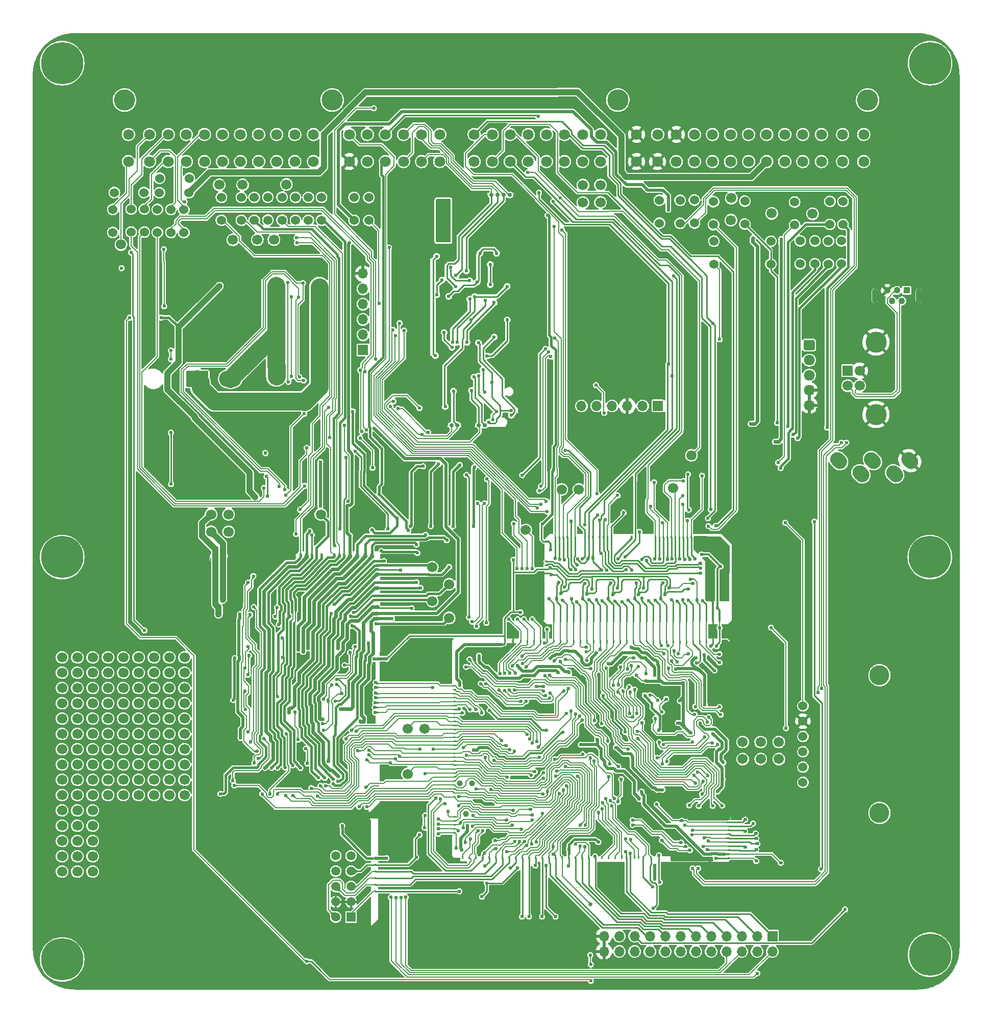
<source format=gbl>
G75*
G70*
%OFA0B0*%
%FSLAX25Y25*%
%IPPOS*%
%LPD*%
%AMOC8*
5,1,8,0,0,1.08239X$1,22.5*
%
%AMM172*
21,1,0.009840,0.009840,-0.000000,-0.000000,180.000000*
21,1,0.000000,0.019680,-0.000000,-0.000000,180.000000*
1,1,0.009840,-0.000000,0.004920*
1,1,0.009840,-0.000000,0.004920*
1,1,0.009840,-0.000000,-0.004920*
1,1,0.009840,-0.000000,-0.004920*
%
%AMM173*
21,1,0.009840,0.009840,-0.000000,-0.000000,270.000000*
21,1,0.000000,0.019680,-0.000000,-0.000000,270.000000*
1,1,0.009840,-0.004920,-0.000000*
1,1,0.009840,-0.004920,-0.000000*
1,1,0.009840,0.004920,-0.000000*
1,1,0.009840,0.004920,-0.000000*
%
%AMM254*
21,1,0.007870,1.133860,-0.000000,-0.000000,0.000000*
21,1,0.000000,1.141730,-0.000000,-0.000000,0.000000*
1,1,0.007870,-0.000000,-0.566930*
1,1,0.007870,-0.000000,-0.566930*
1,1,0.007870,-0.000000,0.566930*
1,1,0.007870,-0.000000,0.566930*
%
%AMM255*
21,1,0.009840,0.009840,-0.000000,-0.000000,90.000000*
21,1,0.000000,0.019680,-0.000000,-0.000000,90.000000*
1,1,0.009840,0.004920,-0.000000*
1,1,0.009840,0.004920,-0.000000*
1,1,0.009840,-0.004920,-0.000000*
1,1,0.009840,-0.004920,-0.000000*
%
%AMM317*
21,1,0.039370,0.007870,-0.000000,-0.000000,315.000000*
1,1,0.007870,-0.013920,0.013920*
1,1,0.007870,0.013920,-0.013920*
%
%AMM339*
21,1,0.007870,0.078350,-0.000000,0.000000,225.000000*
21,1,0.000000,0.086220,-0.000000,0.000000,225.000000*
1,1,0.007870,-0.027700,0.027700*
1,1,0.007870,-0.027700,0.027700*
1,1,0.007870,0.027700,-0.027700*
1,1,0.007870,0.027700,-0.027700*
%
%AMM340*
21,1,0.007870,0.643700,-0.000000,0.000000,0.000000*
21,1,0.000000,0.651580,-0.000000,0.000000,0.000000*
1,1,0.007870,-0.000000,-0.321850*
1,1,0.007870,-0.000000,-0.321850*
1,1,0.007870,-0.000000,0.321850*
1,1,0.007870,-0.000000,0.321850*
%
%AMM341*
21,1,0.007870,0.287010,-0.000000,0.000000,270.000000*
21,1,0.000000,0.294880,-0.000000,0.000000,270.000000*
1,1,0.007870,-0.143500,0.000000*
1,1,0.007870,-0.143500,0.000000*
1,1,0.007870,0.143500,0.000000*
1,1,0.007870,0.143500,0.000000*
%
%AMM342*
21,1,0.007870,0.023620,-0.000000,0.000000,315.000000*
21,1,0.000000,0.031500,-0.000000,0.000000,315.000000*
1,1,0.007870,-0.008350,-0.008350*
1,1,0.007870,-0.008350,-0.008350*
1,1,0.007870,0.008350,0.008350*
1,1,0.007870,0.008350,0.008350*
%
%AMM343*
21,1,0.007870,0.361020,-0.000000,0.000000,90.000000*
21,1,0.000000,0.368900,-0.000000,0.000000,90.000000*
1,1,0.007870,0.180510,0.000000*
1,1,0.007870,0.180510,0.000000*
1,1,0.007870,-0.180510,0.000000*
1,1,0.007870,-0.180510,0.000000*
%
%AMM344*
21,1,0.009840,0.009840,-0.000000,0.000000,270.000000*
21,1,0.000000,0.019680,-0.000000,0.000000,270.000000*
1,1,0.009840,-0.004920,0.000000*
1,1,0.009840,-0.004920,0.000000*
1,1,0.009840,0.004920,0.000000*
1,1,0.009840,0.004920,0.000000*
%
%ADD104O,0.00787X1.60630*%
%ADD112C,0.02400*%
%ADD125R,0.19882X0.00984*%
%ADD126C,0.02756*%
%ADD127O,0.04331X0.09449*%
%ADD131C,0.02362*%
%ADD136C,0.13780*%
%ADD141C,0.03937*%
%ADD16C,0.02000*%
%ADD162O,0.14567X0.10630*%
%ADD167O,0.03150X0.02362*%
%ADD174C,0.04331*%
%ADD192C,0.06693*%
%ADD193C,0.07874*%
%ADD194C,0.05906*%
%ADD195R,0.06693X0.06693*%
%ADD199C,0.00787*%
%ADD202C,0.11811*%
%ADD21O,0.44882X0.04331*%
%ADD215O,0.03937X0.05906*%
%ADD232C,0.13000*%
%ADD241R,0.08858X0.00984*%
%ADD249C,0.01000*%
%ADD25C,0.01181*%
%ADD250C,0.27559*%
%ADD253R,0.04331X0.04331*%
%ADD255O,1.00787X0.00787*%
%ADD260R,0.38386X0.00984*%
%ADD261C,0.01968*%
%ADD262O,0.06693X0.06693*%
%ADD273R,0.12205X0.00984*%
%ADD276C,0.01575*%
%ADD277O,0.07283X0.06693*%
%ADD309R,0.03740X0.00984*%
%ADD31C,0.02700*%
%ADD312O,0.01575X0.02362*%
%ADD313C,0.00800*%
%ADD314R,0.00984X1.54528*%
%ADD320O,0.02362X0.03150*%
%ADD33R,0.05906X0.05906*%
%ADD336O,0.02362X0.01575*%
%ADD340C,0.00984*%
%ADD352C,0.07087*%
%ADD356C,0.03900*%
%ADD386M172*%
%ADD387M173*%
%ADD478M254*%
%ADD479M255*%
%ADD556M317*%
%ADD578M339*%
%ADD579M340*%
%ADD580M341*%
%ADD581M342*%
%ADD582M343*%
%ADD583M344*%
%ADD79C,0.06000*%
%ADD97O,0.01575X0.00787*%
X0000000Y0000000D02*
%LPD*%
G01*
D131*
X0297120Y0070059D03*
X0303321Y0050748D03*
X0353337Y0050784D03*
X0319955Y0048110D03*
X0324581Y0048110D03*
X0333144Y0048110D03*
X0341904Y0048110D03*
D79*
X0501772Y0474783D03*
X0501772Y0489783D03*
X0189073Y0503249D03*
X0189073Y0518249D03*
D192*
X0245285Y0141379D03*
X0245285Y0170915D03*
X0157979Y0490572D03*
D195*
X0408865Y0381911D03*
D262*
X0398865Y0381911D03*
X0388865Y0381911D03*
X0378865Y0381911D03*
X0368865Y0381911D03*
X0358865Y0381911D03*
D192*
X0456503Y0503367D03*
X0079567Y0177549D03*
X0079567Y0187549D03*
X0079567Y0197549D03*
X0079567Y0207549D03*
X0079567Y0217549D03*
X0089567Y0177549D03*
X0089567Y0187549D03*
X0089567Y0197549D03*
X0089567Y0207549D03*
X0089567Y0217549D03*
X0099567Y0177549D03*
X0099567Y0187549D03*
X0099567Y0197549D03*
X0099567Y0207549D03*
X0099567Y0217549D03*
X0359849Y0514785D03*
D79*
X0219987Y0503151D03*
X0219987Y0518151D03*
D192*
X0116936Y0311045D03*
X0049567Y0127549D03*
X0049567Y0137549D03*
X0049567Y0147549D03*
X0049567Y0157549D03*
X0049567Y0167549D03*
X0059567Y0127549D03*
X0059567Y0137549D03*
X0059567Y0147549D03*
X0059567Y0157549D03*
X0059567Y0167549D03*
X0069567Y0127549D03*
X0069567Y0137549D03*
X0069567Y0147549D03*
X0069567Y0157549D03*
X0069567Y0167549D03*
G36*
G01*
X0116885Y0120516D02*
X0119669Y0117732D01*
G75*
G02*
X0119669Y0117175I-000278J-000278D01*
G01*
X0119669Y0117175D01*
G75*
G02*
X0119112Y0117175I-000278J0000278D01*
G01*
X0116328Y0119959D01*
G75*
G02*
X0116328Y0120516I0000278J0000278D01*
G01*
X0116328Y0120516D01*
G75*
G02*
X0116885Y0120516I0000278J-000278D01*
G01*
G37*
D104*
X0116601Y0200223D03*
D255*
X0169356Y0117448D03*
D215*
X0119744Y0282846D03*
X0124688Y0282846D03*
D21*
X0150059Y0283339D03*
D312*
X0175453Y0284520D03*
D320*
X0179291Y0284126D03*
D312*
X0182716Y0284520D03*
X0185591Y0284520D03*
X0189113Y0284520D03*
X0197283Y0284520D03*
X0200826Y0284520D03*
X0203622Y0284520D03*
D320*
X0207638Y0284126D03*
X0212264Y0284126D03*
X0217579Y0284126D03*
X0222205Y0284126D03*
D336*
X0225748Y0280464D03*
X0225748Y0277728D03*
X0225748Y0275050D03*
D167*
X0225374Y0271823D03*
D336*
X0225748Y0266684D03*
D167*
X0225374Y0262866D03*
D336*
X0225748Y0257846D03*
X0225748Y0255287D03*
D167*
X0225374Y0250563D03*
X0225374Y0246331D03*
X0225374Y0242886D03*
D336*
X0225748Y0239638D03*
X0225748Y0216606D03*
D97*
X0226161Y0200642D03*
X0226161Y0198043D03*
X0226161Y0193870D03*
X0226161Y0191098D03*
X0226161Y0187948D03*
X0226161Y0184799D03*
X0226161Y0181665D03*
X0226161Y0173024D03*
X0226161Y0171291D03*
X0226161Y0169559D03*
X0226161Y0167827D03*
X0226161Y0166095D03*
X0226161Y0164362D03*
X0226161Y0162630D03*
X0226161Y0160898D03*
X0226161Y0156469D03*
X0226161Y0153870D03*
X0226161Y0151272D03*
X0226161Y0148673D03*
X0226161Y0135268D03*
X0226161Y0133535D03*
X0226161Y0131803D03*
X0226161Y0130071D03*
X0226161Y0128339D03*
X0226161Y0126606D03*
X0226161Y0124874D03*
D79*
X0123629Y0503249D03*
X0123629Y0518249D03*
X0445184Y0500395D03*
X0445184Y0515395D03*
D192*
X0359849Y0526301D03*
D79*
X0445381Y0474608D03*
X0445381Y0489608D03*
X0172054Y0503249D03*
X0172054Y0518249D03*
X0052721Y0495293D03*
X0052721Y0510293D03*
D136*
X0545831Y0581810D03*
X0060398Y0581810D03*
X0196027Y0581810D03*
X0382642Y0581810D03*
D352*
X0062957Y0541650D03*
X0076727Y0541650D03*
X0088937Y0541650D03*
X0100747Y0541650D03*
X0112557Y0541650D03*
X0124367Y0541650D03*
X0136177Y0541650D03*
X0147987Y0541650D03*
X0159797Y0541650D03*
X0171607Y0541650D03*
X0183817Y0541650D03*
X0062957Y0559370D03*
X0076727Y0559370D03*
X0088937Y0559370D03*
X0100747Y0559370D03*
X0112557Y0559370D03*
X0124367Y0559370D03*
X0136177Y0559370D03*
X0147987Y0559370D03*
X0159797Y0559370D03*
X0171607Y0559370D03*
X0183817Y0559370D03*
X0288744Y0541650D03*
X0300554Y0541650D03*
X0312364Y0541650D03*
X0324174Y0541650D03*
X0335994Y0541650D03*
X0347804Y0541650D03*
X0359614Y0541650D03*
X0371424Y0541650D03*
X0288744Y0559370D03*
X0300554Y0559370D03*
X0312364Y0559370D03*
X0324174Y0559370D03*
X0335994Y0559370D03*
X0347804Y0559370D03*
X0359614Y0559370D03*
X0371424Y0559370D03*
X0394834Y0541650D03*
X0408614Y0541650D03*
X0420834Y0541650D03*
X0432644Y0541650D03*
X0444454Y0541650D03*
X0456264Y0541650D03*
X0468074Y0541650D03*
X0479884Y0541650D03*
X0491694Y0541650D03*
X0503504Y0541650D03*
X0515714Y0541650D03*
X0529494Y0541650D03*
X0543274Y0541650D03*
X0394834Y0559370D03*
X0408614Y0559370D03*
X0420834Y0559370D03*
X0432644Y0559370D03*
X0444454Y0559370D03*
X0456264Y0559370D03*
X0468074Y0559370D03*
X0479884Y0559370D03*
X0491694Y0559370D03*
X0503504Y0559370D03*
X0515714Y0559370D03*
X0529494Y0559370D03*
X0543274Y0559370D03*
X0207248Y0541650D03*
X0219058Y0541650D03*
X0230868Y0541650D03*
X0242678Y0541650D03*
X0254498Y0541650D03*
X0266308Y0541650D03*
X0207248Y0559370D03*
X0219058Y0559370D03*
X0230868Y0559370D03*
X0242678Y0559370D03*
X0254498Y0559370D03*
X0266308Y0559370D03*
D192*
X0166142Y0526694D03*
X0509821Y0507480D03*
X0357192Y0327285D03*
X0128353Y0299627D03*
X0475991Y0162226D03*
D79*
X0210341Y0503249D03*
X0210341Y0518249D03*
D253*
X0571266Y0457403D03*
D174*
X0568117Y0450513D03*
X0564967Y0457403D03*
X0561818Y0450513D03*
X0558668Y0457403D03*
D127*
X0579337Y0453958D03*
X0550597Y0453958D03*
D195*
X0216148Y0418427D03*
D262*
X0216148Y0428427D03*
X0216148Y0438427D03*
X0216148Y0448427D03*
X0216148Y0458427D03*
X0216148Y0468427D03*
D192*
X0475991Y0151064D03*
D195*
X0532743Y0404942D03*
D192*
X0532743Y0395100D03*
X0540617Y0395100D03*
X0540617Y0404942D03*
D136*
X0551286Y0376320D03*
X0551286Y0423722D03*
D192*
X0256349Y0170906D03*
X0487802Y0151064D03*
D131*
X0234091Y0381397D03*
X0236158Y0384842D03*
X0239110Y0380216D03*
X0253087Y0380511D03*
D232*
X0553550Y0205867D03*
X0553550Y0115867D03*
D79*
X0503550Y0185867D03*
X0503550Y0175867D03*
X0503550Y0165867D03*
X0503550Y0155867D03*
X0503550Y0145867D03*
X0503550Y0135867D03*
X0521168Y0515555D03*
X0521168Y0500555D03*
D192*
X0019567Y0177549D03*
X0019567Y0187549D03*
X0019567Y0197549D03*
X0019567Y0207549D03*
X0019567Y0217549D03*
X0029567Y0177549D03*
X0029567Y0187549D03*
X0029567Y0197549D03*
X0029567Y0207549D03*
X0029567Y0217549D03*
X0039567Y0177549D03*
X0039567Y0187549D03*
X0039567Y0197549D03*
X0039567Y0207549D03*
X0039567Y0217549D03*
X0456798Y0517738D03*
X0272448Y0243328D03*
D131*
X0406667Y0072652D03*
X0410112Y0070585D03*
X0405486Y0067632D03*
X0405782Y0053656D03*
D192*
X0116936Y0299627D03*
X0122251Y0526399D03*
D79*
X0090713Y0495273D03*
X0090713Y0510273D03*
D250*
X0019685Y0020079D03*
G36*
G01*
X0220875Y0110676D02*
X0184772Y0110676D01*
G75*
G02*
X0184379Y0111070I0000000J0000394D01*
G01*
X0184379Y0111070D01*
G75*
G02*
X0184772Y0111463I0000394J0000000D01*
G01*
X0220875Y0111463D01*
G75*
G02*
X0221269Y0111070I0000000J-000394D01*
G01*
X0221269Y0111070D01*
G75*
G02*
X0220875Y0110676I-000394J0000000D01*
G01*
G37*
G36*
G01*
X0185021Y0046866D02*
X0190561Y0041326D01*
G75*
G02*
X0190561Y0040769I-000278J-000278D01*
G01*
X0190561Y0040769D01*
G75*
G02*
X0190004Y0040769I-000278J0000278D01*
G01*
X0184464Y0046309D01*
G75*
G02*
X0184464Y0046866I0000278J0000278D01*
G01*
X0184464Y0046866D01*
G75*
G02*
X0185021Y0046866I0000278J-000278D01*
G01*
G37*
G36*
G01*
X0218875Y0041342D02*
X0220545Y0043012D01*
G75*
G02*
X0221102Y0043012I0000278J-000278D01*
G01*
X0221102Y0043012D01*
G75*
G02*
X0221102Y0042455I-000278J-000278D01*
G01*
X0219431Y0040785D01*
G75*
G02*
X0218875Y0040785I-000278J0000278D01*
G01*
X0218875Y0040785D01*
G75*
G02*
X0218875Y0041342I0000278J0000278D01*
G01*
G37*
G36*
G01*
X0184340Y0046613D02*
X0184340Y0110983D01*
G75*
G02*
X0184734Y0111377I0000394J0000000D01*
G01*
X0184734Y0111377D01*
G75*
G02*
X0185128Y0110983I0000000J-000394D01*
G01*
X0185128Y0046613D01*
G75*
G02*
X0184734Y0046220I-000394J0000000D01*
G01*
X0184734Y0046220D01*
G75*
G02*
X0184340Y0046613I0000000J0000394D01*
G01*
G37*
G36*
G01*
X0190400Y0041414D02*
X0219101Y0041414D01*
G75*
G02*
X0219494Y0041021I0000000J-000394D01*
G01*
X0219494Y0041021D01*
G75*
G02*
X0219101Y0040627I-000394J0000000D01*
G01*
X0190400Y0040627D01*
G75*
G02*
X0190006Y0041021I0000000J0000394D01*
G01*
X0190006Y0041021D01*
G75*
G02*
X0190400Y0041414I0000394J0000000D01*
G01*
G37*
G36*
G01*
X0223638Y0086788D02*
X0224622Y0086788D01*
G75*
G02*
X0225114Y0086296I0000000J-000492D01*
G01*
X0225114Y0086296D01*
G75*
G02*
X0224622Y0085804I-000492J0000000D01*
G01*
X0223638Y0085804D01*
G75*
G02*
X0223146Y0086296I0000000J0000492D01*
G01*
X0223146Y0086296D01*
G75*
G02*
X0223638Y0086788I0000492J0000000D01*
G01*
G37*
G36*
G01*
X0223638Y0082458D02*
X0224622Y0082458D01*
G75*
G02*
X0225114Y0081965I0000000J-000492D01*
G01*
X0225114Y0081965D01*
G75*
G02*
X0224622Y0081473I-000492J0000000D01*
G01*
X0223638Y0081473D01*
G75*
G02*
X0223146Y0081965I0000000J0000492D01*
G01*
X0223146Y0081965D01*
G75*
G02*
X0223638Y0082458I0000492J0000000D01*
G01*
G37*
G36*
G01*
X0223638Y0078127D02*
X0224622Y0078127D01*
G75*
G02*
X0225114Y0077635I0000000J-000492D01*
G01*
X0225114Y0077635D01*
G75*
G02*
X0224622Y0077143I-000492J0000000D01*
G01*
X0223638Y0077143D01*
G75*
G02*
X0223146Y0077635I0000000J0000492D01*
G01*
X0223146Y0077635D01*
G75*
G02*
X0223638Y0078127I0000492J0000000D01*
G01*
G37*
G36*
G01*
X0223638Y0073796D02*
X0224622Y0073796D01*
G75*
G02*
X0225114Y0073304I0000000J-000492D01*
G01*
X0225114Y0073304D01*
G75*
G02*
X0224622Y0072812I-000492J0000000D01*
G01*
X0223638Y0072812D01*
G75*
G02*
X0223146Y0073304I0000000J0000492D01*
G01*
X0223146Y0073304D01*
G75*
G02*
X0223638Y0073796I0000492J0000000D01*
G01*
G37*
G36*
G01*
X0223638Y0069465D02*
X0224622Y0069465D01*
G75*
G02*
X0225114Y0068973I0000000J-000492D01*
G01*
X0225114Y0068973D01*
G75*
G02*
X0224622Y0068481I-000492J0000000D01*
G01*
X0223638Y0068481D01*
G75*
G02*
X0223146Y0068973I0000000J0000492D01*
G01*
X0223146Y0068973D01*
G75*
G02*
X0223638Y0069465I0000492J0000000D01*
G01*
G37*
G36*
G01*
X0223638Y0065135D02*
X0224622Y0065135D01*
G75*
G02*
X0225114Y0064643I0000000J-000492D01*
G01*
X0225114Y0064643D01*
G75*
G02*
X0224622Y0064151I-000492J0000000D01*
G01*
X0223638Y0064151D01*
G75*
G02*
X0223146Y0064643I0000000J0000492D01*
G01*
X0223146Y0064643D01*
G75*
G02*
X0223638Y0065135I0000492J0000000D01*
G01*
G37*
D192*
X0322492Y0300812D03*
X0487802Y0162226D03*
X0371266Y0514982D03*
X0019567Y0077549D03*
X0019567Y0087549D03*
X0019567Y0097549D03*
X0019567Y0107549D03*
X0019567Y0117549D03*
X0029567Y0077549D03*
X0029567Y0087549D03*
X0029567Y0097549D03*
X0029567Y0107549D03*
X0029567Y0117549D03*
X0039567Y0077549D03*
X0039567Y0087549D03*
X0039567Y0097549D03*
X0039567Y0107549D03*
X0039567Y0117549D03*
G36*
G01*
X0335286Y0273039D02*
X0336270Y0273039D01*
G75*
G02*
X0336762Y0272547I0000000J-000492D01*
G01*
X0336762Y0272547D01*
G75*
G02*
X0336270Y0272054I-000492J0000000D01*
G01*
X0335286Y0272054D01*
G75*
G02*
X0334794Y0272547I0000000J0000492D01*
G01*
X0334794Y0272547D01*
G75*
G02*
X0335286Y0273039I0000492J0000000D01*
G01*
G37*
G36*
G01*
X0335286Y0275637D02*
X0336270Y0275637D01*
G75*
G02*
X0336762Y0275145I0000000J-000492D01*
G01*
X0336762Y0275145D01*
G75*
G02*
X0336270Y0274653I-000492J0000000D01*
G01*
X0335286Y0274653D01*
G75*
G02*
X0334794Y0275145I0000000J0000492D01*
G01*
X0334794Y0275145D01*
G75*
G02*
X0335286Y0275637I0000492J0000000D01*
G01*
G37*
G36*
G01*
X0335286Y0278236D02*
X0336270Y0278236D01*
G75*
G02*
X0336762Y0277743I0000000J-000492D01*
G01*
X0336762Y0277743D01*
G75*
G02*
X0336270Y0277251I-000492J0000000D01*
G01*
X0335286Y0277251D01*
G75*
G02*
X0334794Y0277743I0000000J0000492D01*
G01*
X0334794Y0277743D01*
G75*
G02*
X0335286Y0278236I0000492J0000000D01*
G01*
G37*
G36*
G01*
X0335286Y0280834D02*
X0336270Y0280834D01*
G75*
G02*
X0336762Y0280342I0000000J-000492D01*
G01*
X0336762Y0280342D01*
G75*
G02*
X0336270Y0279850I-000492J0000000D01*
G01*
X0335286Y0279850D01*
G75*
G02*
X0334794Y0280342I0000000J0000492D01*
G01*
X0334794Y0280342D01*
G75*
G02*
X0335286Y0280834I0000492J0000000D01*
G01*
G37*
G36*
G01*
X0335286Y0293826D02*
X0336270Y0293826D01*
G75*
G02*
X0336762Y0293334I0000000J-000492D01*
G01*
X0336762Y0293334D01*
G75*
G02*
X0336270Y0292842I-000492J0000000D01*
G01*
X0335286Y0292842D01*
G75*
G02*
X0334794Y0293334I0000000J0000492D01*
G01*
X0334794Y0293334D01*
G75*
G02*
X0335286Y0293826I0000492J0000000D01*
G01*
G37*
G36*
G01*
X0448554Y0240681D02*
X0448554Y0241665D01*
G75*
G02*
X0449046Y0242158I0000492J0000000D01*
G01*
X0449046Y0242158D01*
G75*
G02*
X0449538Y0241665I0000000J-000492D01*
G01*
X0449538Y0240681D01*
G75*
G02*
X0449046Y0240189I-000492J0000000D01*
G01*
X0449046Y0240189D01*
G75*
G02*
X0448554Y0240681I0000000J0000492D01*
G01*
G37*
G36*
G01*
X0445207Y0241665D02*
X0445207Y0240681D01*
G75*
G02*
X0444715Y0240189I-000492J0000000D01*
G01*
X0444715Y0240189D01*
G75*
G02*
X0444223Y0240681I0000000J0000492D01*
G01*
X0444223Y0241665D01*
G75*
G02*
X0444715Y0242158I0000492J0000000D01*
G01*
X0444715Y0242158D01*
G75*
G02*
X0445207Y0241665I0000000J-000492D01*
G01*
G37*
G36*
G01*
X0440877Y0241665D02*
X0440877Y0240681D01*
G75*
G02*
X0440384Y0240189I-000492J0000000D01*
G01*
X0440384Y0240189D01*
G75*
G02*
X0439892Y0240681I0000000J0000492D01*
G01*
X0439892Y0241665D01*
G75*
G02*
X0440384Y0242158I0000492J0000000D01*
G01*
X0440384Y0242158D01*
G75*
G02*
X0440877Y0241665I0000000J-000492D01*
G01*
G37*
G36*
G01*
X0436546Y0241665D02*
X0436546Y0240681D01*
G75*
G02*
X0436054Y0240189I-000492J0000000D01*
G01*
X0436054Y0240189D01*
G75*
G02*
X0435562Y0240681I0000000J0000492D01*
G01*
X0435562Y0241665D01*
G75*
G02*
X0436054Y0242158I0000492J0000000D01*
G01*
X0436054Y0242158D01*
G75*
G02*
X0436546Y0241665I0000000J-000492D01*
G01*
G37*
G36*
G01*
X0432215Y0241665D02*
X0432215Y0240681D01*
G75*
G02*
X0431723Y0240189I-000492J0000000D01*
G01*
X0431723Y0240189D01*
G75*
G02*
X0431231Y0240681I0000000J0000492D01*
G01*
X0431231Y0241665D01*
G75*
G02*
X0431723Y0242158I0000492J0000000D01*
G01*
X0431723Y0242158D01*
G75*
G02*
X0432215Y0241665I0000000J-000492D01*
G01*
G37*
G36*
G01*
X0427884Y0241665D02*
X0427884Y0240681D01*
G75*
G02*
X0427392Y0240189I-000492J0000000D01*
G01*
X0427392Y0240189D01*
G75*
G02*
X0426900Y0240681I0000000J0000492D01*
G01*
X0426900Y0241665D01*
G75*
G02*
X0427392Y0242158I0000492J0000000D01*
G01*
X0427392Y0242158D01*
G75*
G02*
X0427884Y0241665I0000000J-000492D01*
G01*
G37*
G36*
G01*
X0423554Y0241665D02*
X0423554Y0240681D01*
G75*
G02*
X0423062Y0240189I-000492J0000000D01*
G01*
X0423062Y0240189D01*
G75*
G02*
X0422569Y0240681I0000000J0000492D01*
G01*
X0422569Y0241665D01*
G75*
G02*
X0423062Y0242158I0000492J0000000D01*
G01*
X0423062Y0242158D01*
G75*
G02*
X0423554Y0241665I0000000J-000492D01*
G01*
G37*
G36*
G01*
X0419223Y0241665D02*
X0419223Y0240681D01*
G75*
G02*
X0418731Y0240189I-000492J0000000D01*
G01*
X0418731Y0240189D01*
G75*
G02*
X0418239Y0240681I0000000J0000492D01*
G01*
X0418239Y0241665D01*
G75*
G02*
X0418731Y0242158I0000492J0000000D01*
G01*
X0418731Y0242158D01*
G75*
G02*
X0419223Y0241665I0000000J-000492D01*
G01*
G37*
G36*
G01*
X0414892Y0241665D02*
X0414892Y0240681D01*
G75*
G02*
X0414400Y0240189I-000492J0000000D01*
G01*
X0414400Y0240189D01*
G75*
G02*
X0413908Y0240681I0000000J0000492D01*
G01*
X0413908Y0241665D01*
G75*
G02*
X0414400Y0242158I0000492J0000000D01*
G01*
X0414400Y0242158D01*
G75*
G02*
X0414892Y0241665I0000000J-000492D01*
G01*
G37*
G36*
G01*
X0410562Y0241665D02*
X0410562Y0240681D01*
G75*
G02*
X0410069Y0240189I-000492J0000000D01*
G01*
X0410069Y0240189D01*
G75*
G02*
X0409577Y0240681I0000000J0000492D01*
G01*
X0409577Y0241665D01*
G75*
G02*
X0410069Y0242158I0000492J0000000D01*
G01*
X0410069Y0242158D01*
G75*
G02*
X0410562Y0241665I0000000J-000492D01*
G01*
G37*
G36*
G01*
X0406231Y0241665D02*
X0406231Y0240681D01*
G75*
G02*
X0405739Y0240189I-000492J0000000D01*
G01*
X0405739Y0240189D01*
G75*
G02*
X0405247Y0240681I0000000J0000492D01*
G01*
X0405247Y0241665D01*
G75*
G02*
X0405739Y0242158I0000492J0000000D01*
G01*
X0405739Y0242158D01*
G75*
G02*
X0406231Y0241665I0000000J-000492D01*
G01*
G37*
G36*
G01*
X0401900Y0241665D02*
X0401900Y0240681D01*
G75*
G02*
X0401408Y0240189I-000492J0000000D01*
G01*
X0401408Y0240189D01*
G75*
G02*
X0400916Y0240681I0000000J0000492D01*
G01*
X0400916Y0241665D01*
G75*
G02*
X0401408Y0242158I0000492J0000000D01*
G01*
X0401408Y0242158D01*
G75*
G02*
X0401900Y0241665I0000000J-000492D01*
G01*
G37*
G36*
G01*
X0397570Y0241665D02*
X0397570Y0240681D01*
G75*
G02*
X0397077Y0240189I-000492J0000000D01*
G01*
X0397077Y0240189D01*
G75*
G02*
X0396585Y0240681I0000000J0000492D01*
G01*
X0396585Y0241665D01*
G75*
G02*
X0397077Y0242158I0000492J0000000D01*
G01*
X0397077Y0242158D01*
G75*
G02*
X0397570Y0241665I0000000J-000492D01*
G01*
G37*
G36*
G01*
X0393239Y0241665D02*
X0393239Y0240681D01*
G75*
G02*
X0392747Y0240189I-000492J0000000D01*
G01*
X0392747Y0240189D01*
G75*
G02*
X0392255Y0240681I0000000J0000492D01*
G01*
X0392255Y0241665D01*
G75*
G02*
X0392747Y0242158I0000492J0000000D01*
G01*
X0392747Y0242158D01*
G75*
G02*
X0393239Y0241665I0000000J-000492D01*
G01*
G37*
G36*
G01*
X0388908Y0241665D02*
X0388908Y0240681D01*
G75*
G02*
X0388416Y0240189I-000492J0000000D01*
G01*
X0388416Y0240189D01*
G75*
G02*
X0387924Y0240681I0000000J0000492D01*
G01*
X0387924Y0241665D01*
G75*
G02*
X0388416Y0242158I0000492J0000000D01*
G01*
X0388416Y0242158D01*
G75*
G02*
X0388908Y0241665I0000000J-000492D01*
G01*
G37*
G36*
G01*
X0384577Y0241665D02*
X0384577Y0240681D01*
G75*
G02*
X0384085Y0240189I-000492J0000000D01*
G01*
X0384085Y0240189D01*
G75*
G02*
X0383593Y0240681I0000000J0000492D01*
G01*
X0383593Y0241665D01*
G75*
G02*
X0384085Y0242158I0000492J0000000D01*
G01*
X0384085Y0242158D01*
G75*
G02*
X0384577Y0241665I0000000J-000492D01*
G01*
G37*
G36*
G01*
X0380247Y0241665D02*
X0380247Y0240681D01*
G75*
G02*
X0379755Y0240189I-000492J0000000D01*
G01*
X0379755Y0240189D01*
G75*
G02*
X0379262Y0240681I0000000J0000492D01*
G01*
X0379262Y0241665D01*
G75*
G02*
X0379755Y0242158I0000492J0000000D01*
G01*
X0379755Y0242158D01*
G75*
G02*
X0380247Y0241665I0000000J-000492D01*
G01*
G37*
G36*
G01*
X0375916Y0241665D02*
X0375916Y0240681D01*
G75*
G02*
X0375424Y0240189I-000492J0000000D01*
G01*
X0375424Y0240189D01*
G75*
G02*
X0374932Y0240681I0000000J0000492D01*
G01*
X0374932Y0241665D01*
G75*
G02*
X0375424Y0242158I0000492J0000000D01*
G01*
X0375424Y0242158D01*
G75*
G02*
X0375916Y0241665I0000000J-000492D01*
G01*
G37*
G36*
G01*
X0371585Y0241665D02*
X0371585Y0240681D01*
G75*
G02*
X0371093Y0240189I-000492J0000000D01*
G01*
X0371093Y0240189D01*
G75*
G02*
X0370601Y0240681I0000000J0000492D01*
G01*
X0370601Y0241665D01*
G75*
G02*
X0371093Y0242158I0000492J0000000D01*
G01*
X0371093Y0242158D01*
G75*
G02*
X0371585Y0241665I0000000J-000492D01*
G01*
G37*
G36*
G01*
X0367255Y0241665D02*
X0367255Y0240681D01*
G75*
G02*
X0366762Y0240189I-000492J0000000D01*
G01*
X0366762Y0240189D01*
G75*
G02*
X0366270Y0240681I0000000J0000492D01*
G01*
X0366270Y0241665D01*
G75*
G02*
X0366762Y0242158I0000492J0000000D01*
G01*
X0366762Y0242158D01*
G75*
G02*
X0367255Y0241665I0000000J-000492D01*
G01*
G37*
G36*
G01*
X0362924Y0241665D02*
X0362924Y0240681D01*
G75*
G02*
X0362432Y0240189I-000492J0000000D01*
G01*
X0362432Y0240189D01*
G75*
G02*
X0361940Y0240681I0000000J0000492D01*
G01*
X0361940Y0241665D01*
G75*
G02*
X0362432Y0242158I0000492J0000000D01*
G01*
X0362432Y0242158D01*
G75*
G02*
X0362924Y0241665I0000000J-000492D01*
G01*
G37*
G36*
G01*
X0358593Y0241665D02*
X0358593Y0240681D01*
G75*
G02*
X0358101Y0240189I-000492J0000000D01*
G01*
X0358101Y0240189D01*
G75*
G02*
X0357609Y0240681I0000000J0000492D01*
G01*
X0357609Y0241665D01*
G75*
G02*
X0358101Y0242158I0000492J0000000D01*
G01*
X0358101Y0242158D01*
G75*
G02*
X0358593Y0241665I0000000J-000492D01*
G01*
G37*
G36*
G01*
X0354263Y0241665D02*
X0354263Y0240681D01*
G75*
G02*
X0353770Y0240189I-000492J0000000D01*
G01*
X0353770Y0240189D01*
G75*
G02*
X0353278Y0240681I0000000J0000492D01*
G01*
X0353278Y0241665D01*
G75*
G02*
X0353770Y0242158I0000492J0000000D01*
G01*
X0353770Y0242158D01*
G75*
G02*
X0354263Y0241665I0000000J-000492D01*
G01*
G37*
G36*
G01*
X0349932Y0241665D02*
X0349932Y0240681D01*
G75*
G02*
X0349440Y0240189I-000492J0000000D01*
G01*
X0349440Y0240189D01*
G75*
G02*
X0348948Y0240681I0000000J0000492D01*
G01*
X0348948Y0241665D01*
G75*
G02*
X0349440Y0242158I0000492J0000000D01*
G01*
X0349440Y0242158D01*
G75*
G02*
X0349932Y0241665I0000000J-000492D01*
G01*
G37*
G36*
G01*
X0345601Y0241665D02*
X0345601Y0240681D01*
G75*
G02*
X0345109Y0240189I-000492J0000000D01*
G01*
X0345109Y0240189D01*
G75*
G02*
X0344617Y0240681I0000000J0000492D01*
G01*
X0344617Y0241665D01*
G75*
G02*
X0345109Y0242158I0000492J0000000D01*
G01*
X0345109Y0242158D01*
G75*
G02*
X0345601Y0241665I0000000J-000492D01*
G01*
G37*
G36*
G01*
X0341270Y0241665D02*
X0341270Y0240681D01*
G75*
G02*
X0340778Y0240189I-000492J0000000D01*
G01*
X0340778Y0240189D01*
G75*
G02*
X0340286Y0240681I0000000J0000492D01*
G01*
X0340286Y0241665D01*
G75*
G02*
X0340778Y0242158I0000492J0000000D01*
G01*
X0340778Y0242158D01*
G75*
G02*
X0341270Y0241665I0000000J-000492D01*
G01*
G37*
G36*
G01*
X0342258Y0296634D02*
X0342258Y0295650D01*
G75*
G02*
X0341766Y0295158I-000492J0000000D01*
G01*
X0341766Y0295158D01*
G75*
G02*
X0341274Y0295650I0000000J0000492D01*
G01*
X0341274Y0296634D01*
G75*
G02*
X0341766Y0297126I0000492J0000000D01*
G01*
X0341766Y0297126D01*
G75*
G02*
X0342258Y0296634I0000000J-000492D01*
G01*
G37*
G36*
G01*
X0344857Y0296634D02*
X0344857Y0295650D01*
G75*
G02*
X0344365Y0295158I-000492J0000000D01*
G01*
X0344365Y0295158D01*
G75*
G02*
X0343873Y0295650I0000000J0000492D01*
G01*
X0343873Y0296634D01*
G75*
G02*
X0344365Y0297126I0000492J0000000D01*
G01*
X0344365Y0297126D01*
G75*
G02*
X0344857Y0296634I0000000J-000492D01*
G01*
G37*
G36*
G01*
X0347455Y0296634D02*
X0347455Y0295650D01*
G75*
G02*
X0346963Y0295158I-000492J0000000D01*
G01*
X0346963Y0295158D01*
G75*
G02*
X0346471Y0295650I0000000J0000492D01*
G01*
X0346471Y0296634D01*
G75*
G02*
X0346963Y0297126I0000492J0000000D01*
G01*
X0346963Y0297126D01*
G75*
G02*
X0347455Y0296634I0000000J-000492D01*
G01*
G37*
G36*
G01*
X0350054Y0296634D02*
X0350054Y0295650D01*
G75*
G02*
X0349562Y0295158I-000492J0000000D01*
G01*
X0349562Y0295158D01*
G75*
G02*
X0349069Y0295650I0000000J0000492D01*
G01*
X0349069Y0296634D01*
G75*
G02*
X0349562Y0297126I0000492J0000000D01*
G01*
X0349562Y0297126D01*
G75*
G02*
X0350054Y0296634I0000000J-000492D01*
G01*
G37*
G36*
G01*
X0352652Y0296634D02*
X0352652Y0295650D01*
G75*
G02*
X0352160Y0295158I-000492J0000000D01*
G01*
X0352160Y0295158D01*
G75*
G02*
X0351668Y0295650I0000000J0000492D01*
G01*
X0351668Y0296634D01*
G75*
G02*
X0352160Y0297126I0000492J0000000D01*
G01*
X0352160Y0297126D01*
G75*
G02*
X0352652Y0296634I0000000J-000492D01*
G01*
G37*
G36*
G01*
X0355251Y0296634D02*
X0355251Y0295650D01*
G75*
G02*
X0354758Y0295158I-000492J0000000D01*
G01*
X0354758Y0295158D01*
G75*
G02*
X0354266Y0295650I0000000J0000492D01*
G01*
X0354266Y0296634D01*
G75*
G02*
X0354758Y0297126I0000492J0000000D01*
G01*
X0354758Y0297126D01*
G75*
G02*
X0355251Y0296634I0000000J-000492D01*
G01*
G37*
G36*
G01*
X0361554Y0296634D02*
X0361554Y0295650D01*
G75*
G02*
X0361062Y0295158I-000492J0000000D01*
G01*
X0361062Y0295158D01*
G75*
G02*
X0360569Y0295650I0000000J0000492D01*
G01*
X0360569Y0296634D01*
G75*
G02*
X0361062Y0297126I0000492J0000000D01*
G01*
X0361062Y0297126D01*
G75*
G02*
X0361554Y0296634I0000000J-000492D01*
G01*
G37*
G36*
G01*
X0364152Y0296634D02*
X0364152Y0295650D01*
G75*
G02*
X0363660Y0295158I-000492J0000000D01*
G01*
X0363660Y0295158D01*
G75*
G02*
X0363168Y0295650I0000000J0000492D01*
G01*
X0363168Y0296634D01*
G75*
G02*
X0363660Y0297126I0000492J0000000D01*
G01*
X0363660Y0297126D01*
G75*
G02*
X0364152Y0296634I0000000J-000492D01*
G01*
G37*
G36*
G01*
X0366751Y0296634D02*
X0366751Y0295650D01*
G75*
G02*
X0366258Y0295158I-000492J0000000D01*
G01*
X0366258Y0295158D01*
G75*
G02*
X0365766Y0295650I0000000J0000492D01*
G01*
X0365766Y0296634D01*
G75*
G02*
X0366258Y0297126I0000492J0000000D01*
G01*
X0366258Y0297126D01*
G75*
G02*
X0366751Y0296634I0000000J-000492D01*
G01*
G37*
G36*
G01*
X0371164Y0296634D02*
X0371164Y0295650D01*
G75*
G02*
X0370671Y0295158I-000492J0000000D01*
G01*
X0370671Y0295158D01*
G75*
G02*
X0370179Y0295650I0000000J0000492D01*
G01*
X0370179Y0296634D01*
G75*
G02*
X0370671Y0297126I0000492J0000000D01*
G01*
X0370671Y0297126D01*
G75*
G02*
X0371164Y0296634I0000000J-000492D01*
G01*
G37*
G36*
G01*
X0373762Y0296634D02*
X0373762Y0295650D01*
G75*
G02*
X0373270Y0295158I-000492J0000000D01*
G01*
X0373270Y0295158D01*
G75*
G02*
X0372778Y0295650I0000000J0000492D01*
G01*
X0372778Y0296634D01*
G75*
G02*
X0373270Y0297126I0000492J0000000D01*
G01*
X0373270Y0297126D01*
G75*
G02*
X0373762Y0296634I0000000J-000492D01*
G01*
G37*
G36*
G01*
X0376360Y0296634D02*
X0376360Y0295650D01*
G75*
G02*
X0375868Y0295158I-000492J0000000D01*
G01*
X0375868Y0295158D01*
G75*
G02*
X0375376Y0295650I0000000J0000492D01*
G01*
X0375376Y0296634D01*
G75*
G02*
X0375868Y0297126I0000492J0000000D01*
G01*
X0375868Y0297126D01*
G75*
G02*
X0376360Y0296634I0000000J-000492D01*
G01*
G37*
G36*
G01*
X0378959Y0296634D02*
X0378959Y0295650D01*
G75*
G02*
X0378467Y0295158I-000492J0000000D01*
G01*
X0378467Y0295158D01*
G75*
G02*
X0377975Y0295650I0000000J0000492D01*
G01*
X0377975Y0296634D01*
G75*
G02*
X0378467Y0297126I0000492J0000000D01*
G01*
X0378467Y0297126D01*
G75*
G02*
X0378959Y0296634I0000000J-000492D01*
G01*
G37*
G36*
G01*
X0392054Y0296634D02*
X0392054Y0295650D01*
G75*
G02*
X0391562Y0295158I-000492J0000000D01*
G01*
X0391562Y0295158D01*
G75*
G02*
X0391069Y0295650I0000000J0000492D01*
G01*
X0391069Y0296634D01*
G75*
G02*
X0391562Y0297126I0000492J0000000D01*
G01*
X0391562Y0297126D01*
G75*
G02*
X0392054Y0296634I0000000J-000492D01*
G01*
G37*
G36*
G01*
X0394652Y0296634D02*
X0394652Y0295650D01*
G75*
G02*
X0394160Y0295158I-000492J0000000D01*
G01*
X0394160Y0295158D01*
G75*
G02*
X0393668Y0295650I0000000J0000492D01*
G01*
X0393668Y0296634D01*
G75*
G02*
X0394160Y0297126I0000492J0000000D01*
G01*
X0394160Y0297126D01*
G75*
G02*
X0394652Y0296634I0000000J-000492D01*
G01*
G37*
G36*
G01*
X0397251Y0296634D02*
X0397251Y0295650D01*
G75*
G02*
X0396758Y0295158I-000492J0000000D01*
G01*
X0396758Y0295158D01*
G75*
G02*
X0396266Y0295650I0000000J0000492D01*
G01*
X0396266Y0296634D01*
G75*
G02*
X0396758Y0297126I0000492J0000000D01*
G01*
X0396758Y0297126D01*
G75*
G02*
X0397251Y0296634I0000000J-000492D01*
G01*
G37*
G36*
G01*
X0407668Y0296634D02*
X0407668Y0295650D01*
G75*
G02*
X0407176Y0295158I-000492J0000000D01*
G01*
X0407176Y0295158D01*
G75*
G02*
X0406684Y0295650I0000000J0000492D01*
G01*
X0406684Y0296634D01*
G75*
G02*
X0407176Y0297126I0000492J0000000D01*
G01*
X0407176Y0297126D01*
G75*
G02*
X0407668Y0296634I0000000J-000492D01*
G01*
G37*
G36*
G01*
X0410266Y0296634D02*
X0410266Y0295650D01*
G75*
G02*
X0409774Y0295158I-000492J0000000D01*
G01*
X0409774Y0295158D01*
G75*
G02*
X0409282Y0295650I0000000J0000492D01*
G01*
X0409282Y0296634D01*
G75*
G02*
X0409774Y0297126I0000492J0000000D01*
G01*
X0409774Y0297126D01*
G75*
G02*
X0410266Y0296634I0000000J-000492D01*
G01*
G37*
G36*
G01*
X0412865Y0296634D02*
X0412865Y0295650D01*
G75*
G02*
X0412373Y0295158I-000492J0000000D01*
G01*
X0412373Y0295158D01*
G75*
G02*
X0411880Y0295650I0000000J0000492D01*
G01*
X0411880Y0296634D01*
G75*
G02*
X0412373Y0297126I0000492J0000000D01*
G01*
X0412373Y0297126D01*
G75*
G02*
X0412865Y0296634I0000000J-000492D01*
G01*
G37*
G36*
G01*
X0415463Y0296634D02*
X0415463Y0295650D01*
G75*
G02*
X0414971Y0295158I-000492J0000000D01*
G01*
X0414971Y0295158D01*
G75*
G02*
X0414479Y0295650I0000000J0000492D01*
G01*
X0414479Y0296634D01*
G75*
G02*
X0414971Y0297126I0000492J0000000D01*
G01*
X0414971Y0297126D01*
G75*
G02*
X0415463Y0296634I0000000J-000492D01*
G01*
G37*
G36*
G01*
X0418062Y0296634D02*
X0418062Y0295650D01*
G75*
G02*
X0417569Y0295158I-000492J0000000D01*
G01*
X0417569Y0295158D01*
G75*
G02*
X0417077Y0295650I0000000J0000492D01*
G01*
X0417077Y0296634D01*
G75*
G02*
X0417569Y0297126I0000492J0000000D01*
G01*
X0417569Y0297126D01*
G75*
G02*
X0418062Y0296634I0000000J-000492D01*
G01*
G37*
G36*
G01*
X0420660Y0296634D02*
X0420660Y0295650D01*
G75*
G02*
X0420168Y0295158I-000492J0000000D01*
G01*
X0420168Y0295158D01*
G75*
G02*
X0419676Y0295650I0000000J0000492D01*
G01*
X0419676Y0296634D01*
G75*
G02*
X0420168Y0297126I0000492J0000000D01*
G01*
X0420168Y0297126D01*
G75*
G02*
X0420660Y0296634I0000000J-000492D01*
G01*
G37*
G36*
G01*
X0423258Y0296634D02*
X0423258Y0295650D01*
G75*
G02*
X0422766Y0295158I-000492J0000000D01*
G01*
X0422766Y0295158D01*
G75*
G02*
X0422274Y0295650I0000000J0000492D01*
G01*
X0422274Y0296634D01*
G75*
G02*
X0422766Y0297126I0000492J0000000D01*
G01*
X0422766Y0297126D01*
G75*
G02*
X0423258Y0296634I0000000J-000492D01*
G01*
G37*
G36*
G01*
X0425857Y0296634D02*
X0425857Y0295650D01*
G75*
G02*
X0425365Y0295158I-000492J0000000D01*
G01*
X0425365Y0295158D01*
G75*
G02*
X0424873Y0295650I0000000J0000492D01*
G01*
X0424873Y0296634D01*
G75*
G02*
X0425365Y0297126I0000492J0000000D01*
G01*
X0425365Y0297126D01*
G75*
G02*
X0425857Y0296634I0000000J-000492D01*
G01*
G37*
G36*
G01*
X0428455Y0296634D02*
X0428455Y0295650D01*
G75*
G02*
X0427963Y0295158I-000492J0000000D01*
G01*
X0427963Y0295158D01*
G75*
G02*
X0427471Y0295650I0000000J0000492D01*
G01*
X0427471Y0296634D01*
G75*
G02*
X0427963Y0297126I0000492J0000000D01*
G01*
X0427963Y0297126D01*
G75*
G02*
X0428455Y0296634I0000000J-000492D01*
G01*
G37*
G36*
G01*
X0431054Y0296634D02*
X0431054Y0295650D01*
G75*
G02*
X0430562Y0295158I-000492J0000000D01*
G01*
X0430562Y0295158D01*
G75*
G02*
X0430069Y0295650I0000000J0000492D01*
G01*
X0430069Y0296634D01*
G75*
G02*
X0430562Y0297126I0000492J0000000D01*
G01*
X0430562Y0297126D01*
G75*
G02*
X0431054Y0296634I0000000J-000492D01*
G01*
G37*
D79*
X0064729Y0495569D03*
X0064729Y0510569D03*
X0498130Y0500177D03*
X0498130Y0515177D03*
G36*
G01*
X0275360Y0103401D02*
X0276345Y0103401D01*
G75*
G02*
X0276837Y0102909I0000000J-000492D01*
G01*
X0276837Y0102909D01*
G75*
G02*
X0276345Y0102417I-000492J0000000D01*
G01*
X0275360Y0102417D01*
G75*
G02*
X0274868Y0102909I0000000J0000492D01*
G01*
X0274868Y0102909D01*
G75*
G02*
X0275360Y0103401I0000492J0000000D01*
G01*
G37*
G36*
G01*
X0276345Y0105015D02*
X0275360Y0105015D01*
G75*
G02*
X0274868Y0105507I0000000J0000492D01*
G01*
X0274868Y0105507D01*
G75*
G02*
X0275360Y0105999I0000492J0000000D01*
G01*
X0276345Y0105999D01*
G75*
G02*
X0276837Y0105507I0000000J-000492D01*
G01*
X0276837Y0105507D01*
G75*
G02*
X0276345Y0105015I-000492J0000000D01*
G01*
G37*
G36*
G01*
X0276345Y0107614D02*
X0275360Y0107614D01*
G75*
G02*
X0274868Y0108106I0000000J0000492D01*
G01*
X0274868Y0108106D01*
G75*
G02*
X0275360Y0108598I0000492J0000000D01*
G01*
X0276345Y0108598D01*
G75*
G02*
X0276837Y0108106I0000000J-000492D01*
G01*
X0276837Y0108106D01*
G75*
G02*
X0276345Y0107614I-000492J0000000D01*
G01*
G37*
G36*
G01*
X0276345Y0110212D02*
X0275360Y0110212D01*
G75*
G02*
X0274868Y0110704I0000000J0000492D01*
G01*
X0274868Y0110704D01*
G75*
G02*
X0275360Y0111196I0000492J0000000D01*
G01*
X0276345Y0111196D01*
G75*
G02*
X0276837Y0110704I0000000J-000492D01*
G01*
X0276837Y0110704D01*
G75*
G02*
X0276345Y0110212I-000492J0000000D01*
G01*
G37*
G36*
G01*
X0276345Y0112810D02*
X0275360Y0112810D01*
G75*
G02*
X0274868Y0113303I0000000J0000492D01*
G01*
X0274868Y0113303D01*
G75*
G02*
X0275360Y0113795I0000492J0000000D01*
G01*
X0276345Y0113795D01*
G75*
G02*
X0276837Y0113303I0000000J-000492D01*
G01*
X0276837Y0113303D01*
G75*
G02*
X0276345Y0112810I-000492J0000000D01*
G01*
G37*
G36*
G01*
X0276345Y0125803D02*
X0275360Y0125803D01*
G75*
G02*
X0274868Y0126295I0000000J0000492D01*
G01*
X0274868Y0126295D01*
G75*
G02*
X0275360Y0126787I0000492J0000000D01*
G01*
X0276345Y0126787D01*
G75*
G02*
X0276837Y0126295I0000000J-000492D01*
G01*
X0276837Y0126295D01*
G75*
G02*
X0276345Y0125803I-000492J0000000D01*
G01*
G37*
G36*
G01*
X0276345Y0128401D02*
X0275360Y0128401D01*
G75*
G02*
X0274868Y0128893I0000000J0000492D01*
G01*
X0274868Y0128893D01*
G75*
G02*
X0275360Y0129385I0000492J0000000D01*
G01*
X0276345Y0129385D01*
G75*
G02*
X0276837Y0128893I0000000J-000492D01*
G01*
X0276837Y0128893D01*
G75*
G02*
X0276345Y0128401I-000492J0000000D01*
G01*
G37*
G36*
G01*
X0276345Y0130999D02*
X0275360Y0130999D01*
G75*
G02*
X0274868Y0131492I0000000J0000492D01*
G01*
X0274868Y0131492D01*
G75*
G02*
X0275360Y0131984I0000492J0000000D01*
G01*
X0276345Y0131984D01*
G75*
G02*
X0276837Y0131492I0000000J-000492D01*
G01*
X0276837Y0131492D01*
G75*
G02*
X0276345Y0130999I-000492J0000000D01*
G01*
G37*
G36*
G01*
X0276345Y0133598D02*
X0275360Y0133598D01*
G75*
G02*
X0274868Y0134090I0000000J0000492D01*
G01*
X0274868Y0134090D01*
G75*
G02*
X0275360Y0134582I0000492J0000000D01*
G01*
X0276345Y0134582D01*
G75*
G02*
X0276837Y0134090I0000000J-000492D01*
G01*
X0276837Y0134090D01*
G75*
G02*
X0276345Y0133598I-000492J0000000D01*
G01*
G37*
G36*
G01*
X0276345Y0136196D02*
X0275360Y0136196D01*
G75*
G02*
X0274868Y0136688I0000000J0000492D01*
G01*
X0274868Y0136688D01*
G75*
G02*
X0275360Y0137181I0000492J0000000D01*
G01*
X0276345Y0137181D01*
G75*
G02*
X0276837Y0136688I0000000J-000492D01*
G01*
X0276837Y0136688D01*
G75*
G02*
X0276345Y0136196I-000492J0000000D01*
G01*
G37*
G36*
G01*
X0276345Y0138795D02*
X0275360Y0138795D01*
G75*
G02*
X0274868Y0139287I0000000J0000492D01*
G01*
X0274868Y0139287D01*
G75*
G02*
X0275360Y0139779I0000492J0000000D01*
G01*
X0276345Y0139779D01*
G75*
G02*
X0276837Y0139287I0000000J-000492D01*
G01*
X0276837Y0139287D01*
G75*
G02*
X0276345Y0138795I-000492J0000000D01*
G01*
G37*
G36*
G01*
X0276345Y0141393D02*
X0275360Y0141393D01*
G75*
G02*
X0274868Y0141885I0000000J0000492D01*
G01*
X0274868Y0141885D01*
G75*
G02*
X0275360Y0142377I0000492J0000000D01*
G01*
X0276345Y0142377D01*
G75*
G02*
X0276837Y0141885I0000000J-000492D01*
G01*
X0276837Y0141885D01*
G75*
G02*
X0276345Y0141393I-000492J0000000D01*
G01*
G37*
G36*
G01*
X0276345Y0143992D02*
X0275360Y0143992D01*
G75*
G02*
X0274868Y0144484I0000000J0000492D01*
G01*
X0274868Y0144484D01*
G75*
G02*
X0275360Y0144976I0000492J0000000D01*
G01*
X0276345Y0144976D01*
G75*
G02*
X0276837Y0144484I0000000J-000492D01*
G01*
X0276837Y0144484D01*
G75*
G02*
X0276345Y0143992I-000492J0000000D01*
G01*
G37*
G36*
G01*
X0276345Y0146590D02*
X0275360Y0146590D01*
G75*
G02*
X0274868Y0147082I0000000J0000492D01*
G01*
X0274868Y0147082D01*
G75*
G02*
X0275360Y0147574I0000492J0000000D01*
G01*
X0276345Y0147574D01*
G75*
G02*
X0276837Y0147082I0000000J-000492D01*
G01*
X0276837Y0147082D01*
G75*
G02*
X0276345Y0146590I-000492J0000000D01*
G01*
G37*
G36*
G01*
X0276345Y0149188D02*
X0275360Y0149188D01*
G75*
G02*
X0274868Y0149681I0000000J0000492D01*
G01*
X0274868Y0149681D01*
G75*
G02*
X0275360Y0150173I0000492J0000000D01*
G01*
X0276345Y0150173D01*
G75*
G02*
X0276837Y0149681I0000000J-000492D01*
G01*
X0276837Y0149681D01*
G75*
G02*
X0276345Y0149188I-000492J0000000D01*
G01*
G37*
G36*
G01*
X0276345Y0151787D02*
X0275360Y0151787D01*
G75*
G02*
X0274868Y0152279I0000000J0000492D01*
G01*
X0274868Y0152279D01*
G75*
G02*
X0275360Y0152771I0000492J0000000D01*
G01*
X0276345Y0152771D01*
G75*
G02*
X0276837Y0152279I0000000J-000492D01*
G01*
X0276837Y0152279D01*
G75*
G02*
X0276345Y0151787I-000492J0000000D01*
G01*
G37*
G36*
G01*
X0276345Y0154385D02*
X0275360Y0154385D01*
G75*
G02*
X0274868Y0154877I0000000J0000492D01*
G01*
X0274868Y0154877D01*
G75*
G02*
X0275360Y0155369I0000492J0000000D01*
G01*
X0276345Y0155369D01*
G75*
G02*
X0276837Y0154877I0000000J-000492D01*
G01*
X0276837Y0154877D01*
G75*
G02*
X0276345Y0154385I-000492J0000000D01*
G01*
G37*
G36*
G01*
X0276345Y0156984D02*
X0275360Y0156984D01*
G75*
G02*
X0274868Y0157476I0000000J0000492D01*
G01*
X0274868Y0157476D01*
G75*
G02*
X0275360Y0157968I0000492J0000000D01*
G01*
X0276345Y0157968D01*
G75*
G02*
X0276837Y0157476I0000000J-000492D01*
G01*
X0276837Y0157476D01*
G75*
G02*
X0276345Y0156984I-000492J0000000D01*
G01*
G37*
G36*
G01*
X0276345Y0159582D02*
X0275360Y0159582D01*
G75*
G02*
X0274868Y0160074I0000000J0000492D01*
G01*
X0274868Y0160074D01*
G75*
G02*
X0275360Y0160566I0000492J0000000D01*
G01*
X0276345Y0160566D01*
G75*
G02*
X0276837Y0160074I0000000J-000492D01*
G01*
X0276837Y0160074D01*
G75*
G02*
X0276345Y0159582I-000492J0000000D01*
G01*
G37*
G36*
G01*
X0276345Y0162181D02*
X0275360Y0162181D01*
G75*
G02*
X0274868Y0162673I0000000J0000492D01*
G01*
X0274868Y0162673D01*
G75*
G02*
X0275360Y0163165I0000492J0000000D01*
G01*
X0276345Y0163165D01*
G75*
G02*
X0276837Y0162673I0000000J-000492D01*
G01*
X0276837Y0162673D01*
G75*
G02*
X0276345Y0162181I-000492J0000000D01*
G01*
G37*
G36*
G01*
X0276345Y0164779D02*
X0275360Y0164779D01*
G75*
G02*
X0274868Y0165271I0000000J0000492D01*
G01*
X0274868Y0165271D01*
G75*
G02*
X0275360Y0165763I0000492J0000000D01*
G01*
X0276345Y0165763D01*
G75*
G02*
X0276837Y0165271I0000000J-000492D01*
G01*
X0276837Y0165271D01*
G75*
G02*
X0276345Y0164779I-000492J0000000D01*
G01*
G37*
G36*
G01*
X0276345Y0167377D02*
X0275360Y0167377D01*
G75*
G02*
X0274868Y0167869I0000000J0000492D01*
G01*
X0274868Y0167869D01*
G75*
G02*
X0275360Y0168362I0000492J0000000D01*
G01*
X0276345Y0168362D01*
G75*
G02*
X0276837Y0167869I0000000J-000492D01*
G01*
X0276837Y0167869D01*
G75*
G02*
X0276345Y0167377I-000492J0000000D01*
G01*
G37*
G36*
G01*
X0276345Y0169976D02*
X0275360Y0169976D01*
G75*
G02*
X0274868Y0170468I0000000J0000492D01*
G01*
X0274868Y0170468D01*
G75*
G02*
X0275360Y0170960I0000492J0000000D01*
G01*
X0276345Y0170960D01*
G75*
G02*
X0276837Y0170468I0000000J-000492D01*
G01*
X0276837Y0170468D01*
G75*
G02*
X0276345Y0169976I-000492J0000000D01*
G01*
G37*
G36*
G01*
X0276345Y0172574D02*
X0275360Y0172574D01*
G75*
G02*
X0274868Y0173066I0000000J0000492D01*
G01*
X0274868Y0173066D01*
G75*
G02*
X0275360Y0173558I0000492J0000000D01*
G01*
X0276345Y0173558D01*
G75*
G02*
X0276837Y0173066I0000000J-000492D01*
G01*
X0276837Y0173066D01*
G75*
G02*
X0276345Y0172574I-000492J0000000D01*
G01*
G37*
G36*
G01*
X0276345Y0175173D02*
X0275360Y0175173D01*
G75*
G02*
X0274868Y0175665I0000000J0000492D01*
G01*
X0274868Y0175665D01*
G75*
G02*
X0275360Y0176157I0000492J0000000D01*
G01*
X0276345Y0176157D01*
G75*
G02*
X0276837Y0175665I0000000J-000492D01*
G01*
X0276837Y0175665D01*
G75*
G02*
X0276345Y0175173I-000492J0000000D01*
G01*
G37*
G36*
G01*
X0276345Y0177771D02*
X0275360Y0177771D01*
G75*
G02*
X0274868Y0178263I0000000J0000492D01*
G01*
X0274868Y0178263D01*
G75*
G02*
X0275360Y0178755I0000492J0000000D01*
G01*
X0276345Y0178755D01*
G75*
G02*
X0276837Y0178263I0000000J-000492D01*
G01*
X0276837Y0178263D01*
G75*
G02*
X0276345Y0177771I-000492J0000000D01*
G01*
G37*
G36*
G01*
X0276345Y0180369D02*
X0275360Y0180369D01*
G75*
G02*
X0274868Y0180862I0000000J0000492D01*
G01*
X0274868Y0180862D01*
G75*
G02*
X0275360Y0181354I0000492J0000000D01*
G01*
X0276345Y0181354D01*
G75*
G02*
X0276837Y0180862I0000000J-000492D01*
G01*
X0276837Y0180862D01*
G75*
G02*
X0276345Y0180369I-000492J0000000D01*
G01*
G37*
G36*
G01*
X0276345Y0182968D02*
X0275360Y0182968D01*
G75*
G02*
X0274868Y0183460I0000000J0000492D01*
G01*
X0274868Y0183460D01*
G75*
G02*
X0275360Y0183952I0000492J0000000D01*
G01*
X0276345Y0183952D01*
G75*
G02*
X0276837Y0183460I0000000J-000492D01*
G01*
X0276837Y0183460D01*
G75*
G02*
X0276345Y0182968I-000492J0000000D01*
G01*
G37*
G36*
G01*
X0276345Y0185566D02*
X0275360Y0185566D01*
G75*
G02*
X0274868Y0186058I0000000J0000492D01*
G01*
X0274868Y0186058D01*
G75*
G02*
X0275360Y0186551I0000492J0000000D01*
G01*
X0276345Y0186551D01*
G75*
G02*
X0276837Y0186058I0000000J-000492D01*
G01*
X0276837Y0186058D01*
G75*
G02*
X0276345Y0185566I-000492J0000000D01*
G01*
G37*
G36*
G01*
X0276345Y0188165D02*
X0275360Y0188165D01*
G75*
G02*
X0274868Y0188657I0000000J0000492D01*
G01*
X0274868Y0188657D01*
G75*
G02*
X0275360Y0189149I0000492J0000000D01*
G01*
X0276345Y0189149D01*
G75*
G02*
X0276837Y0188657I0000000J-000492D01*
G01*
X0276837Y0188657D01*
G75*
G02*
X0276345Y0188165I-000492J0000000D01*
G01*
G37*
G36*
G01*
X0276345Y0190763D02*
X0275360Y0190763D01*
G75*
G02*
X0274868Y0191255I0000000J0000492D01*
G01*
X0274868Y0191255D01*
G75*
G02*
X0275360Y0191747I0000492J0000000D01*
G01*
X0276345Y0191747D01*
G75*
G02*
X0276837Y0191255I0000000J-000492D01*
G01*
X0276837Y0191255D01*
G75*
G02*
X0276345Y0190763I-000492J0000000D01*
G01*
G37*
G36*
G01*
X0276345Y0193362D02*
X0275360Y0193362D01*
G75*
G02*
X0274868Y0193854I0000000J0000492D01*
G01*
X0274868Y0193854D01*
G75*
G02*
X0275360Y0194346I0000492J0000000D01*
G01*
X0276345Y0194346D01*
G75*
G02*
X0276837Y0193854I0000000J-000492D01*
G01*
X0276837Y0193854D01*
G75*
G02*
X0276345Y0193362I-000492J0000000D01*
G01*
G37*
G36*
G01*
X0276345Y0195960D02*
X0275360Y0195960D01*
G75*
G02*
X0274868Y0196452I0000000J0000492D01*
G01*
X0274868Y0196452D01*
G75*
G02*
X0275360Y0196944I0000492J0000000D01*
G01*
X0276345Y0196944D01*
G75*
G02*
X0276837Y0196452I0000000J-000492D01*
G01*
X0276837Y0196452D01*
G75*
G02*
X0276345Y0195960I-000492J0000000D01*
G01*
G37*
G36*
G01*
X0276345Y0198558D02*
X0275360Y0198558D01*
G75*
G02*
X0274868Y0199051I0000000J0000492D01*
G01*
X0274868Y0199051D01*
G75*
G02*
X0275360Y0199543I0000492J0000000D01*
G01*
X0276345Y0199543D01*
G75*
G02*
X0276837Y0199051I0000000J-000492D01*
G01*
X0276837Y0199051D01*
G75*
G02*
X0276345Y0198558I-000492J0000000D01*
G01*
G37*
G36*
G01*
X0409010Y0086169D02*
X0409010Y0087153D01*
G75*
G02*
X0409502Y0087645I0000492J0000000D01*
G01*
X0409502Y0087645D01*
G75*
G02*
X0409994Y0087153I0000000J-000492D01*
G01*
X0409994Y0086169D01*
G75*
G02*
X0409502Y0085677I-000492J0000000D01*
G01*
X0409502Y0085677D01*
G75*
G02*
X0409010Y0086169I0000000J0000492D01*
G01*
G37*
G36*
G01*
X0404797Y0087153D02*
X0404797Y0086169D01*
G75*
G02*
X0404305Y0085677I-000492J0000000D01*
G01*
X0404305Y0085677D01*
G75*
G02*
X0403813Y0086169I0000000J0000492D01*
G01*
X0403813Y0087153D01*
G75*
G02*
X0404305Y0087645I0000492J0000000D01*
G01*
X0404305Y0087645D01*
G75*
G02*
X0404797Y0087153I0000000J-000492D01*
G01*
G37*
G36*
G01*
X0399601Y0087153D02*
X0399601Y0086169D01*
G75*
G02*
X0399108Y0085677I-000492J0000000D01*
G01*
X0399108Y0085677D01*
G75*
G02*
X0398616Y0086169I0000000J0000492D01*
G01*
X0398616Y0087153D01*
G75*
G02*
X0399108Y0087645I0000492J0000000D01*
G01*
X0399108Y0087645D01*
G75*
G02*
X0399601Y0087153I0000000J-000492D01*
G01*
G37*
G36*
G01*
X0396608Y0087153D02*
X0396608Y0086169D01*
G75*
G02*
X0396116Y0085677I-000492J0000000D01*
G01*
X0396116Y0085677D01*
G75*
G02*
X0395624Y0086169I0000000J0000492D01*
G01*
X0395624Y0087153D01*
G75*
G02*
X0396116Y0087645I0000492J0000000D01*
G01*
X0396116Y0087645D01*
G75*
G02*
X0396608Y0087153I0000000J-000492D01*
G01*
G37*
G36*
G01*
X0393990Y0087153D02*
X0393990Y0086169D01*
G75*
G02*
X0393498Y0085677I-000492J0000000D01*
G01*
X0393498Y0085677D01*
G75*
G02*
X0393006Y0086169I0000000J0000492D01*
G01*
X0393006Y0087153D01*
G75*
G02*
X0393498Y0087645I0000492J0000000D01*
G01*
X0393498Y0087645D01*
G75*
G02*
X0393990Y0087153I0000000J-000492D01*
G01*
G37*
G36*
G01*
X0391372Y0087153D02*
X0391372Y0086169D01*
G75*
G02*
X0390880Y0085677I-000492J0000000D01*
G01*
X0390880Y0085677D01*
G75*
G02*
X0390388Y0086169I0000000J0000492D01*
G01*
X0390388Y0087153D01*
G75*
G02*
X0390880Y0087645I0000492J0000000D01*
G01*
X0390880Y0087645D01*
G75*
G02*
X0391372Y0087153I0000000J-000492D01*
G01*
G37*
G36*
G01*
X0388754Y0087153D02*
X0388754Y0086169D01*
G75*
G02*
X0388262Y0085677I-000492J0000000D01*
G01*
X0388262Y0085677D01*
G75*
G02*
X0387770Y0086169I0000000J0000492D01*
G01*
X0387770Y0087153D01*
G75*
G02*
X0388262Y0087645I0000492J0000000D01*
G01*
X0388262Y0087645D01*
G75*
G02*
X0388754Y0087153I0000000J-000492D01*
G01*
G37*
G36*
G01*
X0385703Y0087153D02*
X0385703Y0086169D01*
G75*
G02*
X0385211Y0085677I-000492J0000000D01*
G01*
X0385211Y0085677D01*
G75*
G02*
X0384719Y0086169I0000000J0000492D01*
G01*
X0384719Y0087153D01*
G75*
G02*
X0385211Y0087645I0000492J0000000D01*
G01*
X0385211Y0087645D01*
G75*
G02*
X0385703Y0087153I0000000J-000492D01*
G01*
G37*
G36*
G01*
X0381372Y0087153D02*
X0381372Y0086169D01*
G75*
G02*
X0380880Y0085677I-000492J0000000D01*
G01*
X0380880Y0085677D01*
G75*
G02*
X0380388Y0086169I0000000J0000492D01*
G01*
X0380388Y0087153D01*
G75*
G02*
X0380880Y0087645I0000492J0000000D01*
G01*
X0380880Y0087645D01*
G75*
G02*
X0381372Y0087153I0000000J-000492D01*
G01*
G37*
G36*
G01*
X0377042Y0087153D02*
X0377042Y0086169D01*
G75*
G02*
X0376549Y0085677I-000492J0000000D01*
G01*
X0376549Y0085677D01*
G75*
G02*
X0376057Y0086169I0000000J0000492D01*
G01*
X0376057Y0087153D01*
G75*
G02*
X0376549Y0087645I0000492J0000000D01*
G01*
X0376549Y0087645D01*
G75*
G02*
X0377042Y0087153I0000000J-000492D01*
G01*
G37*
G36*
G01*
X0372711Y0087153D02*
X0372711Y0086169D01*
G75*
G02*
X0372219Y0085677I-000492J0000000D01*
G01*
X0372219Y0085677D01*
G75*
G02*
X0371727Y0086169I0000000J0000492D01*
G01*
X0371727Y0087153D01*
G75*
G02*
X0372219Y0087645I0000492J0000000D01*
G01*
X0372219Y0087645D01*
G75*
G02*
X0372711Y0087153I0000000J-000492D01*
G01*
G37*
G36*
G01*
X0368380Y0087153D02*
X0368380Y0086169D01*
G75*
G02*
X0367888Y0085677I-000492J0000000D01*
G01*
X0367888Y0085677D01*
G75*
G02*
X0367396Y0086169I0000000J0000492D01*
G01*
X0367396Y0087153D01*
G75*
G02*
X0367888Y0087645I0000492J0000000D01*
G01*
X0367888Y0087645D01*
G75*
G02*
X0368380Y0087153I0000000J-000492D01*
G01*
G37*
G36*
G01*
X0364049Y0087153D02*
X0364049Y0086169D01*
G75*
G02*
X0363557Y0085677I-000492J0000000D01*
G01*
X0363557Y0085677D01*
G75*
G02*
X0363065Y0086169I0000000J0000492D01*
G01*
X0363065Y0087153D01*
G75*
G02*
X0363557Y0087645I0000492J0000000D01*
G01*
X0363557Y0087645D01*
G75*
G02*
X0364049Y0087153I0000000J-000492D01*
G01*
G37*
G36*
G01*
X0359719Y0087153D02*
X0359719Y0086169D01*
G75*
G02*
X0359227Y0085677I-000492J0000000D01*
G01*
X0359227Y0085677D01*
G75*
G02*
X0358734Y0086169I0000000J0000492D01*
G01*
X0358734Y0087153D01*
G75*
G02*
X0359227Y0087645I0000492J0000000D01*
G01*
X0359227Y0087645D01*
G75*
G02*
X0359719Y0087153I0000000J-000492D01*
G01*
G37*
G36*
G01*
X0355388Y0087153D02*
X0355388Y0086169D01*
G75*
G02*
X0354896Y0085677I-000492J0000000D01*
G01*
X0354896Y0085677D01*
G75*
G02*
X0354404Y0086169I0000000J0000492D01*
G01*
X0354404Y0087153D01*
G75*
G02*
X0354896Y0087645I0000492J0000000D01*
G01*
X0354896Y0087645D01*
G75*
G02*
X0355388Y0087153I0000000J-000492D01*
G01*
G37*
G36*
G01*
X0351057Y0087153D02*
X0351057Y0086169D01*
G75*
G02*
X0350565Y0085677I-000492J0000000D01*
G01*
X0350565Y0085677D01*
G75*
G02*
X0350073Y0086169I0000000J0000492D01*
G01*
X0350073Y0087153D01*
G75*
G02*
X0350565Y0087645I0000492J0000000D01*
G01*
X0350565Y0087645D01*
G75*
G02*
X0351057Y0087153I0000000J-000492D01*
G01*
G37*
G36*
G01*
X0346727Y0087153D02*
X0346727Y0086169D01*
G75*
G02*
X0346235Y0085677I-000492J0000000D01*
G01*
X0346235Y0085677D01*
G75*
G02*
X0345742Y0086169I0000000J0000492D01*
G01*
X0345742Y0087153D01*
G75*
G02*
X0346235Y0087645I0000492J0000000D01*
G01*
X0346235Y0087645D01*
G75*
G02*
X0346727Y0087153I0000000J-000492D01*
G01*
G37*
G36*
G01*
X0342396Y0087153D02*
X0342396Y0086169D01*
G75*
G02*
X0341904Y0085677I-000492J0000000D01*
G01*
X0341904Y0085677D01*
G75*
G02*
X0341412Y0086169I0000000J0000492D01*
G01*
X0341412Y0087153D01*
G75*
G02*
X0341904Y0087645I0000492J0000000D01*
G01*
X0341904Y0087645D01*
G75*
G02*
X0342396Y0087153I0000000J-000492D01*
G01*
G37*
G36*
G01*
X0338065Y0087153D02*
X0338065Y0086169D01*
G75*
G02*
X0337573Y0085677I-000492J0000000D01*
G01*
X0337573Y0085677D01*
G75*
G02*
X0337081Y0086169I0000000J0000492D01*
G01*
X0337081Y0087153D01*
G75*
G02*
X0337573Y0087645I0000492J0000000D01*
G01*
X0337573Y0087645D01*
G75*
G02*
X0338065Y0087153I0000000J-000492D01*
G01*
G37*
G36*
G01*
X0333735Y0087153D02*
X0333735Y0086169D01*
G75*
G02*
X0333242Y0085677I-000492J0000000D01*
G01*
X0333242Y0085677D01*
G75*
G02*
X0332750Y0086169I0000000J0000492D01*
G01*
X0332750Y0087153D01*
G75*
G02*
X0333242Y0087645I0000492J0000000D01*
G01*
X0333242Y0087645D01*
G75*
G02*
X0333735Y0087153I0000000J-000492D01*
G01*
G37*
G36*
G01*
X0329404Y0087153D02*
X0329404Y0086169D01*
G75*
G02*
X0328912Y0085677I-000492J0000000D01*
G01*
X0328912Y0085677D01*
G75*
G02*
X0328420Y0086169I0000000J0000492D01*
G01*
X0328420Y0087153D01*
G75*
G02*
X0328912Y0087645I0000492J0000000D01*
G01*
X0328912Y0087645D01*
G75*
G02*
X0329404Y0087153I0000000J-000492D01*
G01*
G37*
G36*
G01*
X0325073Y0087153D02*
X0325073Y0086169D01*
G75*
G02*
X0324581Y0085677I-000492J0000000D01*
G01*
X0324581Y0085677D01*
G75*
G02*
X0324089Y0086169I0000000J0000492D01*
G01*
X0324089Y0087153D01*
G75*
G02*
X0324581Y0087645I0000492J0000000D01*
G01*
X0324581Y0087645D01*
G75*
G02*
X0325073Y0087153I0000000J-000492D01*
G01*
G37*
G36*
G01*
X0320742Y0087153D02*
X0320742Y0086169D01*
G75*
G02*
X0320250Y0085677I-000492J0000000D01*
G01*
X0320250Y0085677D01*
G75*
G02*
X0319758Y0086169I0000000J0000492D01*
G01*
X0319758Y0087153D01*
G75*
G02*
X0320250Y0087645I0000492J0000000D01*
G01*
X0320250Y0087645D01*
G75*
G02*
X0320742Y0087153I0000000J-000492D01*
G01*
G37*
G36*
G01*
X0316412Y0087153D02*
X0316412Y0086169D01*
G75*
G02*
X0315920Y0085677I-000492J0000000D01*
G01*
X0315920Y0085677D01*
G75*
G02*
X0315427Y0086169I0000000J0000492D01*
G01*
X0315427Y0087153D01*
G75*
G02*
X0315920Y0087645I0000492J0000000D01*
G01*
X0315920Y0087645D01*
G75*
G02*
X0316412Y0087153I0000000J-000492D01*
G01*
G37*
G36*
G01*
X0312081Y0087153D02*
X0312081Y0086169D01*
G75*
G02*
X0311589Y0085677I-000492J0000000D01*
G01*
X0311589Y0085677D01*
G75*
G02*
X0311097Y0086169I0000000J0000492D01*
G01*
X0311097Y0087153D01*
G75*
G02*
X0311589Y0087645I0000492J0000000D01*
G01*
X0311589Y0087645D01*
G75*
G02*
X0312081Y0087153I0000000J-000492D01*
G01*
G37*
G36*
G01*
X0307750Y0087153D02*
X0307750Y0086169D01*
G75*
G02*
X0307258Y0085677I-000492J0000000D01*
G01*
X0307258Y0085677D01*
G75*
G02*
X0306766Y0086169I0000000J0000492D01*
G01*
X0306766Y0087153D01*
G75*
G02*
X0307258Y0087645I0000492J0000000D01*
G01*
X0307258Y0087645D01*
G75*
G02*
X0307750Y0087153I0000000J-000492D01*
G01*
G37*
G36*
G01*
X0303420Y0087153D02*
X0303420Y0086169D01*
G75*
G02*
X0302928Y0085677I-000492J0000000D01*
G01*
X0302928Y0085677D01*
G75*
G02*
X0302435Y0086169I0000000J0000492D01*
G01*
X0302435Y0087153D01*
G75*
G02*
X0302928Y0087645I0000492J0000000D01*
G01*
X0302928Y0087645D01*
G75*
G02*
X0303420Y0087153I0000000J-000492D01*
G01*
G37*
G36*
G01*
X0299089Y0087153D02*
X0299089Y0086169D01*
G75*
G02*
X0298597Y0085677I-000492J0000000D01*
G01*
X0298597Y0085677D01*
G75*
G02*
X0298105Y0086169I0000000J0000492D01*
G01*
X0298105Y0087153D01*
G75*
G02*
X0298597Y0087645I0000492J0000000D01*
G01*
X0298597Y0087645D01*
G75*
G02*
X0299089Y0087153I0000000J-000492D01*
G01*
G37*
G36*
G01*
X0294758Y0087153D02*
X0294758Y0086169D01*
G75*
G02*
X0294266Y0085677I-000492J0000000D01*
G01*
X0294266Y0085677D01*
G75*
G02*
X0293774Y0086169I0000000J0000492D01*
G01*
X0293774Y0087153D01*
G75*
G02*
X0294266Y0087645I0000492J0000000D01*
G01*
X0294266Y0087645D01*
G75*
G02*
X0294758Y0087153I0000000J-000492D01*
G01*
G37*
G36*
G01*
X0290428Y0087153D02*
X0290428Y0086169D01*
G75*
G02*
X0289935Y0085677I-000492J0000000D01*
G01*
X0289935Y0085677D01*
G75*
G02*
X0289443Y0086169I0000000J0000492D01*
G01*
X0289443Y0087153D01*
G75*
G02*
X0289935Y0087645I0000492J0000000D01*
G01*
X0289935Y0087645D01*
G75*
G02*
X0290428Y0087153I0000000J-000492D01*
G01*
G37*
G36*
G01*
X0286097Y0087153D02*
X0286097Y0086169D01*
G75*
G02*
X0285605Y0085677I-000492J0000000D01*
G01*
X0285605Y0085677D01*
G75*
G02*
X0285113Y0086169I0000000J0000492D01*
G01*
X0285113Y0087153D01*
G75*
G02*
X0285605Y0087645I0000492J0000000D01*
G01*
X0285605Y0087645D01*
G75*
G02*
X0286097Y0087153I0000000J-000492D01*
G01*
G37*
G36*
G01*
X0281766Y0087153D02*
X0281766Y0086169D01*
G75*
G02*
X0281274Y0085677I-000492J0000000D01*
G01*
X0281274Y0085677D01*
G75*
G02*
X0280782Y0086169I0000000J0000492D01*
G01*
X0280782Y0087153D01*
G75*
G02*
X0281274Y0087645I0000492J0000000D01*
G01*
X0281274Y0087645D01*
G75*
G02*
X0281766Y0087153I0000000J-000492D01*
G01*
G37*
G36*
G01*
X0309325Y0228606D02*
X0309325Y0227621D01*
G75*
G02*
X0308833Y0227129I-000492J0000000D01*
G01*
X0308833Y0227129D01*
G75*
G02*
X0308341Y0227621I0000000J0000492D01*
G01*
X0308341Y0228606D01*
G75*
G02*
X0308833Y0229098I0000492J0000000D01*
G01*
X0308833Y0229098D01*
G75*
G02*
X0309325Y0228606I0000000J-000492D01*
G01*
G37*
G36*
G01*
X0455230Y0113480D02*
X0455230Y0226866D01*
G75*
G02*
X0455624Y0227259I0000394J0000000D01*
G01*
X0455624Y0227259D01*
G75*
G02*
X0456018Y0226866I0000000J-000394D01*
G01*
X0456018Y0113480D01*
G75*
G02*
X0455624Y0113086I-000394J0000000D01*
G01*
X0455624Y0113086D01*
G75*
G02*
X0455230Y0113480I0000000J0000394D01*
G01*
G37*
G36*
G01*
X0313538Y0227621D02*
X0313538Y0228606D01*
G75*
G02*
X0314030Y0229098I0000492J0000000D01*
G01*
X0314030Y0229098D01*
G75*
G02*
X0314522Y0228606I0000000J-000492D01*
G01*
X0314522Y0227621D01*
G75*
G02*
X0314030Y0227129I-000492J0000000D01*
G01*
X0314030Y0227129D01*
G75*
G02*
X0313538Y0227621I0000000J0000492D01*
G01*
G37*
G36*
G01*
X0318734Y0227621D02*
X0318734Y0228606D01*
G75*
G02*
X0319227Y0229098I0000492J0000000D01*
G01*
X0319227Y0229098D01*
G75*
G02*
X0319719Y0228606I0000000J-000492D01*
G01*
X0319719Y0227621D01*
G75*
G02*
X0319227Y0227129I-000492J0000000D01*
G01*
X0319227Y0227129D01*
G75*
G02*
X0318734Y0227621I0000000J0000492D01*
G01*
G37*
G36*
G01*
X0323065Y0227621D02*
X0323065Y0228606D01*
G75*
G02*
X0323557Y0229098I0000492J0000000D01*
G01*
X0323557Y0229098D01*
G75*
G02*
X0324049Y0228606I0000000J-000492D01*
G01*
X0324049Y0227621D01*
G75*
G02*
X0323557Y0227129I-000492J0000000D01*
G01*
X0323557Y0227129D01*
G75*
G02*
X0323065Y0227621I0000000J0000492D01*
G01*
G37*
G36*
G01*
X0327396Y0227621D02*
X0327396Y0228606D01*
G75*
G02*
X0327888Y0229098I0000492J0000000D01*
G01*
X0327888Y0229098D01*
G75*
G02*
X0328380Y0228606I0000000J-000492D01*
G01*
X0328380Y0227621D01*
G75*
G02*
X0327888Y0227129I-000492J0000000D01*
G01*
X0327888Y0227129D01*
G75*
G02*
X0327396Y0227621I0000000J0000492D01*
G01*
G37*
G36*
G01*
X0331727Y0227621D02*
X0331727Y0228606D01*
G75*
G02*
X0332219Y0229098I0000492J0000000D01*
G01*
X0332219Y0229098D01*
G75*
G02*
X0332711Y0228606I0000000J-000492D01*
G01*
X0332711Y0227621D01*
G75*
G02*
X0332219Y0227129I-000492J0000000D01*
G01*
X0332219Y0227129D01*
G75*
G02*
X0331727Y0227621I0000000J0000492D01*
G01*
G37*
G36*
G01*
X0336057Y0227621D02*
X0336057Y0228606D01*
G75*
G02*
X0336549Y0229098I0000492J0000000D01*
G01*
X0336549Y0229098D01*
G75*
G02*
X0337041Y0228606I0000000J-000492D01*
G01*
X0337041Y0227621D01*
G75*
G02*
X0336549Y0227129I-000492J0000000D01*
G01*
X0336549Y0227129D01*
G75*
G02*
X0336057Y0227621I0000000J0000492D01*
G01*
G37*
G36*
G01*
X0340388Y0227621D02*
X0340388Y0228606D01*
G75*
G02*
X0340880Y0229098I0000492J0000000D01*
G01*
X0340880Y0229098D01*
G75*
G02*
X0341372Y0228606I0000000J-000492D01*
G01*
X0341372Y0227621D01*
G75*
G02*
X0340880Y0227129I-000492J0000000D01*
G01*
X0340880Y0227129D01*
G75*
G02*
X0340388Y0227621I0000000J0000492D01*
G01*
G37*
G36*
G01*
X0344719Y0227621D02*
X0344719Y0228606D01*
G75*
G02*
X0345211Y0229098I0000492J0000000D01*
G01*
X0345211Y0229098D01*
G75*
G02*
X0345703Y0228606I0000000J-000492D01*
G01*
X0345703Y0227621D01*
G75*
G02*
X0345211Y0227129I-000492J0000000D01*
G01*
X0345211Y0227129D01*
G75*
G02*
X0344719Y0227621I0000000J0000492D01*
G01*
G37*
G36*
G01*
X0349049Y0227621D02*
X0349049Y0228606D01*
G75*
G02*
X0349541Y0229098I0000492J0000000D01*
G01*
X0349541Y0229098D01*
G75*
G02*
X0350034Y0228606I0000000J-000492D01*
G01*
X0350034Y0227621D01*
G75*
G02*
X0349541Y0227129I-000492J0000000D01*
G01*
X0349541Y0227129D01*
G75*
G02*
X0349049Y0227621I0000000J0000492D01*
G01*
G37*
G36*
G01*
X0353380Y0227621D02*
X0353380Y0228606D01*
G75*
G02*
X0353872Y0229098I0000492J0000000D01*
G01*
X0353872Y0229098D01*
G75*
G02*
X0354364Y0228606I0000000J-000492D01*
G01*
X0354364Y0227621D01*
G75*
G02*
X0353872Y0227129I-000492J0000000D01*
G01*
X0353872Y0227129D01*
G75*
G02*
X0353380Y0227621I0000000J0000492D01*
G01*
G37*
G36*
G01*
X0357711Y0227621D02*
X0357711Y0228606D01*
G75*
G02*
X0358203Y0229098I0000492J0000000D01*
G01*
X0358203Y0229098D01*
G75*
G02*
X0358695Y0228606I0000000J-000492D01*
G01*
X0358695Y0227621D01*
G75*
G02*
X0358203Y0227129I-000492J0000000D01*
G01*
X0358203Y0227129D01*
G75*
G02*
X0357711Y0227621I0000000J0000492D01*
G01*
G37*
G36*
G01*
X0362041Y0227621D02*
X0362041Y0228606D01*
G75*
G02*
X0362534Y0229098I0000492J0000000D01*
G01*
X0362534Y0229098D01*
G75*
G02*
X0363026Y0228606I0000000J-000492D01*
G01*
X0363026Y0227621D01*
G75*
G02*
X0362534Y0227129I-000492J0000000D01*
G01*
X0362534Y0227129D01*
G75*
G02*
X0362041Y0227621I0000000J0000492D01*
G01*
G37*
G36*
G01*
X0366372Y0227621D02*
X0366372Y0228606D01*
G75*
G02*
X0366864Y0229098I0000492J0000000D01*
G01*
X0366864Y0229098D01*
G75*
G02*
X0367356Y0228606I0000000J-000492D01*
G01*
X0367356Y0227621D01*
G75*
G02*
X0366864Y0227129I-000492J0000000D01*
G01*
X0366864Y0227129D01*
G75*
G02*
X0366372Y0227621I0000000J0000492D01*
G01*
G37*
G36*
G01*
X0370703Y0227621D02*
X0370703Y0228606D01*
G75*
G02*
X0371195Y0229098I0000492J0000000D01*
G01*
X0371195Y0229098D01*
G75*
G02*
X0371687Y0228606I0000000J-000492D01*
G01*
X0371687Y0227621D01*
G75*
G02*
X0371195Y0227129I-000492J0000000D01*
G01*
X0371195Y0227129D01*
G75*
G02*
X0370703Y0227621I0000000J0000492D01*
G01*
G37*
G36*
G01*
X0375034Y0227621D02*
X0375034Y0228606D01*
G75*
G02*
X0375526Y0229098I0000492J0000000D01*
G01*
X0375526Y0229098D01*
G75*
G02*
X0376018Y0228606I0000000J-000492D01*
G01*
X0376018Y0227621D01*
G75*
G02*
X0375526Y0227129I-000492J0000000D01*
G01*
X0375526Y0227129D01*
G75*
G02*
X0375034Y0227621I0000000J0000492D01*
G01*
G37*
G36*
G01*
X0379364Y0227621D02*
X0379364Y0228606D01*
G75*
G02*
X0379856Y0229098I0000492J0000000D01*
G01*
X0379856Y0229098D01*
G75*
G02*
X0380348Y0228606I0000000J-000492D01*
G01*
X0380348Y0227621D01*
G75*
G02*
X0379856Y0227129I-000492J0000000D01*
G01*
X0379856Y0227129D01*
G75*
G02*
X0379364Y0227621I0000000J0000492D01*
G01*
G37*
G36*
G01*
X0383695Y0227621D02*
X0383695Y0228606D01*
G75*
G02*
X0384187Y0229098I0000492J0000000D01*
G01*
X0384187Y0229098D01*
G75*
G02*
X0384679Y0228606I0000000J-000492D01*
G01*
X0384679Y0227621D01*
G75*
G02*
X0384187Y0227129I-000492J0000000D01*
G01*
X0384187Y0227129D01*
G75*
G02*
X0383695Y0227621I0000000J0000492D01*
G01*
G37*
G36*
G01*
X0388026Y0227621D02*
X0388026Y0228606D01*
G75*
G02*
X0388518Y0229098I0000492J0000000D01*
G01*
X0388518Y0229098D01*
G75*
G02*
X0389010Y0228606I0000000J-000492D01*
G01*
X0389010Y0227621D01*
G75*
G02*
X0388518Y0227129I-000492J0000000D01*
G01*
X0388518Y0227129D01*
G75*
G02*
X0388026Y0227621I0000000J0000492D01*
G01*
G37*
G36*
G01*
X0392356Y0227621D02*
X0392356Y0228606D01*
G75*
G02*
X0392848Y0229098I0000492J0000000D01*
G01*
X0392848Y0229098D01*
G75*
G02*
X0393341Y0228606I0000000J-000492D01*
G01*
X0393341Y0227621D01*
G75*
G02*
X0392848Y0227129I-000492J0000000D01*
G01*
X0392848Y0227129D01*
G75*
G02*
X0392356Y0227621I0000000J0000492D01*
G01*
G37*
G36*
G01*
X0396687Y0227621D02*
X0396687Y0228606D01*
G75*
G02*
X0397179Y0229098I0000492J0000000D01*
G01*
X0397179Y0229098D01*
G75*
G02*
X0397671Y0228606I0000000J-000492D01*
G01*
X0397671Y0227621D01*
G75*
G02*
X0397179Y0227129I-000492J0000000D01*
G01*
X0397179Y0227129D01*
G75*
G02*
X0396687Y0227621I0000000J0000492D01*
G01*
G37*
G36*
G01*
X0401018Y0227621D02*
X0401018Y0228606D01*
G75*
G02*
X0401510Y0229098I0000492J0000000D01*
G01*
X0401510Y0229098D01*
G75*
G02*
X0402002Y0228606I0000000J-000492D01*
G01*
X0402002Y0227621D01*
G75*
G02*
X0401510Y0227129I-000492J0000000D01*
G01*
X0401510Y0227129D01*
G75*
G02*
X0401018Y0227621I0000000J0000492D01*
G01*
G37*
G36*
G01*
X0405348Y0227621D02*
X0405348Y0228606D01*
G75*
G02*
X0405841Y0229098I0000492J0000000D01*
G01*
X0405841Y0229098D01*
G75*
G02*
X0406333Y0228606I0000000J-000492D01*
G01*
X0406333Y0227621D01*
G75*
G02*
X0405841Y0227129I-000492J0000000D01*
G01*
X0405841Y0227129D01*
G75*
G02*
X0405348Y0227621I0000000J0000492D01*
G01*
G37*
G36*
G01*
X0409679Y0227621D02*
X0409679Y0228606D01*
G75*
G02*
X0410171Y0229098I0000492J0000000D01*
G01*
X0410171Y0229098D01*
G75*
G02*
X0410663Y0228606I0000000J-000492D01*
G01*
X0410663Y0227621D01*
G75*
G02*
X0410171Y0227129I-000492J0000000D01*
G01*
X0410171Y0227129D01*
G75*
G02*
X0409679Y0227621I0000000J0000492D01*
G01*
G37*
G36*
G01*
X0414010Y0227621D02*
X0414010Y0228606D01*
G75*
G02*
X0414502Y0229098I0000492J0000000D01*
G01*
X0414502Y0229098D01*
G75*
G02*
X0414994Y0228606I0000000J-000492D01*
G01*
X0414994Y0227621D01*
G75*
G02*
X0414502Y0227129I-000492J0000000D01*
G01*
X0414502Y0227129D01*
G75*
G02*
X0414010Y0227621I0000000J0000492D01*
G01*
G37*
G36*
G01*
X0418341Y0227621D02*
X0418341Y0228606D01*
G75*
G02*
X0418833Y0229098I0000492J0000000D01*
G01*
X0418833Y0229098D01*
G75*
G02*
X0419325Y0228606I0000000J-000492D01*
G01*
X0419325Y0227621D01*
G75*
G02*
X0418833Y0227129I-000492J0000000D01*
G01*
X0418833Y0227129D01*
G75*
G02*
X0418341Y0227621I0000000J0000492D01*
G01*
G37*
G36*
G01*
X0422671Y0227621D02*
X0422671Y0228606D01*
G75*
G02*
X0423163Y0229098I0000492J0000000D01*
G01*
X0423163Y0229098D01*
G75*
G02*
X0423655Y0228606I0000000J-000492D01*
G01*
X0423655Y0227621D01*
G75*
G02*
X0423163Y0227129I-000492J0000000D01*
G01*
X0423163Y0227129D01*
G75*
G02*
X0422671Y0227621I0000000J0000492D01*
G01*
G37*
G36*
G01*
X0427002Y0227621D02*
X0427002Y0228606D01*
G75*
G02*
X0427494Y0229098I0000492J0000000D01*
G01*
X0427494Y0229098D01*
G75*
G02*
X0427986Y0228606I0000000J-000492D01*
G01*
X0427986Y0227621D01*
G75*
G02*
X0427494Y0227129I-000492J0000000D01*
G01*
X0427494Y0227129D01*
G75*
G02*
X0427002Y0227621I0000000J0000492D01*
G01*
G37*
G36*
G01*
X0431333Y0227621D02*
X0431333Y0228606D01*
G75*
G02*
X0431825Y0229098I0000492J0000000D01*
G01*
X0431825Y0229098D01*
G75*
G02*
X0432317Y0228606I0000000J-000492D01*
G01*
X0432317Y0227621D01*
G75*
G02*
X0431825Y0227129I-000492J0000000D01*
G01*
X0431825Y0227129D01*
G75*
G02*
X0431333Y0227621I0000000J0000492D01*
G01*
G37*
G36*
G01*
X0435663Y0227621D02*
X0435663Y0228606D01*
G75*
G02*
X0436155Y0229098I0000492J0000000D01*
G01*
X0436155Y0229098D01*
G75*
G02*
X0436648Y0228606I0000000J-000492D01*
G01*
X0436648Y0227621D01*
G75*
G02*
X0436155Y0227129I-000492J0000000D01*
G01*
X0436155Y0227129D01*
G75*
G02*
X0435663Y0227621I0000000J0000492D01*
G01*
G37*
G36*
G01*
X0439994Y0227621D02*
X0439994Y0228606D01*
G75*
G02*
X0440486Y0229098I0000492J0000000D01*
G01*
X0440486Y0229098D01*
G75*
G02*
X0440978Y0228606I0000000J-000492D01*
G01*
X0440978Y0227621D01*
G75*
G02*
X0440486Y0227129I-000492J0000000D01*
G01*
X0440486Y0227129D01*
G75*
G02*
X0439994Y0227621I0000000J0000492D01*
G01*
G37*
G36*
G01*
X0444325Y0227621D02*
X0444325Y0228606D01*
G75*
G02*
X0444817Y0229098I0000492J0000000D01*
G01*
X0444817Y0229098D01*
G75*
G02*
X0445309Y0228606I0000000J-000492D01*
G01*
X0445309Y0227621D01*
G75*
G02*
X0444817Y0227129I-000492J0000000D01*
G01*
X0444817Y0227129D01*
G75*
G02*
X0444325Y0227621I0000000J0000492D01*
G01*
G37*
G36*
G01*
X0448655Y0227621D02*
X0448655Y0228606D01*
G75*
G02*
X0449148Y0229098I0000492J0000000D01*
G01*
X0449148Y0229098D01*
G75*
G02*
X0449640Y0228606I0000000J-000492D01*
G01*
X0449640Y0227621D01*
G75*
G02*
X0449148Y0227129I-000492J0000000D01*
G01*
X0449148Y0227129D01*
G75*
G02*
X0448655Y0227621I0000000J0000492D01*
G01*
G37*
G36*
G01*
X0454601Y0110271D02*
X0455585Y0110271D01*
G75*
G02*
X0456077Y0109779I0000000J-000492D01*
G01*
X0456077Y0109779D01*
G75*
G02*
X0455585Y0109287I-000492J0000000D01*
G01*
X0454601Y0109287D01*
G75*
G02*
X0454108Y0109779I0000000J0000492D01*
G01*
X0454108Y0109779D01*
G75*
G02*
X0454601Y0110271I0000492J0000000D01*
G01*
G37*
G36*
G01*
X0454601Y0107673D02*
X0455585Y0107673D01*
G75*
G02*
X0456077Y0107180I0000000J-000492D01*
G01*
X0456077Y0107180D01*
G75*
G02*
X0455585Y0106688I-000492J0000000D01*
G01*
X0454601Y0106688D01*
G75*
G02*
X0454108Y0107180I0000000J0000492D01*
G01*
X0454108Y0107180D01*
G75*
G02*
X0454601Y0107673I0000492J0000000D01*
G01*
G37*
G36*
G01*
X0454601Y0105074D02*
X0455585Y0105074D01*
G75*
G02*
X0456077Y0104582I0000000J-000492D01*
G01*
X0456077Y0104582D01*
G75*
G02*
X0455585Y0104090I-000492J0000000D01*
G01*
X0454601Y0104090D01*
G75*
G02*
X0454108Y0104582I0000000J0000492D01*
G01*
X0454108Y0104582D01*
G75*
G02*
X0454601Y0105074I0000492J0000000D01*
G01*
G37*
G36*
G01*
X0454601Y0102476D02*
X0455585Y0102476D01*
G75*
G02*
X0456077Y0101984I0000000J-000492D01*
G01*
X0456077Y0101984D01*
G75*
G02*
X0455585Y0101491I-000492J0000000D01*
G01*
X0454601Y0101491D01*
G75*
G02*
X0454108Y0101984I0000000J0000492D01*
G01*
X0454108Y0101984D01*
G75*
G02*
X0454601Y0102476I0000492J0000000D01*
G01*
G37*
G36*
G01*
X0454601Y0099877D02*
X0455585Y0099877D01*
G75*
G02*
X0456077Y0099385I0000000J-000492D01*
G01*
X0456077Y0099385D01*
G75*
G02*
X0455585Y0098893I-000492J0000000D01*
G01*
X0454601Y0098893D01*
G75*
G02*
X0454108Y0099385I0000000J0000492D01*
G01*
X0454108Y0099385D01*
G75*
G02*
X0454601Y0099877I0000492J0000000D01*
G01*
G37*
G36*
G01*
X0454601Y0097279D02*
X0455585Y0097279D01*
G75*
G02*
X0456077Y0096787I0000000J-000492D01*
G01*
X0456077Y0096787D01*
G75*
G02*
X0455585Y0096295I-000492J0000000D01*
G01*
X0454601Y0096295D01*
G75*
G02*
X0454108Y0096787I0000000J0000492D01*
G01*
X0454108Y0096787D01*
G75*
G02*
X0454601Y0097279I0000492J0000000D01*
G01*
G37*
G36*
G01*
X0454601Y0094680D02*
X0455585Y0094680D01*
G75*
G02*
X0456077Y0094188I0000000J-000492D01*
G01*
X0456077Y0094188D01*
G75*
G02*
X0455585Y0093696I-000492J0000000D01*
G01*
X0454601Y0093696D01*
G75*
G02*
X0454108Y0094188I0000000J0000492D01*
G01*
X0454108Y0094188D01*
G75*
G02*
X0454601Y0094680I0000492J0000000D01*
G01*
G37*
G36*
G01*
X0454601Y0092082D02*
X0455585Y0092082D01*
G75*
G02*
X0456077Y0091590I0000000J-000492D01*
G01*
X0456077Y0091590D01*
G75*
G02*
X0455585Y0091098I-000492J0000000D01*
G01*
X0454601Y0091098D01*
G75*
G02*
X0454108Y0091590I0000000J0000492D01*
G01*
X0454108Y0091590D01*
G75*
G02*
X0454601Y0092082I0000492J0000000D01*
G01*
G37*
G36*
G01*
X0454601Y0089484D02*
X0455585Y0089484D01*
G75*
G02*
X0456077Y0088991I0000000J-000492D01*
G01*
X0456077Y0088991D01*
G75*
G02*
X0455585Y0088499I-000492J0000000D01*
G01*
X0454601Y0088499D01*
G75*
G02*
X0454108Y0088991I0000000J0000492D01*
G01*
X0454108Y0088991D01*
G75*
G02*
X0454601Y0089484I0000492J0000000D01*
G01*
G37*
G36*
G01*
X0454601Y0086885D02*
X0455585Y0086885D01*
G75*
G02*
X0456077Y0086393I0000000J-000492D01*
G01*
X0456077Y0086393D01*
G75*
G02*
X0455585Y0085901I-000492J0000000D01*
G01*
X0454601Y0085901D01*
G75*
G02*
X0454108Y0086393I0000000J0000492D01*
G01*
X0454108Y0086393D01*
G75*
G02*
X0454601Y0086885I0000492J0000000D01*
G01*
G37*
X0136719Y0503249D03*
X0136719Y0518249D03*
D192*
X0137507Y0526399D03*
D79*
X0511417Y0474783D03*
X0511417Y0489783D03*
D250*
X0586614Y0605906D03*
D192*
X0464180Y0151064D03*
D250*
X0586614Y0023228D03*
D192*
X0371266Y0526301D03*
G36*
G01*
X0537268Y0341703D02*
X0537268Y0341703D01*
G75*
G02*
X0543949Y0341703I0003341J-003341D01*
G01*
X0545619Y0340033D01*
G75*
G02*
X0545619Y0333352I-003341J-003341D01*
G01*
X0545619Y0333352D01*
G75*
G02*
X0538938Y0333352I-003341J0003341D01*
G01*
X0537268Y0335022D01*
G75*
G02*
X0537268Y0341703I0003341J0003341D01*
G01*
G37*
G36*
G01*
X0544748Y0350365D02*
X0544748Y0350365D01*
G75*
G02*
X0551429Y0350365I0003341J-003341D01*
G01*
X0553100Y0348694D01*
G75*
G02*
X0553100Y0342013I-003341J-003341D01*
G01*
X0553100Y0342013D01*
G75*
G02*
X0546418Y0342013I-003341J0003341D01*
G01*
X0544748Y0343683D01*
G75*
G02*
X0544748Y0350365I0003341J0003341D01*
G01*
G37*
G36*
G01*
X0569158Y0350365D02*
X0569158Y0350365D01*
G75*
G02*
X0575839Y0350365I0003341J-003341D01*
G01*
X0577509Y0348694D01*
G75*
G02*
X0577509Y0342013I-003341J-003341D01*
G01*
X0577509Y0342013D01*
G75*
G02*
X0570828Y0342013I-003341J0003341D01*
G01*
X0569158Y0343683D01*
G75*
G02*
X0569158Y0350365I0003341J0003341D01*
G01*
G37*
G36*
G01*
X0559315Y0341703D02*
X0559315Y0341703D01*
G75*
G02*
X0565996Y0341703I0003341J-003341D01*
G01*
X0567667Y0340033D01*
G75*
G02*
X0567667Y0333352I-003341J-003341D01*
G01*
X0567667Y0333352D01*
G75*
G02*
X0560985Y0333352I-003341J0003341D01*
G01*
X0559315Y0335022D01*
G75*
G02*
X0559315Y0341703I0003341J0003341D01*
G01*
G37*
G36*
G01*
X0522701Y0350365D02*
X0522701Y0350365D01*
G75*
G02*
X0529382Y0350365I0003341J-003341D01*
G01*
X0531053Y0348694D01*
G75*
G02*
X0531053Y0342013I-003341J-003341D01*
G01*
X0531053Y0342013D01*
G75*
G02*
X0524371Y0342013I-003341J0003341D01*
G01*
X0522701Y0343683D01*
G75*
G02*
X0522701Y0350365I0003341J0003341D01*
G01*
G37*
X0049567Y0177549D03*
X0049567Y0187549D03*
X0049567Y0197549D03*
X0049567Y0207549D03*
X0049567Y0217549D03*
X0059567Y0177549D03*
X0059567Y0187549D03*
X0059567Y0197549D03*
X0059567Y0207549D03*
X0059567Y0217549D03*
X0069567Y0177549D03*
X0069567Y0187549D03*
X0069567Y0197549D03*
X0069567Y0207549D03*
X0069567Y0217549D03*
X0188589Y0311045D03*
D131*
X0058515Y0471984D03*
X0063732Y0439602D03*
X0084332Y0439671D03*
X0086271Y0447083D03*
X0090700Y0418146D03*
D192*
X0079567Y0127549D03*
X0079567Y0137549D03*
X0079567Y0147549D03*
X0079567Y0157549D03*
X0079567Y0167549D03*
X0089567Y0127549D03*
X0089567Y0137549D03*
X0089567Y0147549D03*
X0089567Y0157549D03*
X0089567Y0167549D03*
X0099567Y0127549D03*
X0099567Y0137549D03*
X0099567Y0147549D03*
X0099567Y0157549D03*
X0099567Y0167549D03*
D126*
X0311909Y0519882D03*
X0307972Y0519882D03*
X0304035Y0519882D03*
X0300098Y0519882D03*
D314*
X0317717Y0444587D03*
X0259646Y0444587D03*
D260*
X0278346Y0521358D03*
D309*
X0316339Y0521358D03*
D273*
X0265256Y0367815D03*
D125*
X0308268Y0367815D03*
D241*
X0284843Y0367815D03*
D126*
X0273917Y0369291D03*
X0277854Y0369291D03*
X0291831Y0369291D03*
X0295768Y0369291D03*
D250*
X0586420Y0283071D03*
D79*
X0432665Y0501462D03*
X0432665Y0516462D03*
X0083169Y0521260D03*
X0102461Y0521260D03*
X0083366Y0530709D03*
X0102657Y0530709D03*
D192*
X0019567Y0127549D03*
X0019567Y0137549D03*
X0019567Y0147549D03*
X0019567Y0157549D03*
X0019567Y0167549D03*
X0029567Y0127549D03*
X0029567Y0137549D03*
X0029567Y0147549D03*
X0029567Y0157549D03*
X0029567Y0167549D03*
X0039567Y0127549D03*
X0039567Y0137549D03*
X0039567Y0147549D03*
X0039567Y0157549D03*
X0039567Y0167549D03*
D79*
X0154027Y0503360D03*
X0154027Y0518360D03*
X0099178Y0495195D03*
X0099178Y0510195D03*
D192*
X0128353Y0310961D03*
D79*
X0163279Y0503348D03*
X0163279Y0518348D03*
X0081855Y0495372D03*
X0081855Y0510372D03*
D250*
X0019685Y0605906D03*
D79*
X0180510Y0503249D03*
X0180510Y0518249D03*
X0528790Y0474785D03*
X0528790Y0489785D03*
D192*
X0272448Y0265375D03*
D79*
X0529731Y0500555D03*
X0529731Y0515555D03*
D192*
X0261424Y0276399D03*
X0261424Y0254352D03*
G36*
G01*
X0114173Y0394291D02*
X0101575Y0394291D01*
G75*
G02*
X0100591Y0395276I0000000J0000984D01*
G01*
X0100591Y0403937D01*
G75*
G02*
X0101575Y0404921I0000984J0000000D01*
G01*
X0114173Y0404921D01*
G75*
G02*
X0115157Y0403937I0000000J-000984D01*
G01*
X0115157Y0395276D01*
G75*
G02*
X0114173Y0394291I-000984J0000000D01*
G01*
G37*
D162*
X0129528Y0399606D03*
D79*
X0423333Y0516281D03*
X0423333Y0501281D03*
D131*
X0319129Y0246970D03*
X0316739Y0275612D03*
X0320085Y0275612D03*
X0323432Y0275612D03*
X0326778Y0275612D03*
X0314332Y0281317D03*
X0326778Y0242541D03*
X0321266Y0242541D03*
X0317034Y0242541D03*
X0311522Y0242541D03*
D192*
X0483169Y0507776D03*
D195*
X0483559Y0035391D03*
D262*
X0483559Y0025391D03*
X0473559Y0035391D03*
X0473559Y0025391D03*
X0463559Y0035391D03*
X0463559Y0025391D03*
X0453559Y0035391D03*
X0453559Y0025391D03*
X0443559Y0035391D03*
X0443559Y0025391D03*
X0433559Y0035391D03*
X0433559Y0025391D03*
X0423559Y0035391D03*
X0423559Y0025391D03*
X0413559Y0035391D03*
X0413559Y0025391D03*
X0403559Y0035391D03*
X0403559Y0025391D03*
X0393559Y0035391D03*
X0393559Y0025391D03*
X0383559Y0035391D03*
X0383559Y0025391D03*
X0373559Y0035391D03*
X0373559Y0025391D03*
D79*
X0073292Y0495569D03*
X0073292Y0510569D03*
X0409849Y0501379D03*
X0409849Y0516379D03*
D250*
X0019685Y0283071D03*
D192*
X0058077Y0487423D03*
D79*
X0145168Y0503262D03*
X0145168Y0518262D03*
D192*
X0418707Y0328072D03*
X0430713Y0349627D03*
D79*
X0465558Y0500789D03*
X0465558Y0515789D03*
D192*
X0147152Y0490572D03*
X0464180Y0162226D03*
D131*
X0472977Y0091918D03*
X0465753Y0093591D03*
X0473823Y0095756D03*
X0472977Y0099201D03*
X0472682Y0102548D03*
X0465753Y0103827D03*
X0470910Y0108945D03*
X0465753Y0111504D03*
X0489079Y0083256D03*
X0473036Y0084437D03*
D79*
X0520177Y0489685D03*
X0520177Y0474685D03*
D192*
X0345971Y0327285D03*
D79*
X0482585Y0474608D03*
X0482585Y0489608D03*
D131*
X0058415Y0277953D03*
X0058415Y0333858D03*
X0058415Y0229672D03*
X0058415Y0376772D03*
X0073376Y0235138D03*
D192*
X0131207Y0490474D03*
G36*
G01*
X0505026Y0425021D02*
X0510341Y0425021D01*
G75*
G02*
X0511326Y0424037I0000000J-000984D01*
G01*
X0511326Y0419312D01*
G75*
G02*
X0510341Y0418328I-000984J0000000D01*
G01*
X0505026Y0418328D01*
G75*
G02*
X0504042Y0419312I0000000J0000984D01*
G01*
X0504042Y0424037D01*
G75*
G02*
X0505026Y0425021I0000984J0000000D01*
G01*
G37*
D277*
X0507684Y0411832D03*
X0507684Y0401990D03*
X0507684Y0392147D03*
X0507684Y0382304D03*
D79*
X0053785Y0521394D03*
X0073077Y0521394D03*
D193*
X0030715Y0476399D03*
D131*
X0313392Y0319312D03*
X0477172Y0074037D03*
X0500007Y0097265D03*
X0451188Y0352383D03*
X0138983Y0066950D03*
D31*
X0358277Y0299655D03*
D131*
X0112605Y0133092D03*
X0232290Y0346084D03*
X0147152Y0403958D03*
X0483373Y0310848D03*
X0464967Y0336143D03*
X0582290Y0403958D03*
X0246857Y0086438D03*
X0351778Y0414982D03*
X0258274Y0371281D03*
X0461030Y0138210D03*
X0500007Y0211832D03*
X0148333Y0335848D03*
X0546857Y0181123D03*
X0507487Y0201596D03*
X0466739Y0466950D03*
X0210538Y0483682D03*
X0245676Y0341458D03*
X0468511Y0549726D03*
X0505223Y0002974D03*
X0291837Y0592738D03*
X0147153Y0463187D03*
X0259455Y0536635D03*
X0045676Y0251596D03*
X0431995Y0320592D03*
X0116148Y0520690D03*
X0294101Y0360454D03*
X0274613Y0523545D03*
X0462605Y0176793D03*
X0508471Y0035257D03*
X0337852Y0341950D03*
X0332979Y0546871D03*
X0328944Y0381419D03*
D112*
X0331742Y0271545D03*
D131*
X0462605Y0227186D03*
D112*
X0278451Y0085257D03*
D131*
X0322841Y0448840D03*
X0383471Y0431123D03*
X0461326Y0527285D03*
X0276975Y0550710D03*
X0525991Y0430730D03*
X0230322Y0222856D03*
X0511030Y0335848D03*
D112*
X0274813Y0069340D03*
D131*
X0054239Y0475218D03*
X0353255Y0592147D03*
X0488196Y0296478D03*
X0414770Y0525907D03*
X0439770Y0340179D03*
X0370479Y0479942D03*
X0141345Y0296478D03*
X0047406Y0492458D03*
X0486129Y0607797D03*
X0499613Y0024037D03*
X0350007Y0323348D03*
X0178747Y0114588D03*
X0216542Y0014588D03*
X0371266Y0451596D03*
X0535440Y0105927D03*
X0462802Y0310749D03*
X0319790Y0607501D03*
X0122546Y0392934D03*
X0063589Y0548840D03*
X0089574Y0287521D03*
D31*
X0314064Y0231939D03*
D131*
X0541739Y0069312D03*
X0456798Y0476202D03*
X0072841Y0055927D03*
X0173530Y0376990D03*
X0280715Y0244509D03*
X0100400Y0029155D03*
X0512999Y0437029D03*
X0489377Y0241753D03*
X0481011Y0388702D03*
X0195282Y0556517D03*
X0251680Y0235848D03*
X0191936Y0466950D03*
X0054337Y0380336D03*
X0281207Y0523348D03*
X0586227Y0373643D03*
X0353550Y0460651D03*
X0442133Y0081517D03*
X0337900Y0384371D03*
X0009409Y0174084D03*
X0507487Y0076793D03*
X0107093Y0480927D03*
X0429731Y0414293D03*
X0225597Y0342147D03*
X0053156Y0449627D03*
X0182782Y0468131D03*
X0127664Y0442442D03*
X0057881Y0073643D03*
X0329928Y0299627D03*
X0223727Y0327580D03*
X0103058Y0119312D03*
X0332290Y0244903D03*
X0211424Y0295297D03*
D31*
X0338592Y0299655D03*
D131*
X0511818Y0137423D03*
X0322841Y0370887D03*
X0280617Y0337004D03*
X0305125Y0279549D03*
X0490558Y0320100D03*
X0111818Y0251202D03*
X0391542Y0440572D03*
X0480223Y0458682D03*
D112*
X0145049Y0290718D03*
D131*
X0466050Y0416753D03*
X0045282Y0404745D03*
X0254731Y0094903D03*
X0141345Y0311832D03*
D112*
X0266939Y0069340D03*
D131*
X0211030Y0390671D03*
X0030715Y0387029D03*
X0507487Y0261832D03*
X0188589Y0476301D03*
X0333471Y0433486D03*
X0094495Y0551497D03*
X0462999Y0387029D03*
X0347803Y0346125D03*
X0387408Y0299627D03*
X0523589Y0026596D03*
X0137605Y0329647D03*
X0325794Y0525808D03*
X0096857Y0267738D03*
X0009455Y0380730D03*
X0431995Y0483092D03*
X0455322Y0421084D03*
X0029140Y0333486D03*
X0461818Y0115769D03*
X0171562Y0336832D03*
X0512605Y0176399D03*
X0241247Y0206419D03*
X0459062Y0292147D03*
X0135341Y0393024D03*
X0216640Y0354942D03*
X0175400Y0075415D03*
X0228747Y0206320D03*
X0508963Y0357304D03*
X0301581Y0316950D03*
X0083963Y0390572D03*
X0427959Y0079549D03*
X0211424Y0310257D03*
X0228353Y0059470D03*
X0084455Y0408682D03*
X0459455Y0270493D03*
X0426385Y0002777D03*
X0334948Y0498643D03*
X0316936Y0002974D03*
X0093511Y0381123D03*
X0271168Y0030631D03*
X0435932Y0302285D03*
X0364180Y0531911D03*
X0009455Y0429942D03*
X0094495Y0333486D03*
X0505518Y0052777D03*
X0412211Y0387423D03*
X0267329Y0060257D03*
X0261818Y0344509D03*
X0228353Y0142541D03*
X0177959Y0339391D03*
X0271660Y0226793D03*
X0400105Y0335159D03*
X0521266Y0597265D03*
X0542920Y0464588D03*
X0357585Y0003171D03*
X0231503Y0235454D03*
X0257881Y0451596D03*
X0137999Y0336537D03*
X0118117Y0478367D03*
X0518904Y0034273D03*
X0158865Y0002974D03*
X0303156Y0268919D03*
X0353156Y0550415D03*
X0357585Y0024430D03*
X0511424Y0320493D03*
X0100400Y0431616D03*
X0371660Y0066950D03*
X0255125Y0339146D03*
X0180619Y0367049D03*
X0285833Y0361438D03*
X0045282Y0453564D03*
X0587408Y0434273D03*
X0267231Y0533289D03*
X0198038Y0114588D03*
X0540164Y0051596D03*
X0098038Y0607108D03*
X0238589Y0339785D03*
X0411030Y0413013D03*
X0179042Y0474726D03*
X0583077Y0500808D03*
X0391542Y0334273D03*
X0224121Y0591753D03*
X0119593Y0405238D03*
X0300696Y0360257D03*
X0361030Y0047659D03*
D112*
X0331899Y0279694D03*
D131*
X0459849Y0241753D03*
X0477959Y0415769D03*
X0200499Y0014982D03*
X0138294Y0476399D03*
X0600007Y0174037D03*
X0513182Y0379549D03*
X0359259Y0428860D03*
X0257093Y0472068D03*
X0137211Y0081320D03*
X0236621Y0141753D03*
X0265361Y0095690D03*
X0106158Y0363435D03*
X0103845Y0345592D03*
X0451975Y0334667D03*
X0552369Y0540179D03*
X0600007Y0242934D03*
X0371857Y0326891D03*
X0429731Y0459175D03*
X0189278Y0563899D03*
X0385046Y0079942D03*
X0110341Y0002974D03*
X0221955Y0489293D03*
X0371660Y0079942D03*
X0393314Y0607108D03*
X0507881Y0190572D03*
X0526257Y0040444D03*
X0440558Y0318131D03*
X0265164Y0606812D03*
X0108176Y0106222D03*
X0277959Y0523446D03*
D112*
X0225203Y0288210D03*
D131*
X0121857Y0376891D03*
X0053944Y0274037D03*
X0045676Y0307108D03*
X0228353Y0091360D03*
X0258668Y0392147D03*
X0380617Y0003171D03*
X0390164Y0053171D03*
X0152369Y0313407D03*
X0027959Y0434667D03*
X0469692Y0016556D03*
X0569692Y0551596D03*
X0113392Y0285848D03*
D112*
X0243707Y0110651D03*
D131*
X0560637Y0026399D03*
X0127566Y0371281D03*
X0192836Y0353275D03*
D112*
X0373530Y0016655D03*
D131*
X0243314Y0317344D03*
X0181995Y0484175D03*
X0374908Y0493623D03*
X0206306Y0607108D03*
X0397349Y0313997D03*
X0133471Y0474824D03*
X0478747Y0280730D03*
D112*
X0244101Y0115375D03*
D131*
X0390656Y0324726D03*
X0237802Y0321675D03*
X0490361Y0337816D03*
X0539967Y0040966D03*
X0454731Y0076005D03*
X0481109Y0225612D03*
X0432884Y0315277D03*
X0179534Y0413210D03*
X0385046Y0063801D03*
X0249219Y0526399D03*
X0292034Y0002777D03*
X0009455Y0252777D03*
X0274022Y0342934D03*
D112*
X0296365Y0024726D03*
D131*
X0088196Y0345297D03*
X0141345Y0376791D03*
X0546857Y0085454D03*
X0509455Y0064194D03*
X0121070Y0350218D03*
X0479140Y0335749D03*
X0145774Y0399135D03*
X0009455Y0508682D03*
X0118117Y0465769D03*
X0244889Y0327580D03*
X0094200Y0328466D03*
X0150794Y0113407D03*
X0094101Y0363801D03*
X0442526Y0053171D03*
X0196857Y0035454D03*
X0297940Y0363505D03*
X0194749Y0494903D03*
X0294101Y0041950D03*
X0224416Y0117344D03*
X0009455Y0144509D03*
X0256207Y0087816D03*
X0473235Y0174430D03*
X0527959Y0450021D03*
D112*
X0259291Y0521949D03*
D131*
X0249810Y0218230D03*
X0036417Y0561319D03*
X0345282Y0583092D03*
X0439672Y0387521D03*
X0118511Y0550415D03*
X0262999Y0235060D03*
X0267625Y0524037D03*
X0379731Y0312816D03*
X0222940Y0336438D03*
X0275892Y0582108D03*
X0073629Y0576694D03*
X0303156Y0250808D03*
X0551975Y0261045D03*
X0201483Y0002482D03*
X0522251Y0321773D03*
X0263491Y0002974D03*
X0138392Y0427580D03*
X0194987Y0510257D03*
X0410341Y0395690D03*
X0466542Y0459175D03*
X0297349Y0551005D03*
X0350499Y0520493D03*
X0480814Y0351104D03*
X0176385Y0446970D03*
X0389377Y0016556D03*
X0535833Y0036438D03*
X0261424Y0285848D03*
X0047736Y0515768D03*
X0228353Y0138210D03*
X0478353Y0254352D03*
X0365263Y0545592D03*
X0286424Y0064096D03*
X0555125Y0406714D03*
X0245381Y0549135D03*
X0179534Y0448545D03*
X0066936Y0028761D03*
X0050203Y0224726D03*
X0182192Y0059667D03*
X0301975Y0239785D03*
X0031109Y0496871D03*
X0541739Y0353564D03*
X0147743Y0606517D03*
D112*
X0489773Y0176033D03*
D131*
X0113786Y0115769D03*
X0403156Y0583486D03*
X0454337Y0387029D03*
X0600007Y0311832D03*
X0191444Y0340277D03*
X0412605Y0446084D03*
X0429337Y0388210D03*
D112*
X0331896Y0264982D03*
D131*
X0258086Y0489141D03*
X0058471Y0003663D03*
X0056601Y0394017D03*
X0418904Y0335848D03*
D112*
X0230322Y0252490D03*
D131*
X0400007Y0328367D03*
X0470085Y0213801D03*
X0054337Y0425218D03*
X0166936Y0296478D03*
X0600007Y0498840D03*
X0145577Y0455927D03*
X0462999Y0350808D03*
X0247251Y0094509D03*
X0600007Y0429942D03*
X0403156Y0302285D03*
X0500007Y0237816D03*
X0292526Y0234667D03*
X0445873Y0018525D03*
X0384259Y0054745D03*
X0462605Y0198446D03*
X0251188Y0112619D03*
X0498629Y0463407D03*
X0548826Y0042541D03*
X0277664Y0568525D03*
X0176089Y0411340D03*
X0038983Y0036241D03*
X0053156Y0318131D03*
X0586227Y0469312D03*
X0534259Y0162226D03*
X0239081Y0502679D03*
X0132979Y0484962D03*
X0537802Y0062226D03*
X0545282Y0519706D03*
X0432093Y0343033D03*
X0147644Y0449234D03*
X0516148Y0359076D03*
X0117625Y0502974D03*
X0555912Y0179942D03*
X0337999Y0411143D03*
X0089081Y0481123D03*
X0120479Y0336537D03*
X0495282Y0036241D03*
X0148235Y0330828D03*
X0600007Y0567738D03*
X0270873Y0097659D03*
X0247441Y0061417D03*
X0389869Y0520887D03*
X0127172Y0419116D03*
X0009455Y0321675D03*
X0390558Y0477186D03*
D112*
X0327172Y0015867D03*
D131*
X0149810Y0408682D03*
X0333471Y0462226D03*
X0482979Y0581419D03*
D112*
X0444891Y0231939D03*
D131*
X0322841Y0405927D03*
D112*
X0284458Y0366978D03*
D131*
X0509849Y0109864D03*
X0505814Y0439490D03*
X0505125Y0300021D03*
X0280322Y0323643D03*
X0138688Y0442639D03*
X0412703Y0316167D03*
X0253550Y0322068D03*
X0395282Y0394903D03*
X0291739Y0323249D03*
X0427861Y0467245D03*
X0009455Y0479155D03*
X0478944Y0467836D03*
X0258077Y0549332D03*
X0186916Y0367147D03*
X0235833Y0002974D03*
X0303944Y0582698D03*
D112*
X0228353Y0283879D03*
D131*
X0234652Y0117738D03*
X0224022Y0036241D03*
X0571266Y0373249D03*
X0453156Y0312619D03*
X0111424Y0155139D03*
X0131109Y0113407D03*
X0347940Y0337324D03*
X0507093Y0230730D03*
X0009455Y0075612D03*
X0323629Y0502777D03*
X0337113Y0325021D03*
X0361818Y0393722D03*
X0378156Y0558682D03*
X0497251Y0349234D03*
X0377172Y0393722D03*
X0045282Y0349627D03*
X0575991Y0234273D03*
X0258570Y0079056D03*
X0089967Y0232895D03*
X0094889Y0322659D03*
X0278747Y0361045D03*
X0439377Y0431812D03*
X0229534Y0327974D03*
X0428353Y0432009D03*
X0311818Y0238604D03*
X0271660Y0203171D03*
D112*
X0251663Y0250994D03*
D131*
X0185046Y0377679D03*
X0315459Y0524923D03*
X0331503Y0336830D03*
D31*
X0453944Y0296871D03*
D131*
X0543707Y0133092D03*
X0443314Y0064982D03*
X0555125Y0145690D03*
X0317428Y0550907D03*
X0137900Y0550513D03*
X0488589Y0354056D03*
X0412408Y0461635D03*
X0261030Y0227974D03*
X0142920Y0442639D03*
X0195184Y0541064D03*
X0442526Y0607108D03*
D112*
X0444891Y0237844D03*
D131*
X0102074Y0392147D03*
X0427861Y0522462D03*
X0502369Y0322462D03*
X0600007Y0105139D03*
X0479928Y0549824D03*
X0329140Y0479549D03*
X0090951Y0227383D03*
X0568117Y0081123D03*
X0261030Y0204745D03*
X0406306Y0526005D03*
X0267329Y0339391D03*
X0139672Y0322068D03*
X0400007Y0451990D03*
X0126877Y0465966D03*
X0353156Y0480631D03*
X0090951Y0310651D03*
X0468511Y0387029D03*
X0548826Y0228367D03*
X0600696Y0377482D03*
X0439672Y0583879D03*
X0259449Y0053248D03*
X0147743Y0577285D03*
X0440164Y0352383D03*
X0212408Y0363604D03*
X0498038Y0200021D03*
X0112211Y0205139D03*
X0179534Y0096478D03*
X0212605Y0340966D03*
X0259062Y0422462D03*
X0340361Y0515474D03*
D112*
X0418215Y0401497D03*
D131*
X0099613Y0515375D03*
D112*
X0312254Y0079942D03*
X0279184Y0064588D03*
D131*
X0335243Y0419214D03*
D112*
X0263704Y0125662D03*
X0283778Y0336826D03*
X0285442Y0243750D03*
X0320184Y0336652D03*
X0335877Y0081517D03*
X0328790Y0081517D03*
X0244101Y0060749D03*
X0271705Y0116952D03*
X0241050Y0060651D03*
X0265404Y0108720D03*
X0265513Y0102274D03*
X0234455Y0060749D03*
X0473672Y0011045D03*
D131*
X0256353Y0106320D03*
X0256610Y0114194D03*
D112*
X0237802Y0060651D03*
X0265404Y0105533D03*
D131*
X0336666Y0506464D03*
X0330715Y0571084D03*
D112*
X0482684Y0237057D03*
X0492529Y0171309D03*
X0340784Y0340212D03*
X0449148Y0236914D03*
X0333471Y0304745D03*
D131*
X0348254Y0352857D03*
X0370725Y0307255D03*
X0419101Y0466852D03*
X0330026Y0315078D03*
X0237410Y0427875D03*
X0243117Y0431222D03*
X0335833Y0319618D03*
X0425105Y0317442D03*
X0428156Y0307009D03*
X0336424Y0312915D03*
X0235737Y0431616D03*
X0428550Y0337226D03*
X0386326Y0312133D03*
X0428944Y0313997D03*
X0177763Y0376793D03*
X0165853Y0323643D03*
X0234190Y0148673D03*
X0177369Y0398545D03*
X0174219Y0452875D03*
X0165164Y0327186D03*
X0237310Y0151104D03*
X0261818Y0198053D03*
X0262211Y0157501D03*
X0331301Y0326497D03*
D112*
X0266784Y0124843D03*
D131*
X0338810Y0414184D03*
D112*
X0287501Y0240904D03*
X0291216Y0318159D03*
D131*
X0338810Y0414184D03*
D112*
X0269754Y0121874D03*
D131*
X0337431Y0417234D03*
D112*
X0290471Y0237934D03*
D131*
X0332364Y0329460D03*
X0337431Y0417234D03*
D112*
X0295416Y0318159D03*
X0238392Y0308584D03*
X0222054Y0300808D03*
D131*
X0209551Y0378367D03*
D112*
X0231546Y0086241D03*
D131*
X0368374Y0395468D03*
D112*
X0406700Y0081534D03*
X0064770Y0482206D03*
D131*
X0373826Y0377383D03*
D112*
X0203911Y0369312D03*
D131*
X0515361Y0079155D03*
D112*
X0231546Y0216556D03*
D131*
X0511030Y0306320D03*
D112*
X0254829Y0363210D03*
X0206273Y0319706D03*
X0090860Y0330730D03*
D131*
X0090700Y0412477D03*
X0090700Y0364445D03*
D112*
X0336549Y0235801D03*
X0297152Y0334061D03*
X0296857Y0240179D03*
X0295719Y0081123D03*
X0513392Y0194433D03*
X0515755Y0197265D03*
D131*
X0364576Y0023055D03*
D31*
X0364576Y0056348D03*
D131*
X0364970Y0006123D03*
X0179534Y0018919D03*
X0364970Y0016854D03*
D112*
X0350443Y0081123D03*
D131*
X0253156Y0101596D03*
X0293806Y0061143D03*
X0531109Y0052777D03*
D112*
X0316979Y0079942D03*
X0250892Y0086930D03*
X0257136Y0297659D03*
X0497152Y0363112D03*
X0260486Y0303370D03*
X0265361Y0343820D03*
X0255420Y0342442D03*
X0247100Y0303370D03*
X0251188Y0291360D03*
X0493724Y0368623D03*
X0188239Y0316556D03*
D131*
X0235046Y0242934D03*
X0188309Y0345297D03*
D112*
X0152369Y0351202D03*
D131*
X0470971Y0491655D03*
X0470774Y0489194D03*
X0471955Y0370138D03*
X0469396Y0370138D03*
X0361030Y0304253D03*
D112*
X0352049Y0306402D03*
D131*
X0331207Y0521379D03*
D112*
X0415755Y0409273D03*
X0441542Y0308503D03*
X0374416Y0307698D03*
D131*
X0444839Y0435799D03*
D112*
X0396857Y0299627D03*
X0446562Y0303466D03*
D131*
X0441837Y0303367D03*
X0314574Y0305041D03*
X0174613Y0400808D03*
X0176975Y0462226D03*
X0161227Y0329155D03*
X0240164Y0152974D03*
D112*
X0253845Y0263013D03*
X0288983Y0342049D03*
X0288239Y0303365D03*
X0519298Y0367738D03*
D131*
X0193607Y0380925D03*
X0223235Y0576497D03*
X0224493Y0412641D03*
D112*
X0279436Y0343309D03*
X0500105Y0360848D03*
X0270897Y0294134D03*
X0275047Y0303365D03*
D131*
X0411791Y0305599D03*
D112*
X0492133Y0305533D03*
D131*
X0253451Y0157403D03*
X0256601Y0141458D03*
X0106292Y0374810D03*
D141*
X0145873Y0322358D03*
X0122450Y0460285D03*
D131*
X0086034Y0484269D03*
X0528750Y0357895D03*
D112*
X0215263Y0365277D03*
X0435049Y0079576D03*
X0214273Y0405376D03*
X0217254Y0404253D03*
X0431505Y0079576D03*
D131*
X0531899Y0357895D03*
D112*
X0218269Y0366329D03*
D131*
X0172940Y0488407D03*
D112*
X0153747Y0322856D03*
X0182684Y0297445D03*
D131*
X0172448Y0298151D03*
D112*
X0153170Y0335809D03*
X0204897Y0348151D03*
X0486621Y0370887D03*
D131*
X0406306Y0331911D03*
X0194489Y0361143D03*
D112*
X0222349Y0341458D03*
D131*
X0214278Y0360946D03*
X0344987Y0517836D03*
X0323727Y0534470D03*
X0172835Y0491732D03*
D112*
X0179436Y0354450D03*
X0211160Y0352184D03*
X0232487Y0301596D03*
X0240738Y0274399D03*
X0265404Y0111908D03*
D131*
X0229899Y0280464D03*
X0175105Y0314096D03*
D112*
X0258766Y0364686D03*
D131*
X0489370Y0488499D03*
D112*
X0487703Y0358486D03*
D131*
X0270296Y0337535D03*
X0489370Y0490959D03*
D112*
X0485243Y0358486D03*
D131*
X0223537Y0367351D03*
X0449121Y0425415D03*
X0341542Y0426104D03*
X0233230Y0485454D03*
X0382487Y0323446D03*
X0369003Y0324430D03*
X0346168Y0496970D03*
X0487310Y0344804D03*
X0425409Y0332824D03*
X0178058Y0329647D03*
X0424908Y0323151D03*
D112*
X0369341Y0310651D03*
X0443357Y0314194D03*
D131*
X0151477Y0328259D03*
X0437605Y0336241D03*
X0181399Y0300122D03*
X0201085Y0301596D03*
X0488983Y0341261D03*
X0272349Y0276596D03*
X0197841Y0290671D03*
X0251680Y0285749D03*
X0251188Y0266684D03*
X0228208Y0287209D03*
D112*
X0247940Y0249726D03*
X0245788Y0300413D03*
D131*
X0226780Y0324203D03*
X0341050Y0499332D03*
X0207638Y0297022D03*
X0207292Y0488606D03*
X0415558Y0510060D03*
X0226684Y0448938D03*
X0404142Y0316363D03*
X0240066Y0435946D03*
X0332487Y0317454D03*
X0169298Y0401104D03*
X0169298Y0453072D03*
X0167135Y0462519D03*
X0167526Y0397659D03*
D141*
X0159547Y0452067D03*
X0159547Y0460531D03*
X0159554Y0407797D03*
X0159554Y0401104D03*
X0189526Y0400710D03*
X0189574Y0407600D03*
X0189574Y0452383D03*
X0189574Y0460257D03*
D249*
X0444817Y0231864D02*
X0444891Y0231939D01*
D141*
X0150059Y0283339D02*
X0150059Y0285708D01*
D249*
X0444817Y0228114D02*
X0444817Y0231864D01*
X0444715Y0238020D02*
X0444891Y0237844D01*
X0444715Y0241173D02*
X0444715Y0238020D01*
X0314064Y0231939D02*
X0314030Y0231904D01*
X0332743Y0272547D02*
X0331742Y0271545D01*
X0335778Y0272547D02*
X0332743Y0272547D01*
X0314030Y0231904D02*
X0314030Y0228114D01*
D141*
X0150059Y0285708D02*
X0145049Y0290718D01*
D249*
X0340361Y0514982D02*
X0340361Y0515474D01*
X0363660Y0312296D02*
X0418215Y0366852D01*
X0418215Y0366852D02*
X0418215Y0463210D01*
X0379042Y0502383D02*
X0352959Y0502383D01*
X0363660Y0296142D02*
X0363660Y0312296D01*
X0352959Y0502383D02*
X0340361Y0514982D01*
X0418215Y0463210D02*
X0379042Y0502383D01*
D199*
X0097251Y0538154D02*
X0100747Y0541650D01*
X0097251Y0516852D02*
X0097251Y0538154D01*
X0098727Y0515375D02*
X0097251Y0516852D01*
X0099613Y0515375D02*
X0098727Y0515375D01*
X0086321Y0541650D02*
X0088937Y0541650D01*
X0078058Y0517054D02*
X0078058Y0533387D01*
X0078058Y0533387D02*
X0086321Y0541650D01*
X0073425Y0512421D02*
X0078058Y0517054D01*
X0052854Y0512146D02*
X0061818Y0521109D01*
X0061818Y0521109D02*
X0061818Y0540511D01*
X0061818Y0540511D02*
X0062957Y0541650D01*
X0058077Y0514391D02*
X0058077Y0487423D01*
X0068806Y0535651D02*
X0063294Y0530139D01*
X0063294Y0519608D02*
X0058077Y0514391D01*
X0068806Y0551449D02*
X0068806Y0535651D01*
X0076727Y0559370D02*
X0068806Y0551449D01*
X0063294Y0530139D02*
X0063294Y0519608D01*
X0094985Y0544704D02*
X0109651Y0559370D01*
X0094985Y0516373D02*
X0094985Y0544704D01*
X0109651Y0559370D02*
X0112557Y0559370D01*
X0099311Y0512047D02*
X0094985Y0516373D01*
X0064862Y0526392D02*
X0071562Y0533092D01*
X0087749Y0559370D02*
X0088937Y0559370D01*
X0071562Y0543183D02*
X0087749Y0559370D01*
X0071562Y0533092D02*
X0071562Y0543183D01*
X0064862Y0512421D02*
X0064862Y0526392D01*
D249*
X0279129Y0064643D02*
X0279184Y0064588D01*
X0315920Y0083607D02*
X0315920Y0086661D01*
X0224130Y0064643D02*
X0279129Y0064643D01*
X0312254Y0079942D02*
X0315920Y0083607D01*
X0331798Y0415769D02*
X0331798Y0348266D01*
X0283778Y0336826D02*
X0285442Y0335162D01*
X0258880Y0119943D02*
X0258880Y0120838D01*
X0294266Y0086661D02*
X0294266Y0085576D01*
X0331798Y0348266D02*
X0320184Y0336652D01*
X0258880Y0089223D02*
X0258880Y0119943D01*
X0285442Y0335162D02*
X0285442Y0243750D01*
X0335243Y0419214D02*
X0331798Y0415769D01*
X0294266Y0085576D02*
X0286832Y0078142D01*
X0286832Y0078142D02*
X0269960Y0078142D01*
X0258880Y0120838D02*
X0263704Y0125662D01*
X0269960Y0078142D02*
X0258880Y0089223D01*
X0328912Y0081639D02*
X0328912Y0086661D01*
X0335877Y0081517D02*
X0335877Y0054138D01*
X0328790Y0081517D02*
X0328912Y0081639D01*
X0335877Y0054138D02*
X0341904Y0048110D01*
X0341500Y0047707D02*
X0341904Y0048110D01*
X0333144Y0048110D02*
X0333242Y0048209D01*
X0333242Y0048209D02*
X0333242Y0086661D01*
X0324581Y0048110D02*
X0324581Y0048110D01*
X0324581Y0086661D02*
X0324581Y0048110D01*
X0320250Y0048406D02*
X0319955Y0048110D01*
X0320250Y0086661D02*
X0320250Y0048406D01*
X0409666Y0041812D02*
X0399991Y0041812D01*
X0354896Y0071947D02*
X0354896Y0086661D01*
X0382121Y0044722D02*
X0354896Y0071947D01*
X0433559Y0035391D02*
X0428771Y0040179D01*
X0411299Y0040179D02*
X0409666Y0041812D01*
X0399991Y0041812D02*
X0397081Y0044722D01*
X0397081Y0044722D02*
X0382121Y0044722D01*
X0428771Y0040179D02*
X0411299Y0040179D01*
X0359227Y0086661D02*
X0359227Y0070372D01*
X0397822Y0046509D02*
X0400731Y0043599D01*
X0411859Y0042147D02*
X0436803Y0042147D01*
X0436803Y0042147D02*
X0443559Y0035391D01*
X0383089Y0046509D02*
X0397822Y0046509D01*
X0400731Y0043599D02*
X0410406Y0043599D01*
X0410406Y0043599D02*
X0411859Y0042147D01*
X0359227Y0070372D02*
X0383089Y0046509D01*
D199*
X0271703Y0114194D02*
X0272595Y0113303D01*
X0271703Y0116163D02*
X0271703Y0114194D01*
X0244101Y0060749D02*
X0244182Y0060668D01*
X0453559Y0017704D02*
X0453559Y0025391D01*
X0244182Y0060668D02*
X0244182Y0016377D01*
X0244182Y0016377D02*
X0247743Y0012816D01*
X0247743Y0012816D02*
X0448672Y0012816D01*
X0448672Y0012816D02*
X0453559Y0017704D01*
X0272595Y0113303D02*
X0275853Y0113303D01*
D249*
X0411147Y0045387D02*
X0401472Y0045387D01*
X0412418Y0044116D02*
X0411147Y0045387D01*
X0444834Y0044116D02*
X0412418Y0044116D01*
X0383829Y0048297D02*
X0363557Y0068569D01*
X0401472Y0045387D02*
X0398562Y0048297D01*
X0363557Y0068569D02*
X0363557Y0086661D01*
X0398562Y0048297D02*
X0383829Y0048297D01*
X0453559Y0035391D02*
X0444834Y0044116D01*
D199*
X0240995Y0017344D02*
X0240995Y0060596D01*
X0450815Y0013013D02*
X0449242Y0011440D01*
X0246898Y0011440D02*
X0240995Y0017344D01*
X0449242Y0011440D02*
X0246898Y0011440D01*
X0451182Y0013013D02*
X0450815Y0013013D01*
X0275853Y0108106D02*
X0266019Y0108106D01*
X0246898Y0011440D02*
X0245325Y0013013D01*
X0240995Y0060596D02*
X0241050Y0060651D01*
X0463559Y0025391D02*
X0451182Y0013013D01*
X0266019Y0108106D02*
X0265404Y0108720D01*
D249*
X0411887Y0047174D02*
X0402503Y0047174D01*
X0463559Y0035391D02*
X0452866Y0046084D01*
X0402503Y0047174D02*
X0399593Y0050084D01*
X0399593Y0050084D02*
X0384632Y0050084D01*
X0412977Y0046084D02*
X0411887Y0047174D01*
X0367888Y0066828D02*
X0367888Y0086661D01*
X0452866Y0046084D02*
X0412977Y0046084D01*
X0384632Y0050084D02*
X0367888Y0066828D01*
D199*
X0234455Y0060749D02*
X0234620Y0060585D01*
X0266147Y0102909D02*
X0275853Y0102909D01*
X0245198Y0008686D02*
X0471313Y0008686D01*
X0234620Y0019264D02*
X0245198Y0008686D01*
X0234620Y0060585D02*
X0234620Y0019264D01*
X0471313Y0008686D02*
X0473672Y0011045D01*
X0265513Y0102274D02*
X0266147Y0102909D01*
D249*
X0483559Y0035391D02*
X0468929Y0050021D01*
X0390880Y0064309D02*
X0390880Y0086661D01*
X0415010Y0050021D02*
X0414223Y0050808D01*
X0468929Y0050021D02*
X0415010Y0050021D01*
X0404380Y0050808D02*
X0390880Y0064309D01*
X0414223Y0050808D02*
X0404380Y0050808D01*
D199*
X0256353Y0113937D02*
X0256610Y0114194D01*
X0237807Y0018304D02*
X0246049Y0010062D01*
X0275853Y0105507D02*
X0265430Y0105507D01*
X0237802Y0060651D02*
X0237807Y0060646D01*
X0237807Y0060646D02*
X0237807Y0018304D01*
X0265430Y0105507D02*
X0265404Y0105533D01*
X0468231Y0010062D02*
X0483559Y0025391D01*
X0246049Y0010062D02*
X0468231Y0010062D01*
X0256353Y0106320D02*
X0256353Y0113937D01*
D249*
X0473559Y0035391D02*
X0460897Y0048053D01*
X0413537Y0048053D02*
X0412627Y0048962D01*
X0460897Y0048053D02*
X0413537Y0048053D01*
X0412627Y0048962D02*
X0403471Y0048962D01*
X0403471Y0048962D02*
X0388262Y0064171D01*
X0388262Y0064171D02*
X0388262Y0086661D01*
D276*
X0338985Y0424876D02*
X0339081Y0424780D01*
X0340784Y0340212D02*
X0339873Y0339300D01*
D249*
X0333471Y0304745D02*
X0332684Y0303958D01*
D276*
X0339081Y0421281D02*
X0341936Y0418427D01*
X0336666Y0506464D02*
X0337223Y0506464D01*
D249*
X0449148Y0228114D02*
X0449148Y0236914D01*
D276*
X0339873Y0311147D02*
X0333471Y0304745D01*
X0337223Y0506464D02*
X0337802Y0505884D01*
X0337802Y0428124D02*
X0338985Y0426941D01*
X0337802Y0505884D02*
X0337802Y0428124D01*
X0339873Y0339300D02*
X0339873Y0311147D01*
X0340851Y0355354D02*
X0340851Y0340279D01*
X0340851Y0340279D02*
X0340784Y0340212D01*
D249*
X0333859Y0293334D02*
X0335778Y0293334D01*
D199*
X0449046Y0241173D02*
X0449046Y0237016D01*
X0449046Y0237016D02*
X0449148Y0236914D01*
D249*
X0329824Y0571976D02*
X0243474Y0571976D01*
D313*
X0492529Y0171309D02*
X0492529Y0227211D01*
X0492529Y0227211D02*
X0482684Y0237057D01*
D249*
X0330715Y0571084D02*
X0329824Y0571976D01*
D276*
X0338985Y0426941D02*
X0338985Y0424876D01*
X0339081Y0424780D02*
X0339081Y0421281D01*
D249*
X0332684Y0303958D02*
X0332684Y0294509D01*
X0332684Y0294509D02*
X0333859Y0293334D01*
D276*
X0341936Y0356438D02*
X0340851Y0355354D01*
D249*
X0243474Y0571976D02*
X0230868Y0559370D01*
D276*
X0341936Y0418427D02*
X0341936Y0356438D01*
D249*
X0399188Y0040025D02*
X0396459Y0042753D01*
X0396113Y0042934D02*
X0373037Y0042934D01*
X0396294Y0042753D02*
X0396113Y0042934D01*
X0341904Y0074068D02*
X0341904Y0086661D01*
X0373037Y0042934D02*
X0341904Y0074068D01*
X0396459Y0042753D02*
X0396294Y0042753D01*
X0413559Y0035391D02*
X0408925Y0040025D01*
X0408925Y0040025D02*
X0399188Y0040025D01*
X0395719Y0040966D02*
X0401294Y0035391D01*
X0337573Y0083502D02*
X0338364Y0082711D01*
X0401294Y0035391D02*
X0403559Y0035391D01*
X0338364Y0082711D02*
X0338364Y0075080D01*
X0372478Y0040966D02*
X0395719Y0040966D01*
X0338364Y0075080D02*
X0372478Y0040966D01*
X0337573Y0086661D02*
X0337573Y0083502D01*
D199*
X0431825Y0228114D02*
X0431825Y0235919D01*
X0431825Y0235919D02*
X0431723Y0236021D01*
X0431723Y0236021D02*
X0431723Y0241173D01*
X0083720Y0548643D02*
X0076727Y0541650D01*
X0090846Y0512126D02*
X0093609Y0514889D01*
X0093609Y0544804D02*
X0089770Y0548643D01*
X0093609Y0514889D02*
X0093609Y0544804D01*
X0089770Y0548643D02*
X0083720Y0548643D01*
X0405841Y0228114D02*
X0405841Y0235919D01*
X0405739Y0236021D02*
X0405739Y0241173D01*
X0405841Y0235919D02*
X0405739Y0236021D01*
X0371093Y0236021D02*
X0371093Y0241173D01*
X0371195Y0228114D02*
X0371195Y0235919D01*
X0371195Y0235919D02*
X0371093Y0236021D01*
X0231756Y0186058D02*
X0230497Y0184799D01*
X0230497Y0184799D02*
X0226161Y0184799D01*
X0275853Y0186058D02*
X0231756Y0186058D01*
X0275853Y0188657D02*
X0266638Y0188657D01*
X0265930Y0187948D02*
X0226161Y0187948D01*
X0266638Y0188657D02*
X0265930Y0187948D01*
X0349541Y0228114D02*
X0349541Y0235919D01*
X0349440Y0236021D02*
X0349440Y0241173D01*
X0349541Y0235919D02*
X0349440Y0236021D01*
X0340880Y0235919D02*
X0340778Y0236021D01*
X0340880Y0228114D02*
X0340880Y0235919D01*
X0340778Y0236021D02*
X0340778Y0241173D01*
X0344493Y0305925D02*
X0344493Y0327186D01*
X0344365Y0296142D02*
X0344365Y0305796D01*
X0344365Y0305796D02*
X0344493Y0305925D01*
X0346963Y0316859D02*
X0356995Y0326891D01*
X0346963Y0296142D02*
X0346963Y0316859D01*
D249*
X0364770Y0322445D02*
X0357881Y0315555D01*
X0364770Y0338604D02*
X0364770Y0322445D01*
X0350517Y0352857D02*
X0364770Y0338604D01*
X0357881Y0315555D02*
X0357881Y0303952D01*
X0361062Y0300771D02*
X0361062Y0296142D01*
X0348254Y0352857D02*
X0350517Y0352857D01*
X0357881Y0303952D02*
X0361062Y0300771D01*
X0370671Y0296142D02*
X0370671Y0307202D01*
X0418203Y0541231D02*
X0418622Y0541650D01*
X0373826Y0320215D02*
X0373826Y0311930D01*
X0371630Y0308160D02*
X0370725Y0307255D01*
D199*
X0330026Y0315078D02*
X0328843Y0316261D01*
X0249416Y0353663D02*
X0287090Y0353663D01*
D249*
X0420971Y0464982D02*
X0420971Y0367361D01*
X0370671Y0307202D02*
X0370725Y0307255D01*
D199*
X0328843Y0316261D02*
X0324492Y0316261D01*
D249*
X0373826Y0311930D02*
X0371630Y0309735D01*
X0420971Y0367361D02*
X0373826Y0320215D01*
D199*
X0225995Y0377084D02*
X0249416Y0353663D01*
D249*
X0419101Y0466852D02*
X0420971Y0464982D01*
D199*
X0225995Y0399980D02*
X0225995Y0377084D01*
X0237410Y0427875D02*
X0236916Y0427381D01*
X0236916Y0427381D02*
X0236916Y0410901D01*
D249*
X0371630Y0309735D02*
X0371630Y0308160D01*
D199*
X0323027Y0317726D02*
X0323371Y0317382D01*
X0236916Y0410901D02*
X0225995Y0399980D01*
X0287090Y0353663D02*
X0323027Y0317726D01*
X0324492Y0316261D02*
X0323027Y0317726D01*
X0420168Y0326612D02*
X0418412Y0328367D01*
X0420168Y0296142D02*
X0420168Y0326612D01*
X0324022Y0320789D02*
X0289721Y0355090D01*
X0243117Y0431222D02*
X0243117Y0413210D01*
X0425105Y0317442D02*
X0425365Y0317183D01*
X0250794Y0356419D02*
X0288392Y0356419D01*
X0289721Y0355090D02*
X0289967Y0354844D01*
X0228747Y0398840D02*
X0228747Y0378466D01*
X0334662Y0320789D02*
X0324022Y0320789D01*
X0228747Y0378466D02*
X0250794Y0356419D01*
X0288392Y0356419D02*
X0289721Y0355090D01*
X0335833Y0319618D02*
X0334662Y0320789D01*
X0425365Y0317183D02*
X0425365Y0296142D01*
X0243117Y0413210D02*
X0228747Y0398840D01*
X0259548Y0124874D02*
X0263016Y0128342D01*
X0226161Y0124874D02*
X0259548Y0124874D01*
X0269445Y0126295D02*
X0275853Y0126295D01*
X0267398Y0128342D02*
X0269445Y0126295D01*
X0263016Y0128342D02*
X0267398Y0128342D01*
X0226161Y0126606D02*
X0258919Y0126606D01*
X0262229Y0129917D02*
X0274569Y0129917D01*
X0274927Y0129818D02*
X0275853Y0128893D01*
X0274569Y0129917D02*
X0274667Y0129818D01*
X0274667Y0129818D02*
X0274927Y0129818D01*
X0258919Y0126606D02*
X0262229Y0129917D01*
X0226161Y0128339D02*
X0258289Y0128339D01*
X0258289Y0128339D02*
X0261442Y0131492D01*
X0261442Y0131492D02*
X0275853Y0131492D01*
X0235144Y0431023D02*
X0235144Y0411076D01*
X0235737Y0431616D02*
X0235144Y0431023D01*
X0224619Y0400550D02*
X0224619Y0376514D01*
X0253648Y0352287D02*
X0286520Y0352287D01*
X0325892Y0312915D02*
X0336424Y0312915D01*
X0235144Y0411076D02*
X0224619Y0400550D01*
X0248846Y0352287D02*
X0253648Y0352287D01*
X0427963Y0296142D02*
X0427963Y0306816D01*
X0224619Y0376514D02*
X0248846Y0352287D01*
X0427963Y0306816D02*
X0428156Y0307009D01*
X0286520Y0352287D02*
X0325892Y0312915D01*
D249*
X0378467Y0303241D02*
X0378467Y0296142D01*
X0386326Y0311100D02*
X0378467Y0303241D01*
X0427953Y0314988D02*
X0427953Y0336629D01*
X0386326Y0312133D02*
X0386326Y0311100D01*
X0427953Y0336629D02*
X0428550Y0337226D01*
X0428944Y0313997D02*
X0427953Y0314988D01*
D199*
X0231082Y0136565D02*
X0259035Y0136565D01*
X0259035Y0136565D02*
X0261756Y0139287D01*
X0226161Y0135268D02*
X0229785Y0135268D01*
X0229785Y0135268D02*
X0231082Y0136565D01*
X0261756Y0139287D02*
X0275853Y0139287D01*
X0275853Y0144484D02*
X0265823Y0144484D01*
X0249813Y0145906D02*
X0245285Y0141379D01*
X0264401Y0145906D02*
X0249813Y0145906D01*
X0265823Y0144484D02*
X0264401Y0145906D01*
X0226161Y0131803D02*
X0256635Y0131803D01*
X0261520Y0136688D02*
X0275853Y0136688D01*
X0256635Y0131803D02*
X0261520Y0136688D01*
X0169201Y0368232D02*
X0169201Y0326991D01*
X0275276Y0147659D02*
X0234849Y0147659D01*
X0275853Y0147082D02*
X0275276Y0147659D01*
X0234190Y0148673D02*
X0226161Y0148673D01*
X0177763Y0376793D02*
X0169201Y0368232D01*
X0234190Y0148317D02*
X0234190Y0148673D01*
X0234849Y0147659D02*
X0234190Y0148317D01*
X0169201Y0326991D02*
X0165853Y0323643D01*
X0288491Y0533190D02*
X0283077Y0538604D01*
X0329725Y0517055D02*
X0313589Y0533190D01*
X0329725Y0516464D02*
X0329725Y0517055D01*
X0346090Y0351818D02*
X0346090Y0353895D01*
X0283077Y0538604D02*
X0283077Y0546905D01*
X0363288Y0323059D02*
X0363288Y0337990D01*
X0346090Y0353895D02*
X0347054Y0354859D01*
X0344005Y0502184D02*
X0329725Y0516464D01*
X0295543Y0559370D02*
X0300554Y0559370D01*
X0363288Y0337990D02*
X0350961Y0350316D01*
X0347054Y0492147D02*
X0344005Y0495196D01*
X0283077Y0546905D02*
X0295543Y0559370D01*
X0313589Y0533190D02*
X0288491Y0533190D01*
X0301091Y0559370D02*
X0300554Y0559370D01*
X0347592Y0350316D02*
X0346090Y0351818D01*
X0344005Y0495196D02*
X0344005Y0502184D01*
X0354758Y0314529D02*
X0363288Y0323059D01*
X0350961Y0350316D02*
X0347592Y0350316D01*
X0347054Y0354859D02*
X0347054Y0492147D01*
X0354758Y0296142D02*
X0354758Y0314529D01*
X0127763Y0407993D02*
X0101975Y0407993D01*
X0154140Y0340769D02*
X0165164Y0329745D01*
X0238733Y0149681D02*
X0237310Y0151104D01*
X0098826Y0391360D02*
X0149416Y0340769D01*
X0101975Y0407993D02*
X0098826Y0404844D01*
X0237310Y0151104D02*
X0237142Y0151272D01*
X0157093Y0468230D02*
X0152369Y0463505D01*
X0237142Y0151272D02*
X0226161Y0151272D01*
X0172251Y0399923D02*
X0172251Y0450907D01*
X0177369Y0398545D02*
X0173629Y0398545D01*
X0275853Y0149681D02*
X0238733Y0149681D01*
X0174219Y0458636D02*
X0164626Y0468230D01*
X0172251Y0450907D02*
X0174219Y0452875D01*
X0152369Y0432600D02*
X0127763Y0407993D01*
X0149416Y0340769D02*
X0154140Y0340769D01*
X0152369Y0463505D02*
X0152369Y0432600D01*
X0098826Y0404844D02*
X0098826Y0391360D01*
X0164626Y0468230D02*
X0157093Y0468230D01*
X0173629Y0398545D02*
X0172251Y0399923D01*
X0165164Y0329745D02*
X0165164Y0327186D01*
X0174219Y0452875D02*
X0174219Y0458636D01*
X0242198Y0154877D02*
X0240606Y0156469D01*
X0275853Y0154877D02*
X0242198Y0154877D01*
X0240606Y0156469D02*
X0226161Y0156469D01*
X0261818Y0198053D02*
X0261809Y0198043D01*
X0262211Y0157501D02*
X0262237Y0157476D01*
X0261809Y0198043D02*
X0226161Y0198043D01*
X0262237Y0157476D02*
X0275853Y0157476D01*
X0235079Y0162630D02*
X0237634Y0160074D01*
X0237634Y0160074D02*
X0275853Y0160074D01*
X0226161Y0162630D02*
X0235079Y0162630D01*
X0236732Y0166095D02*
X0226161Y0166095D01*
X0268769Y0165271D02*
X0268302Y0164804D01*
X0268302Y0164804D02*
X0238023Y0164804D01*
X0238023Y0164804D02*
X0236732Y0166095D01*
X0275853Y0165271D02*
X0268769Y0165271D01*
X0256787Y0170468D02*
X0256349Y0170906D01*
X0275853Y0170468D02*
X0256787Y0170468D01*
X0264401Y0175434D02*
X0249804Y0175434D01*
X0249804Y0175434D02*
X0245285Y0170915D01*
X0275853Y0173066D02*
X0266768Y0173066D01*
X0266768Y0173066D02*
X0264401Y0175434D01*
X0275853Y0175665D02*
X0275799Y0175612D01*
X0270390Y0177712D02*
X0239552Y0177712D01*
X0275799Y0175612D02*
X0272491Y0175612D01*
X0272491Y0175612D02*
X0270390Y0177712D01*
X0239552Y0177712D02*
X0231399Y0169559D01*
X0231399Y0169559D02*
X0226161Y0169559D01*
X0271043Y0179287D02*
X0272066Y0178263D01*
X0226161Y0171291D02*
X0229453Y0171291D01*
X0272066Y0178263D02*
X0275853Y0178263D01*
X0237448Y0179287D02*
X0271043Y0179287D01*
X0229453Y0171291D02*
X0237448Y0179287D01*
X0228958Y0173024D02*
X0226161Y0173024D01*
X0236796Y0180862D02*
X0228958Y0173024D01*
X0275853Y0180862D02*
X0236796Y0180862D01*
X0362534Y0228114D02*
X0362534Y0235919D01*
X0362432Y0236021D02*
X0362432Y0241173D01*
X0362534Y0235919D02*
X0362432Y0236021D01*
X0366762Y0236021D02*
X0366762Y0241173D01*
X0366864Y0228114D02*
X0366864Y0235919D01*
X0366864Y0235919D02*
X0366762Y0236021D01*
X0232701Y0183460D02*
X0275853Y0183460D01*
X0230907Y0181665D02*
X0232701Y0183460D01*
X0226161Y0181665D02*
X0230907Y0181665D01*
X0384187Y0228114D02*
X0384187Y0235919D01*
X0384187Y0235919D02*
X0384085Y0236021D01*
X0384085Y0236021D02*
X0384085Y0241173D01*
X0388416Y0236021D02*
X0388416Y0241173D01*
X0388518Y0235919D02*
X0388416Y0236021D01*
X0388518Y0228114D02*
X0388518Y0235919D01*
X0392848Y0228114D02*
X0392848Y0235919D01*
X0392848Y0235919D02*
X0392747Y0236021D01*
X0392747Y0236021D02*
X0392747Y0241173D01*
X0397077Y0236021D02*
X0397077Y0241173D01*
X0397179Y0235919D02*
X0397077Y0236021D01*
X0397179Y0228114D02*
X0397179Y0235919D01*
D313*
X0289198Y0240904D02*
X0292416Y0244122D01*
X0289935Y0086661D02*
X0288670Y0085395D01*
X0335352Y0338726D02*
X0335455Y0338623D01*
X0288670Y0085395D02*
X0288670Y0083432D01*
X0562115Y0389397D02*
X0564967Y0392249D01*
X0285068Y0079830D02*
X0270937Y0079830D01*
X0332904Y0326497D02*
X0331301Y0326497D01*
X0287501Y0240904D02*
X0289198Y0240904D01*
X0335455Y0338623D02*
X0335455Y0329048D01*
X0537601Y0392054D02*
X0537601Y0390715D01*
X0337307Y0414868D02*
X0335352Y0412913D01*
X0564967Y0392249D02*
X0564967Y0442696D01*
X0292416Y0316959D02*
X0291216Y0318159D01*
X0260567Y0116929D02*
X0266784Y0123146D01*
X0564040Y0457403D02*
X0564967Y0457403D01*
X0558664Y0452027D02*
X0564040Y0457403D01*
X0540646Y0395100D02*
X0537601Y0392054D01*
X0338127Y0414868D02*
X0337307Y0414868D01*
X0260567Y0090199D02*
X0260567Y0116929D01*
X0558664Y0448999D02*
X0558664Y0452027D01*
X0564967Y0442696D02*
X0558664Y0448999D01*
X0537601Y0390715D02*
X0538918Y0389397D01*
X0538918Y0389397D02*
X0562115Y0389397D01*
X0335455Y0329048D02*
X0332904Y0326497D01*
X0270937Y0079830D02*
X0260567Y0090199D01*
X0266784Y0123146D02*
X0266784Y0124843D01*
X0338810Y0414184D02*
X0338127Y0414868D01*
X0335352Y0412913D02*
X0335352Y0338726D01*
X0288670Y0083432D02*
X0285068Y0079830D01*
X0292416Y0244122D02*
X0292416Y0316959D01*
X0268057Y0121874D02*
X0269754Y0121874D01*
X0538261Y0387810D02*
X0562773Y0387810D01*
X0333869Y0330965D02*
X0333869Y0337966D01*
X0535916Y0390155D02*
X0538261Y0387810D01*
X0271682Y0081630D02*
X0262367Y0090945D01*
X0562773Y0387810D02*
X0566555Y0391592D01*
X0262367Y0090945D02*
X0262367Y0116184D01*
X0333766Y0338069D02*
X0333766Y0413570D01*
X0262367Y0116184D02*
X0268057Y0121874D01*
X0294216Y0316959D02*
X0295416Y0318159D01*
X0286870Y0085395D02*
X0286870Y0084177D01*
X0285605Y0086661D02*
X0286870Y0085395D01*
X0290471Y0239631D02*
X0294216Y0243377D01*
X0294216Y0243377D02*
X0294216Y0316959D01*
X0290471Y0237934D02*
X0290471Y0239631D01*
X0332364Y0329460D02*
X0333869Y0330965D01*
X0284323Y0081630D02*
X0271682Y0081630D01*
X0333766Y0413570D02*
X0337431Y0417234D01*
X0535916Y0391956D02*
X0535916Y0390155D01*
X0333869Y0337966D02*
X0333766Y0338069D01*
X0566555Y0448951D02*
X0568117Y0450513D01*
X0286870Y0084177D02*
X0284323Y0081630D01*
X0532772Y0395100D02*
X0535916Y0391956D01*
X0566555Y0391592D02*
X0566555Y0448951D01*
D141*
X0111032Y0296794D02*
X0111032Y0305141D01*
X0119744Y0288551D02*
X0119274Y0288551D01*
X0111032Y0305141D02*
X0116936Y0311045D01*
X0119744Y0282846D02*
X0119744Y0288551D01*
X0119274Y0288551D02*
X0111032Y0296794D01*
X0124688Y0282846D02*
X0124688Y0291875D01*
X0124688Y0291875D02*
X0116936Y0299627D01*
D276*
X0216948Y0350278D02*
X0209551Y0357675D01*
X0233723Y0299020D02*
X0238392Y0303689D01*
X0222054Y0300808D02*
X0223842Y0299020D01*
X0216739Y0338796D02*
X0216948Y0339005D01*
X0238392Y0303689D02*
X0238392Y0308584D01*
X0237900Y0308584D02*
X0216739Y0329745D01*
X0223842Y0299020D02*
X0233723Y0299020D01*
X0238392Y0308584D02*
X0237900Y0308584D01*
X0216739Y0329745D02*
X0216739Y0338796D01*
X0209551Y0357675D02*
X0209551Y0378367D01*
X0216948Y0339005D02*
X0216948Y0350278D01*
X0185591Y0289148D02*
X0193312Y0296869D01*
X0185591Y0284520D02*
X0185591Y0289148D01*
X0193312Y0306322D02*
X0188589Y0311045D01*
X0193312Y0296869D02*
X0193312Y0306322D01*
X0260095Y0277728D02*
X0261424Y0276399D01*
X0225748Y0277728D02*
X0260095Y0277728D01*
D249*
X0066542Y0440151D02*
X0066542Y0241972D01*
X0308833Y0243210D02*
X0312723Y0247100D01*
D16*
X0406667Y0080261D02*
X0406667Y0072652D01*
X0231546Y0086241D02*
X0224185Y0086241D01*
D249*
X0515361Y0079155D02*
X0516148Y0079942D01*
D199*
X0255786Y0362254D02*
X0270935Y0362254D01*
D249*
X0329671Y0275145D02*
X0335778Y0275145D01*
X0308833Y0231639D02*
X0308833Y0243210D01*
X0066542Y0241972D02*
X0073376Y0235138D01*
D199*
X0270935Y0362254D02*
X0273917Y0365236D01*
X0254829Y0363210D02*
X0252270Y0363210D01*
X0254829Y0363210D02*
X0255786Y0362254D01*
D16*
X0224185Y0086241D02*
X0224130Y0086296D01*
D199*
X0234091Y0381390D02*
X0234091Y0381397D01*
D249*
X0314332Y0273249D02*
X0327775Y0273249D01*
X0065853Y0481123D02*
X0065853Y0440840D01*
X0064770Y0482206D02*
X0065853Y0481123D01*
D16*
X0231496Y0216606D02*
X0225748Y0216606D01*
D199*
X0207079Y0320512D02*
X0207079Y0349334D01*
D249*
X0312723Y0247100D02*
X0318998Y0247100D01*
D199*
X0252270Y0363210D02*
X0234091Y0381390D01*
D16*
X0406700Y0080293D02*
X0406667Y0080261D01*
D199*
X0207079Y0349334D02*
X0203911Y0352503D01*
D249*
X0065853Y0440840D02*
X0066542Y0440151D01*
X0318998Y0247100D02*
X0319129Y0246970D01*
X0308833Y0228114D02*
X0308833Y0231639D01*
D199*
X0203911Y0352503D02*
X0203911Y0369312D01*
D249*
X0511030Y0192541D02*
X0511030Y0306320D01*
D199*
X0273917Y0365236D02*
X0273917Y0369291D01*
X0206273Y0319706D02*
X0207079Y0320512D01*
D249*
X0516148Y0079942D02*
X0516148Y0187423D01*
D199*
X0373235Y0377974D02*
X0373235Y0390572D01*
D249*
X0314332Y0247100D02*
X0314332Y0281317D01*
D199*
X0368374Y0395434D02*
X0368374Y0395468D01*
D249*
X0308833Y0231639D02*
X0246628Y0231639D01*
X0327775Y0273249D02*
X0329671Y0275145D01*
D16*
X0231546Y0216556D02*
X0231496Y0216606D01*
D249*
X0516148Y0187423D02*
X0511030Y0192541D01*
D199*
X0373235Y0390572D02*
X0368374Y0395434D01*
D16*
X0406700Y0081534D02*
X0406700Y0080293D01*
D249*
X0246628Y0231639D02*
X0231546Y0216556D01*
D199*
X0373826Y0377383D02*
X0373235Y0377974D01*
D276*
X0257438Y0257846D02*
X0258666Y0259074D01*
X0225748Y0257846D02*
X0257438Y0257846D01*
X0266146Y0259074D02*
X0272448Y0265375D01*
X0258666Y0259074D02*
X0266146Y0259074D01*
D249*
X0455093Y0109779D02*
X0464027Y0109779D01*
X0464027Y0109779D02*
X0465753Y0111504D01*
X0469145Y0107180D02*
X0470910Y0108945D01*
X0455093Y0107180D02*
X0469145Y0107180D01*
X0464998Y0104582D02*
X0465753Y0103827D01*
X0455093Y0104582D02*
X0464998Y0104582D01*
X0456077Y0101984D02*
X0456702Y0101359D01*
X0456702Y0101359D02*
X0471493Y0101359D01*
X0471493Y0101359D02*
X0472682Y0102548D01*
X0455093Y0101984D02*
X0456077Y0101984D01*
X0472793Y0099385D02*
X0472977Y0099201D01*
X0455093Y0099385D02*
X0472793Y0099385D01*
X0468638Y0096787D02*
X0469669Y0095756D01*
X0469669Y0095756D02*
X0473823Y0095756D01*
X0455093Y0096787D02*
X0468638Y0096787D01*
X0455093Y0094188D02*
X0465155Y0094188D01*
X0465155Y0094188D02*
X0465753Y0093591D01*
X0455093Y0091590D02*
X0462024Y0091590D01*
X0462492Y0091122D02*
X0472182Y0091122D01*
X0462024Y0091590D02*
X0462492Y0091122D01*
X0472182Y0091122D02*
X0472977Y0091918D01*
D276*
X0225748Y0255287D02*
X0260488Y0255287D01*
X0260488Y0255287D02*
X0261424Y0254352D01*
X0268757Y0239638D02*
X0272448Y0243328D01*
X0225748Y0239638D02*
X0268757Y0239638D01*
D249*
X0090860Y0364210D02*
X0090860Y0330730D01*
D313*
X0336549Y0228114D02*
X0336549Y0235801D01*
X0298435Y0332779D02*
X0298435Y0317938D01*
X0296857Y0316360D02*
X0296857Y0240179D01*
X0297152Y0334061D02*
X0298435Y0332779D01*
X0298435Y0317938D02*
X0296857Y0316360D01*
D199*
X0090700Y0418146D02*
X0090700Y0412477D01*
X0332219Y0237100D02*
X0332219Y0228114D01*
X0326778Y0242541D02*
X0332219Y0237100D01*
X0327888Y0235919D02*
X0327888Y0228114D01*
X0321266Y0242541D02*
X0327888Y0235919D01*
D249*
X0298597Y0084001D02*
X0298597Y0086661D01*
X0295719Y0081123D02*
X0298597Y0084001D01*
D199*
X0316198Y0559370D02*
X0312364Y0559370D01*
X0385735Y0509175D02*
X0376581Y0509175D01*
X0436028Y0463507D02*
X0415558Y0483978D01*
X0330617Y0544951D02*
X0316198Y0559370D01*
X0355511Y0510757D02*
X0330617Y0535651D01*
X0376581Y0509175D02*
X0376385Y0508978D01*
X0436028Y0354943D02*
X0436028Y0463507D01*
X0410932Y0483978D02*
X0385735Y0509175D01*
X0430713Y0349627D02*
X0436028Y0354943D01*
X0376385Y0508978D02*
X0357176Y0508978D01*
X0355511Y0510643D02*
X0355511Y0510757D01*
X0330617Y0535651D02*
X0330617Y0544951D01*
X0357176Y0508978D02*
X0355511Y0510643D01*
X0415558Y0483978D02*
X0410932Y0483978D01*
X0274962Y0545532D02*
X0267229Y0553265D01*
X0262510Y0553265D02*
X0260637Y0555139D01*
X0301680Y0528860D02*
X0288227Y0528860D01*
X0274962Y0542124D02*
X0274962Y0545532D01*
X0249272Y0565964D02*
X0242678Y0559370D01*
X0288227Y0528860D02*
X0274962Y0542124D01*
X0256548Y0565964D02*
X0249272Y0565964D01*
X0311466Y0519882D02*
X0302488Y0528860D01*
X0260637Y0561875D02*
X0256548Y0565964D01*
X0267229Y0553265D02*
X0262510Y0553265D01*
X0301680Y0528860D02*
X0301385Y0528860D01*
X0311909Y0519882D02*
X0311466Y0519882D01*
X0260637Y0555139D02*
X0260637Y0561875D01*
X0302488Y0528860D02*
X0301680Y0528860D01*
X0248530Y0560553D02*
X0248530Y0547502D01*
X0259024Y0554095D02*
X0259024Y0561542D01*
X0288052Y0527088D02*
X0273586Y0541554D01*
X0252566Y0564588D02*
X0248530Y0560553D01*
X0273586Y0541554D02*
X0273586Y0544962D01*
X0273586Y0544962D02*
X0266659Y0551889D01*
X0248530Y0547502D02*
X0242678Y0541650D01*
X0259024Y0561542D02*
X0255978Y0564588D01*
X0300766Y0527088D02*
X0288052Y0527088D01*
X0261229Y0551889D02*
X0259024Y0554095D01*
X0255978Y0564588D02*
X0252566Y0564588D01*
X0307972Y0519882D02*
X0300766Y0527088D01*
X0266659Y0551889D02*
X0261229Y0551889D01*
X0304035Y0521873D02*
X0300196Y0525712D01*
X0304035Y0519882D02*
X0304035Y0521873D01*
X0287482Y0525712D02*
X0272210Y0540985D01*
X0300196Y0525712D02*
X0287482Y0525712D01*
X0272210Y0540985D02*
X0272210Y0544392D01*
X0254498Y0556455D02*
X0254498Y0559370D01*
X0260440Y0550513D02*
X0254498Y0556455D01*
X0266089Y0550513D02*
X0260440Y0550513D01*
X0272210Y0544392D02*
X0266089Y0550513D01*
X0300098Y0523748D02*
X0287500Y0523748D01*
X0270834Y0540415D02*
X0270834Y0543822D01*
X0268480Y0546176D02*
X0259024Y0546176D01*
X0270834Y0543822D02*
X0268480Y0546176D01*
X0287500Y0523748D02*
X0270834Y0540415D01*
X0300098Y0519882D02*
X0300098Y0523748D01*
X0259024Y0546176D02*
X0254498Y0541650D01*
X0445770Y0522950D02*
X0439967Y0517147D01*
X0514372Y0199113D02*
X0514372Y0352871D01*
X0433141Y0501462D02*
X0432665Y0501462D01*
X0513392Y0194433D02*
X0513392Y0198133D01*
X0536912Y0517756D02*
X0531717Y0522950D01*
X0514372Y0352871D02*
X0521660Y0360159D01*
X0531717Y0522950D02*
X0445770Y0522950D01*
X0536912Y0473540D02*
X0536912Y0517756D01*
X0439967Y0517147D02*
X0439967Y0508289D01*
X0513392Y0198133D02*
X0514372Y0199113D01*
X0521660Y0360159D02*
X0521660Y0458289D01*
X0521660Y0458289D02*
X0536912Y0473540D01*
X0439967Y0508289D02*
X0433141Y0501462D01*
D313*
X0438585Y0517720D02*
X0438585Y0513510D01*
X0532290Y0524332D02*
X0445197Y0524332D01*
X0445197Y0524332D02*
X0438585Y0517720D01*
X0523043Y0359586D02*
X0523043Y0457703D01*
X0538294Y0518328D02*
X0532290Y0524332D01*
X0438585Y0513510D02*
X0426356Y0501281D01*
X0538294Y0472954D02*
X0538294Y0518328D01*
X0523043Y0457703D02*
X0538294Y0472954D01*
X0515755Y0352298D02*
X0523043Y0359586D01*
X0515755Y0197265D02*
X0515755Y0352298D01*
X0426356Y0501281D02*
X0423333Y0501281D01*
D199*
X0364576Y0017248D02*
X0364970Y0016854D01*
X0061621Y0437491D02*
X0061621Y0239490D01*
X0364970Y0006123D02*
X0364084Y0007009D01*
X0105715Y0218722D02*
X0105715Y0091880D01*
X0364576Y0023055D02*
X0364576Y0017248D01*
X0346235Y0074690D02*
X0364576Y0056348D01*
X0194368Y0007009D02*
X0188758Y0012619D01*
X0105715Y0091880D02*
X0179365Y0018230D01*
X0070576Y0230535D02*
X0093902Y0230535D01*
X0346235Y0086661D02*
X0346235Y0074690D01*
X0063732Y0439602D02*
X0061621Y0437491D01*
D249*
X0182459Y0018919D02*
X0188758Y0012619D01*
X0179534Y0018919D02*
X0182459Y0018919D01*
D199*
X0061621Y0239490D02*
X0070576Y0230535D01*
X0364084Y0007009D02*
X0194368Y0007009D01*
X0093902Y0230535D02*
X0105715Y0218722D01*
D249*
X0350565Y0081245D02*
X0350443Y0081123D01*
X0250892Y0086930D02*
X0250443Y0087379D01*
X0297120Y0064457D02*
X0293806Y0061143D01*
X0509288Y0030956D02*
X0531109Y0052777D01*
X0245927Y0081965D02*
X0224130Y0081965D01*
X0350565Y0086661D02*
X0350565Y0081245D01*
X0397994Y0030956D02*
X0509288Y0030956D01*
X0297120Y0070059D02*
X0307096Y0070059D01*
X0250443Y0087379D02*
X0250443Y0098883D01*
X0250443Y0098883D02*
X0253156Y0101596D01*
X0393559Y0035391D02*
X0397994Y0030956D01*
X0297120Y0070059D02*
X0297120Y0064457D01*
X0307096Y0070059D02*
X0316979Y0079942D01*
X0250892Y0086930D02*
X0245927Y0081965D01*
D276*
X0256334Y0296856D02*
X0257136Y0297659D01*
X0260486Y0338945D02*
X0260486Y0303370D01*
X0497152Y0363112D02*
X0499024Y0364984D01*
X0217751Y0296856D02*
X0256334Y0296856D01*
X0499024Y0364984D02*
X0499024Y0452385D01*
X0265361Y0343820D02*
X0260486Y0338945D01*
X0499024Y0452385D02*
X0520177Y0473538D01*
X0520177Y0473538D02*
X0520177Y0474685D01*
X0212264Y0284126D02*
X0212264Y0291369D01*
X0212264Y0291369D02*
X0217751Y0296856D01*
X0247688Y0338745D02*
X0247688Y0303958D01*
X0251188Y0291360D02*
X0250018Y0292529D01*
X0505364Y0500555D02*
X0521168Y0500555D01*
X0224054Y0292529D02*
X0222205Y0290680D01*
X0222205Y0290680D02*
X0222205Y0284126D01*
X0250018Y0292529D02*
X0224054Y0292529D01*
X0493724Y0368623D02*
X0493724Y0488916D01*
X0251385Y0342442D02*
X0247688Y0338745D01*
X0493724Y0488916D02*
X0505364Y0500555D01*
X0255420Y0342442D02*
X0251385Y0342442D01*
X0247688Y0303958D02*
X0247100Y0303370D01*
D16*
X0188239Y0345226D02*
X0188239Y0316556D01*
D131*
X0473629Y0486340D02*
X0470774Y0489194D01*
X0473629Y0371811D02*
X0473629Y0486340D01*
X0471955Y0370138D02*
X0473629Y0371811D01*
D16*
X0225374Y0242886D02*
X0234997Y0242886D01*
D131*
X0470774Y0491458D02*
X0470971Y0491655D01*
X0470774Y0489194D02*
X0470774Y0491458D01*
D16*
X0188309Y0345297D02*
X0188239Y0345226D01*
X0152369Y0350808D02*
X0152369Y0351202D01*
D131*
X0471955Y0370138D02*
X0469396Y0370138D01*
D16*
X0234997Y0242886D02*
X0235046Y0242934D01*
D249*
X0405486Y0067632D02*
X0399108Y0074010D01*
X0399108Y0074010D02*
X0399108Y0086661D01*
X0405782Y0053656D02*
X0407955Y0055829D01*
X0403813Y0081297D02*
X0404305Y0081789D01*
X0404305Y0081789D02*
X0404305Y0086661D01*
X0406671Y0070101D02*
X0405546Y0070101D01*
X0407955Y0055829D02*
X0407955Y0068817D01*
X0407955Y0068817D02*
X0406671Y0070101D01*
X0403813Y0071833D02*
X0403813Y0081297D01*
X0405546Y0070101D02*
X0403813Y0071833D01*
X0409502Y0071195D02*
X0410112Y0070585D01*
X0409502Y0086661D02*
X0409502Y0071195D01*
D199*
X0265177Y0200642D02*
X0266768Y0199051D01*
X0266768Y0199051D02*
X0275853Y0199051D01*
X0226161Y0200642D02*
X0265177Y0200642D01*
X0275853Y0193854D02*
X0226178Y0193854D01*
X0226178Y0193854D02*
X0226161Y0193870D01*
X0265930Y0191098D02*
X0226161Y0191098D01*
X0275853Y0191255D02*
X0266087Y0191255D01*
X0266087Y0191255D02*
X0265930Y0191098D01*
D249*
X0361030Y0312226D02*
X0414967Y0366163D01*
X0331207Y0517078D02*
X0347670Y0500616D01*
X0415755Y0461939D02*
X0415755Y0409273D01*
X0414967Y0408486D02*
X0415755Y0409273D01*
X0347670Y0500616D02*
X0377078Y0500616D01*
X0414967Y0366163D02*
X0414967Y0408486D01*
X0352160Y0306291D02*
X0352160Y0296142D01*
X0361030Y0304253D02*
X0361030Y0312226D01*
X0377078Y0500616D02*
X0415755Y0461939D01*
X0352049Y0306402D02*
X0352049Y0305016D01*
X0331207Y0521379D02*
X0331207Y0517078D01*
X0352049Y0306402D02*
X0352160Y0306291D01*
D199*
X0237362Y0167827D02*
X0226161Y0167827D01*
X0269140Y0167869D02*
X0267650Y0166379D01*
X0238810Y0166379D02*
X0237362Y0167827D01*
X0267650Y0166379D02*
X0238810Y0166379D01*
X0275853Y0167869D02*
X0269140Y0167869D01*
X0436155Y0235919D02*
X0436054Y0236021D01*
X0436155Y0228114D02*
X0436155Y0235919D01*
X0436054Y0236021D02*
X0436054Y0241173D01*
D249*
X0429646Y0478157D02*
X0429467Y0478157D01*
X0440755Y0439883D02*
X0440755Y0467049D01*
X0372448Y0550119D02*
X0359763Y0550119D01*
X0411061Y0491346D02*
X0410131Y0492276D01*
X0440755Y0467049D02*
X0429646Y0478157D01*
X0445971Y0313421D02*
X0445971Y0434667D01*
X0359763Y0550119D02*
X0350847Y0559035D01*
X0377074Y0545493D02*
X0372448Y0550119D01*
X0374416Y0307698D02*
X0373270Y0306552D01*
X0441542Y0308992D02*
X0445971Y0313421D01*
X0382867Y0526615D02*
X0377074Y0532408D01*
X0410131Y0492276D02*
X0382867Y0519540D01*
X0373270Y0306552D02*
X0373270Y0296142D01*
X0377074Y0532408D02*
X0377074Y0545493D01*
X0429467Y0478157D02*
X0416278Y0491346D01*
X0416278Y0491346D02*
X0411061Y0491346D01*
X0444839Y0435799D02*
X0440755Y0439883D01*
X0382867Y0519540D02*
X0382867Y0526615D01*
X0441542Y0308503D02*
X0441542Y0308992D01*
X0445971Y0434667D02*
X0444839Y0435799D01*
X0393898Y0300050D02*
X0393898Y0332979D01*
X0393898Y0337417D02*
X0422560Y0366078D01*
X0415558Y0473741D02*
X0409930Y0473741D01*
X0422560Y0466739D02*
X0415558Y0473741D01*
X0393898Y0335567D02*
X0393898Y0337417D01*
X0379616Y0504056D02*
X0355223Y0504056D01*
X0393898Y0332979D02*
X0394009Y0333089D01*
X0394160Y0299788D02*
X0393898Y0300050D01*
X0422560Y0366078D02*
X0422560Y0466739D01*
X0322497Y0531517D02*
X0312364Y0541650D01*
X0394009Y0333089D02*
X0394009Y0335457D01*
X0394009Y0335457D02*
X0393898Y0335567D01*
X0394160Y0296142D02*
X0394160Y0299788D01*
X0409930Y0473741D02*
X0379616Y0504056D01*
X0355223Y0504056D02*
X0327763Y0531517D01*
X0327763Y0531517D02*
X0322497Y0531517D01*
X0396857Y0299627D02*
X0396758Y0299529D01*
X0416936Y0492934D02*
X0411719Y0492934D01*
X0458176Y0313989D02*
X0458176Y0469706D01*
X0458176Y0469706D02*
X0448137Y0479745D01*
X0352436Y0559693D02*
X0352436Y0561568D01*
X0352436Y0561568D02*
X0345971Y0568033D01*
X0396758Y0299529D02*
X0396758Y0296142D01*
X0384455Y0520198D02*
X0384455Y0527273D01*
X0384455Y0527273D02*
X0379302Y0532427D01*
X0411719Y0492934D02*
X0384455Y0520198D01*
X0297407Y0568033D02*
X0288744Y0559370D01*
X0448137Y0479745D02*
X0430125Y0479745D01*
X0430125Y0479745D02*
X0416936Y0492934D01*
X0447653Y0303466D02*
X0458176Y0313989D01*
X0345971Y0568033D02*
X0297407Y0568033D01*
X0359979Y0552149D02*
X0352436Y0559693D01*
X0446562Y0303466D02*
X0447653Y0303466D01*
X0379302Y0532427D02*
X0379302Y0546612D01*
X0373764Y0552149D02*
X0359979Y0552149D01*
X0379302Y0546612D02*
X0373764Y0552149D01*
D199*
X0459849Y0313565D02*
X0460052Y0313768D01*
X0441837Y0303367D02*
X0443921Y0301284D01*
X0459849Y0313112D02*
X0459849Y0313565D01*
X0448021Y0301284D02*
X0459849Y0313112D01*
X0320085Y0275612D02*
X0320085Y0292153D01*
X0320085Y0292153D02*
X0314574Y0297665D01*
X0314574Y0297665D02*
X0314574Y0305041D01*
X0460052Y0485527D02*
X0445184Y0500395D01*
X0443921Y0301284D02*
X0448021Y0301284D01*
X0460052Y0313768D02*
X0460052Y0485527D01*
X0097448Y0390792D02*
X0099034Y0389205D01*
X0153845Y0339096D02*
X0149121Y0339096D01*
X0099034Y0389205D02*
X0099034Y0389183D01*
X0275853Y0152279D02*
X0240859Y0152279D01*
X0126483Y0409370D02*
X0103156Y0409370D01*
X0240164Y0152974D02*
X0239268Y0153870D01*
X0099034Y0389183D02*
X0149121Y0339096D01*
X0161227Y0331714D02*
X0153845Y0339096D01*
X0173627Y0447854D02*
X0173627Y0401795D01*
X0240859Y0152279D02*
X0240164Y0152974D01*
X0103156Y0409370D02*
X0101405Y0409370D01*
X0172644Y0462226D02*
X0165264Y0469606D01*
X0176975Y0462226D02*
X0172644Y0462226D01*
X0127193Y0409370D02*
X0103156Y0409370D01*
X0101405Y0409370D02*
X0097448Y0405412D01*
X0150993Y0464075D02*
X0150993Y0433170D01*
X0176975Y0451202D02*
X0173627Y0447854D01*
X0150993Y0433170D02*
X0127193Y0409370D01*
X0097448Y0405412D02*
X0097448Y0390792D01*
X0161227Y0329155D02*
X0161227Y0331714D01*
X0165264Y0469606D02*
X0156523Y0469606D01*
X0156523Y0469606D02*
X0150993Y0464075D01*
X0173627Y0401795D02*
X0174613Y0400808D01*
X0239268Y0153870D02*
X0226161Y0153870D01*
X0176975Y0462226D02*
X0176975Y0451202D01*
X0236102Y0164362D02*
X0226161Y0164362D01*
X0275853Y0162673D02*
X0237792Y0162673D01*
X0237792Y0162673D02*
X0236102Y0164362D01*
X0326778Y0275612D02*
X0326778Y0296526D01*
X0326778Y0296526D02*
X0322492Y0300812D01*
D276*
X0288983Y0342049D02*
X0288239Y0341304D01*
X0519298Y0367738D02*
X0519298Y0458816D01*
X0253845Y0263013D02*
X0253698Y0262866D01*
X0533166Y0497120D02*
X0529731Y0500555D01*
X0253698Y0262866D02*
X0225374Y0262866D01*
X0288239Y0341304D02*
X0288239Y0303365D01*
X0533166Y0472684D02*
X0533166Y0497120D01*
X0519298Y0458816D02*
X0533166Y0472684D01*
D199*
X0197642Y0562381D02*
X0211759Y0576497D01*
X0211759Y0576497D02*
X0223235Y0576497D01*
X0183570Y0316584D02*
X0175453Y0308467D01*
X0190950Y0378267D02*
X0190950Y0354693D01*
X0224493Y0412641D02*
X0224514Y0412662D01*
X0221861Y0478864D02*
X0221861Y0482891D01*
X0224514Y0476210D02*
X0221861Y0478864D01*
X0183570Y0347313D02*
X0183570Y0316584D01*
X0190950Y0354693D02*
X0183570Y0347313D01*
X0175453Y0308467D02*
X0175453Y0284520D01*
X0197642Y0507110D02*
X0197642Y0562381D01*
X0193607Y0380925D02*
X0190950Y0378267D01*
X0221861Y0482891D02*
X0197642Y0507110D01*
X0224514Y0412662D02*
X0224514Y0476210D01*
D276*
X0500105Y0360848D02*
X0501188Y0361930D01*
X0279202Y0343309D02*
X0275047Y0339154D01*
X0279436Y0343309D02*
X0275047Y0338920D01*
X0257230Y0294693D02*
X0257620Y0295083D01*
X0269144Y0295887D02*
X0270897Y0294134D01*
X0258373Y0295083D02*
X0259177Y0295887D01*
X0279436Y0343309D02*
X0279202Y0343309D01*
X0501188Y0361930D02*
X0501188Y0445395D01*
X0217579Y0291566D02*
X0220706Y0294693D01*
X0259177Y0295887D02*
X0269144Y0295887D01*
X0217579Y0284126D02*
X0217579Y0291566D01*
X0220706Y0294693D02*
X0257230Y0294693D01*
X0257620Y0295083D02*
X0258373Y0295083D01*
X0275047Y0338920D02*
X0275047Y0303365D01*
X0501188Y0445395D02*
X0528790Y0472997D01*
X0528790Y0472997D02*
X0528790Y0474785D01*
D199*
X0323557Y0236018D02*
X0323557Y0228114D01*
X0317034Y0242541D02*
X0323557Y0236018D01*
X0401408Y0236021D02*
X0401408Y0241173D01*
X0401510Y0235919D02*
X0401408Y0236021D01*
X0401510Y0228114D02*
X0401510Y0235919D01*
X0379856Y0228114D02*
X0379856Y0235919D01*
X0379856Y0235919D02*
X0379755Y0236021D01*
X0379755Y0236021D02*
X0379755Y0241173D01*
X0353872Y0235919D02*
X0353770Y0236021D01*
X0353872Y0228114D02*
X0353872Y0235919D01*
X0353770Y0236021D02*
X0353770Y0241173D01*
X0358203Y0228114D02*
X0358203Y0235919D01*
X0358101Y0236021D02*
X0358101Y0241173D01*
X0358203Y0235919D02*
X0358101Y0236021D01*
X0345211Y0228114D02*
X0345211Y0235919D01*
X0345109Y0236021D02*
X0345109Y0241173D01*
X0345211Y0235919D02*
X0345109Y0236021D01*
X0411791Y0305599D02*
X0412373Y0305018D01*
X0412373Y0305018D02*
X0412373Y0296142D01*
X0503550Y0294116D02*
X0492133Y0305533D01*
X0503550Y0185867D02*
X0503550Y0294116D01*
X0418833Y0235919D02*
X0418731Y0236021D01*
X0418833Y0228114D02*
X0418833Y0235919D01*
X0418731Y0236021D02*
X0418731Y0241173D01*
X0243117Y0158387D02*
X0235243Y0158387D01*
X0275853Y0141885D02*
X0256855Y0141885D01*
X0253451Y0157403D02*
X0244101Y0157403D01*
X0235243Y0158387D02*
X0232732Y0160898D01*
X0256855Y0141885D02*
X0256601Y0141458D01*
X0232732Y0160898D02*
X0226161Y0160898D01*
X0256601Y0141458D02*
X0256349Y0141379D01*
X0244101Y0157403D02*
X0243117Y0158387D01*
D313*
X0455093Y0088991D02*
X0483344Y0088991D01*
X0483344Y0088991D02*
X0489079Y0083256D01*
X0455093Y0086393D02*
X0471080Y0086393D01*
X0471080Y0086393D02*
X0473036Y0084437D01*
D141*
X0142133Y0338210D02*
X0106292Y0374051D01*
X0088392Y0403367D02*
X0095669Y0410644D01*
X0356406Y0587027D02*
X0384948Y0558486D01*
D276*
X0089502Y0439671D02*
X0095669Y0433504D01*
D141*
X0095669Y0410644D02*
X0095669Y0433504D01*
X0106292Y0374051D02*
X0106292Y0374810D01*
X0388196Y0531517D02*
X0469751Y0531517D01*
X0384948Y0558486D02*
X0384948Y0534765D01*
X0217822Y0586734D02*
X0343100Y0586734D01*
X0106292Y0374810D02*
X0088392Y0392710D01*
X0187310Y0534568D02*
X0190558Y0537816D01*
X0384948Y0534765D02*
X0388196Y0531517D01*
X0088392Y0392710D02*
X0088392Y0403367D01*
X0115769Y0534568D02*
X0187310Y0534568D01*
X0142133Y0326098D02*
X0142133Y0338210D01*
X0343100Y0586734D02*
X0343393Y0587027D01*
X0469751Y0531517D02*
X0479884Y0541650D01*
X0102461Y0521260D02*
X0115769Y0534568D01*
X0190558Y0559470D02*
X0217822Y0586734D01*
X0343393Y0587027D02*
X0356406Y0587027D01*
X0145873Y0322358D02*
X0142133Y0326098D01*
D276*
X0084332Y0439671D02*
X0089502Y0439671D01*
D141*
X0122450Y0460285D02*
X0095669Y0433504D01*
X0190558Y0537816D02*
X0190558Y0559470D01*
D199*
X0086034Y0476001D02*
X0086271Y0475764D01*
X0086271Y0475764D02*
X0086271Y0447083D01*
X0086034Y0484269D02*
X0086034Y0476001D01*
D313*
X0095479Y0500879D02*
X0095479Y0502285D01*
X0218893Y0477634D02*
X0221547Y0474981D01*
X0215263Y0365277D02*
X0214869Y0365671D01*
X0221547Y0415518D02*
X0215669Y0409640D01*
X0215669Y0406772D02*
X0214273Y0405376D01*
X0119364Y0509459D02*
X0189507Y0509459D01*
X0099311Y0497047D02*
X0095479Y0500879D01*
X0517143Y0199116D02*
X0517143Y0349441D01*
X0215669Y0409640D02*
X0215669Y0406772D01*
X0097349Y0504155D02*
X0114060Y0504155D01*
X0218893Y0480073D02*
X0218893Y0477634D01*
X0434177Y0076209D02*
X0439359Y0071028D01*
X0189507Y0509459D02*
X0218893Y0480073D01*
X0517943Y0077742D02*
X0517943Y0198316D01*
X0511229Y0071028D02*
X0517943Y0077742D01*
X0114060Y0504155D02*
X0119364Y0509459D01*
X0221547Y0474981D02*
X0221547Y0415518D01*
X0214869Y0365671D02*
X0214869Y0404781D01*
X0517143Y0349441D02*
X0523935Y0356233D01*
X0095479Y0502285D02*
X0097349Y0504155D01*
X0523935Y0356233D02*
X0527087Y0356233D01*
X0434177Y0078705D02*
X0434177Y0076209D01*
X0214869Y0404781D02*
X0214273Y0405376D01*
X0435049Y0079576D02*
X0434177Y0078705D01*
X0517943Y0198316D02*
X0517143Y0199116D01*
X0439359Y0071028D02*
X0511229Y0071028D01*
X0527087Y0356233D02*
X0528750Y0357895D01*
X0090846Y0497126D02*
X0090846Y0497751D01*
X0090846Y0497751D02*
X0093894Y0500798D01*
X0217254Y0404253D02*
X0217254Y0408983D01*
X0529004Y0354647D02*
X0531899Y0357542D01*
X0519529Y0077085D02*
X0519529Y0198972D01*
X0432377Y0075463D02*
X0438613Y0069228D01*
X0223132Y0414861D02*
X0223132Y0475638D01*
X0216454Y0404166D02*
X0216542Y0404253D01*
X0518729Y0348784D02*
X0524591Y0354647D01*
X0093894Y0500798D02*
X0093894Y0502942D01*
X0431505Y0079576D02*
X0432377Y0078705D01*
X0432377Y0078705D02*
X0432377Y0075463D01*
X0518729Y0199772D02*
X0518729Y0348784D01*
X0519529Y0198972D02*
X0518729Y0199772D01*
X0511672Y0069228D02*
X0519529Y0077085D01*
X0113403Y0505740D02*
X0114065Y0506402D01*
X0220479Y0478291D02*
X0220479Y0480729D01*
X0438613Y0069228D02*
X0511672Y0069228D01*
X0114065Y0506402D02*
X0114081Y0506419D01*
X0223132Y0475638D02*
X0220479Y0478291D01*
X0216542Y0404253D02*
X0217254Y0404253D01*
X0218269Y0366329D02*
X0216454Y0368144D01*
X0217254Y0408983D02*
X0223132Y0414861D01*
X0531899Y0357542D02*
X0531899Y0357895D01*
X0216454Y0368144D02*
X0216454Y0404166D01*
X0118707Y0511045D02*
X0114065Y0506402D01*
X0093894Y0502942D02*
X0096692Y0505740D01*
X0096692Y0505740D02*
X0113403Y0505740D01*
X0190163Y0511045D02*
X0118707Y0511045D01*
X0220479Y0480729D02*
X0190163Y0511045D01*
X0524591Y0354647D02*
X0529004Y0354647D01*
D249*
X0182716Y0297413D02*
X0182716Y0284520D01*
X0182684Y0297445D02*
X0182716Y0297413D01*
D199*
X0182194Y0347883D02*
X0182194Y0317154D01*
X0172448Y0298151D02*
X0172448Y0297757D01*
X0195869Y0475888D02*
X0195869Y0387911D01*
X0183350Y0488407D02*
X0195869Y0475888D01*
X0189574Y0355263D02*
X0182194Y0347883D01*
X0195869Y0387911D02*
X0189574Y0381616D01*
X0172940Y0488407D02*
X0183350Y0488407D01*
D249*
X0153170Y0335809D02*
X0153747Y0335232D01*
D199*
X0189574Y0381616D02*
X0189574Y0355263D01*
X0172448Y0307408D02*
X0172448Y0298151D01*
X0182194Y0317154D02*
X0172448Y0307408D01*
D249*
X0153747Y0335232D02*
X0153747Y0322856D01*
X0482585Y0483761D02*
X0465558Y0500789D01*
X0482585Y0474608D02*
X0482585Y0483761D01*
X0203622Y0320664D02*
X0203622Y0284520D01*
X0204897Y0348151D02*
X0204897Y0321939D01*
X0203622Y0320664D02*
X0203622Y0316878D01*
X0482585Y0470198D02*
X0482585Y0474608D01*
X0204897Y0321939D02*
X0203622Y0320664D01*
X0486621Y0370887D02*
X0486621Y0466163D01*
X0486621Y0466163D02*
X0482585Y0470198D01*
D199*
X0194489Y0375311D02*
X0198137Y0378958D01*
X0222448Y0341556D02*
X0222448Y0352777D01*
X0414971Y0296142D02*
X0414971Y0305479D01*
X0194489Y0361143D02*
X0194489Y0375311D01*
X0139287Y0503249D02*
X0136719Y0503249D01*
X0180912Y0495395D02*
X0147141Y0495395D01*
X0222349Y0341458D02*
X0222448Y0341556D01*
X0198137Y0378958D02*
X0198137Y0386286D01*
X0198621Y0474521D02*
X0198629Y0474529D01*
X0198621Y0386771D02*
X0198621Y0474521D01*
X0198629Y0477679D02*
X0180912Y0495395D01*
X0198137Y0386286D02*
X0198621Y0386771D01*
X0147141Y0495395D02*
X0139287Y0503249D01*
X0406306Y0314144D02*
X0406306Y0331911D01*
X0222448Y0352777D02*
X0214278Y0360946D01*
X0198629Y0474529D02*
X0198629Y0477679D01*
X0414971Y0305479D02*
X0406306Y0314144D01*
X0261678Y0134090D02*
X0275853Y0134090D01*
X0226161Y0130071D02*
X0257659Y0130071D01*
X0257659Y0130071D02*
X0261678Y0134090D01*
D249*
X0250509Y0072528D02*
X0246955Y0068973D01*
X0300509Y0072528D02*
X0250509Y0072528D01*
X0246955Y0068973D02*
X0224130Y0068973D01*
X0311589Y0083607D02*
X0300509Y0072528D01*
X0311589Y0086661D02*
X0311589Y0083607D01*
X0224130Y0073304D02*
X0247742Y0073304D01*
X0307258Y0082033D02*
X0307258Y0086661D01*
X0249005Y0074567D02*
X0299793Y0074567D01*
X0247742Y0073304D02*
X0249005Y0074567D01*
X0299793Y0074567D02*
X0307258Y0082033D01*
X0248913Y0076355D02*
X0247633Y0077635D01*
X0295675Y0076355D02*
X0248913Y0076355D01*
X0247633Y0077635D02*
X0224130Y0077635D01*
X0302928Y0086661D02*
X0302928Y0083607D01*
X0302928Y0083607D02*
X0295675Y0076355D01*
D199*
X0424416Y0365838D02*
X0424416Y0467147D01*
X0356995Y0505828D02*
X0344987Y0517836D01*
X0344987Y0517836D02*
X0328353Y0534470D01*
X0389081Y0497167D02*
X0388885Y0497167D01*
X0388885Y0497167D02*
X0380223Y0505828D01*
X0424042Y0365464D02*
X0424416Y0365838D01*
X0402465Y0342932D02*
X0424042Y0364509D01*
X0407176Y0306764D02*
X0401680Y0312260D01*
X0401680Y0320297D02*
X0402465Y0321082D01*
X0402465Y0321082D02*
X0402465Y0342932D01*
X0380223Y0505828D02*
X0356995Y0505828D01*
X0407176Y0296142D02*
X0407176Y0306764D01*
X0409062Y0477186D02*
X0389081Y0497167D01*
X0328353Y0534470D02*
X0323727Y0534470D01*
X0401680Y0312260D02*
X0401680Y0320297D01*
X0424416Y0467147D02*
X0414377Y0477186D01*
X0424042Y0364509D02*
X0424042Y0365464D01*
X0414377Y0477186D02*
X0409062Y0477186D01*
X0196266Y0386362D02*
X0196266Y0379056D01*
X0181971Y0491732D02*
X0197245Y0476458D01*
X0197245Y0387341D02*
X0196266Y0386362D01*
X0196266Y0379056D02*
X0192326Y0375116D01*
X0192326Y0357279D02*
X0195196Y0354408D01*
X0195196Y0352142D02*
X0195085Y0352031D01*
X0197245Y0476458D02*
X0197245Y0387341D01*
X0195085Y0286717D02*
X0197283Y0284520D01*
X0195085Y0352031D02*
X0195085Y0286717D01*
X0172835Y0491732D02*
X0181971Y0491732D01*
X0192326Y0375116D02*
X0192326Y0357279D01*
X0195196Y0354408D02*
X0195196Y0352142D01*
D249*
X0240738Y0274399D02*
X0240086Y0275050D01*
X0240086Y0275050D02*
X0225748Y0275050D01*
D199*
X0070292Y0341077D02*
X0070292Y0492569D01*
X0175105Y0345986D02*
X0175105Y0328958D01*
D249*
X0232487Y0311344D02*
X0214770Y0329061D01*
D199*
X0179436Y0354450D02*
X0179436Y0350316D01*
D249*
X0215072Y0348273D02*
X0211160Y0352184D01*
D199*
X0093338Y0318031D02*
X0070292Y0341077D01*
D249*
X0232487Y0301596D02*
X0232487Y0311344D01*
X0214770Y0339481D02*
X0215072Y0339782D01*
D199*
X0070292Y0492569D02*
X0073292Y0495569D01*
X0175105Y0328958D02*
X0164178Y0318031D01*
D249*
X0215072Y0339782D02*
X0215072Y0348273D01*
D199*
X0164178Y0318031D02*
X0093338Y0318031D01*
X0179436Y0350316D02*
X0175105Y0345986D01*
D249*
X0214770Y0329061D02*
X0214770Y0339481D01*
D199*
X0265404Y0111908D02*
X0266116Y0111908D01*
X0267319Y0110704D02*
X0275853Y0110704D01*
X0266116Y0111908D02*
X0267319Y0110704D01*
X0182979Y0370198D02*
X0182979Y0351399D01*
X0194493Y0388481D02*
X0188197Y0382185D01*
X0180817Y0349237D02*
X0180817Y0319808D01*
X0135536Y0492552D02*
X0135536Y0489787D01*
X0194493Y0475318D02*
X0194493Y0388481D01*
D276*
X0225748Y0280464D02*
X0229899Y0280464D01*
D199*
X0124838Y0503249D02*
X0135536Y0492552D01*
X0182979Y0351399D02*
X0180817Y0349237D01*
X0145262Y0480061D02*
X0189750Y0480061D01*
X0188197Y0382185D02*
X0188197Y0375417D01*
X0188197Y0375417D02*
X0182979Y0370198D01*
X0180817Y0319808D02*
X0175105Y0314096D01*
X0135536Y0489787D02*
X0145262Y0480061D01*
X0189750Y0480061D02*
X0194493Y0475318D01*
X0123629Y0503249D02*
X0124838Y0503249D01*
X0231728Y0380602D02*
X0231728Y0382531D01*
X0251652Y0360679D02*
X0231728Y0380602D01*
X0271306Y0360679D02*
X0251652Y0360679D01*
X0277854Y0369291D02*
X0277854Y0367227D01*
X0231728Y0382531D02*
X0234039Y0384842D01*
X0277854Y0367227D02*
X0271306Y0360679D01*
X0234039Y0384842D02*
X0236158Y0384842D01*
X0257438Y0364686D02*
X0241908Y0380216D01*
X0241908Y0380216D02*
X0239110Y0380216D01*
X0258766Y0364686D02*
X0257438Y0364686D01*
X0230352Y0383382D02*
X0235602Y0388631D01*
X0286205Y0358317D02*
X0251947Y0358317D01*
X0291831Y0369291D02*
X0292546Y0368576D01*
X0230352Y0379911D02*
X0230352Y0383382D01*
X0244967Y0388631D02*
X0253087Y0380511D01*
X0235602Y0388631D02*
X0244967Y0388631D01*
X0292546Y0364658D02*
X0286205Y0358317D01*
X0292546Y0368576D02*
X0292546Y0364658D01*
X0251947Y0358317D02*
X0230352Y0379911D01*
D16*
X0489370Y0488499D02*
X0489409Y0488459D01*
X0489370Y0490959D02*
X0489370Y0488499D01*
X0223537Y0367337D02*
X0243398Y0347476D01*
X0270296Y0337535D02*
X0270296Y0302960D01*
X0223537Y0367351D02*
X0223537Y0367337D01*
X0489409Y0488459D02*
X0489409Y0360192D01*
D131*
X0485243Y0358486D02*
X0487703Y0358486D01*
D16*
X0270296Y0302960D02*
X0278353Y0294903D01*
X0489409Y0360192D02*
X0487703Y0358486D01*
X0278353Y0294903D02*
X0278353Y0260257D01*
X0270296Y0343806D02*
X0270296Y0337535D01*
X0266627Y0347476D02*
X0270296Y0343806D01*
X0264427Y0246331D02*
X0225374Y0246331D01*
X0243398Y0347476D02*
X0266627Y0347476D01*
X0278353Y0260257D02*
X0264427Y0246331D01*
D199*
X0341542Y0426104D02*
X0343707Y0423938D01*
X0449121Y0470867D02*
X0445381Y0474608D01*
X0343707Y0423938D02*
X0343707Y0355707D01*
X0341642Y0296266D02*
X0341766Y0296142D01*
X0343707Y0355707D02*
X0342625Y0354625D01*
X0449121Y0425415D02*
X0449121Y0470867D01*
X0341642Y0334964D02*
X0341642Y0296266D01*
X0342967Y0336288D02*
X0341642Y0334964D01*
X0342967Y0341259D02*
X0342967Y0336288D01*
X0342625Y0341601D02*
X0342967Y0341259D01*
X0342625Y0354625D02*
X0342625Y0341601D01*
X0248235Y0350907D02*
X0285833Y0350907D01*
X0323432Y0293525D02*
X0323432Y0275612D01*
X0233471Y0485213D02*
X0233471Y0411635D01*
X0318164Y0307531D02*
X0318164Y0298793D01*
X0223243Y0375899D02*
X0248235Y0350907D01*
X0318164Y0298793D02*
X0323432Y0293525D01*
X0233230Y0485454D02*
X0233471Y0485213D01*
X0285833Y0350907D02*
X0315753Y0320988D01*
X0315753Y0320988D02*
X0315753Y0309942D01*
X0223243Y0401407D02*
X0223243Y0375899D01*
X0233471Y0411635D02*
X0223243Y0401407D01*
X0315753Y0309942D02*
X0318164Y0307531D01*
X0375868Y0303835D02*
X0375868Y0296142D01*
X0376642Y0317601D02*
X0376642Y0304609D01*
X0376642Y0304609D02*
X0375868Y0303835D01*
X0348432Y0360356D02*
X0348432Y0494706D01*
X0369003Y0339785D02*
X0348432Y0360356D01*
X0369003Y0324430D02*
X0369003Y0339785D01*
X0382487Y0323446D02*
X0376642Y0317601D01*
X0348432Y0494706D02*
X0346168Y0496970D01*
X0498130Y0500177D02*
X0491542Y0493589D01*
X0413196Y0325796D02*
X0417569Y0321422D01*
X0491542Y0493589D02*
X0491542Y0349037D01*
X0425339Y0332895D02*
X0415951Y0332895D01*
X0413196Y0330139D02*
X0413196Y0325796D01*
X0415951Y0332895D02*
X0413196Y0330139D01*
X0417569Y0321422D02*
X0417569Y0296142D01*
X0491542Y0349037D02*
X0487310Y0344804D01*
X0425409Y0332824D02*
X0425339Y0332895D01*
X0068916Y0396194D02*
X0068916Y0395013D01*
X0064729Y0495569D02*
X0064729Y0486480D01*
X0424908Y0323151D02*
X0422766Y0321009D01*
X0068916Y0444694D02*
X0068916Y0444411D01*
X0165066Y0316655D02*
X0092768Y0316655D01*
X0092768Y0316655D02*
X0068916Y0340507D01*
X0422766Y0321009D02*
X0422766Y0296142D01*
X0064729Y0486480D02*
X0068904Y0482304D01*
X0068916Y0444694D02*
X0068916Y0396194D01*
X0068916Y0340507D02*
X0068916Y0396194D01*
X0178058Y0329647D02*
X0165066Y0316655D01*
X0068904Y0482304D02*
X0068904Y0444706D01*
X0068904Y0444706D02*
X0068916Y0444694D01*
D249*
X0443357Y0314194D02*
X0443117Y0314434D01*
D199*
X0307838Y0561542D02*
X0312262Y0565966D01*
X0307838Y0548934D02*
X0307838Y0561542D01*
D249*
X0417034Y0486340D02*
X0411326Y0486340D01*
D199*
X0356306Y0521281D02*
X0376385Y0521281D01*
D249*
X0369341Y0310651D02*
X0366258Y0307568D01*
D199*
X0300554Y0541650D02*
X0307838Y0548934D01*
D249*
X0443117Y0433790D02*
X0437511Y0439396D01*
D199*
X0343278Y0560883D02*
X0343278Y0534308D01*
D249*
X0411326Y0486340D02*
X0376778Y0520887D01*
X0376778Y0520887D02*
X0376385Y0521281D01*
D199*
X0343278Y0534308D02*
X0356306Y0521281D01*
D249*
X0437511Y0465864D02*
X0417034Y0486340D01*
X0437511Y0439396D02*
X0437511Y0465864D01*
D199*
X0312262Y0565966D02*
X0338196Y0565966D01*
D249*
X0443117Y0314434D02*
X0443117Y0433790D01*
X0366258Y0307568D02*
X0366258Y0296142D01*
D199*
X0338196Y0565966D02*
X0343278Y0560883D01*
X0437605Y0314391D02*
X0437605Y0336241D01*
X0151477Y0328259D02*
X0151483Y0328265D01*
X0430562Y0307348D02*
X0437605Y0314391D01*
X0081855Y0414055D02*
X0071852Y0404052D01*
X0430562Y0296142D02*
X0430562Y0307348D01*
X0081855Y0495372D02*
X0081855Y0414055D01*
X0071852Y0395400D02*
X0071852Y0341552D01*
X0148352Y0319407D02*
X0093997Y0319407D01*
X0151477Y0322532D02*
X0148352Y0319407D01*
X0071852Y0395400D02*
X0071852Y0394416D01*
X0151483Y0328265D02*
X0151483Y0328761D01*
X0151477Y0328259D02*
X0151477Y0322532D01*
X0071852Y0341552D02*
X0071852Y0341463D01*
X0071852Y0404052D02*
X0071852Y0395400D01*
X0093997Y0319407D02*
X0071852Y0341552D01*
D276*
X0189073Y0503249D02*
X0190478Y0503249D01*
X0179291Y0297865D02*
X0181447Y0300021D01*
X0204323Y0374220D02*
X0200991Y0370887D01*
X0204527Y0489201D02*
X0204323Y0488997D01*
X0179291Y0284126D02*
X0179291Y0297865D01*
X0204323Y0488997D02*
X0204323Y0374220D01*
X0200991Y0301596D02*
X0201085Y0301596D01*
X0200991Y0370887D02*
X0200991Y0301596D01*
X0190478Y0503249D02*
X0204527Y0489201D01*
D199*
X0200826Y0284520D02*
X0200826Y0290888D01*
X0202554Y0481583D02*
X0184869Y0499267D01*
X0202554Y0376856D02*
X0202554Y0481583D01*
X0198922Y0373224D02*
X0202554Y0376856D01*
X0200826Y0290888D02*
X0198922Y0292792D01*
X0198922Y0292792D02*
X0198922Y0373224D01*
X0184869Y0499267D02*
X0167359Y0499267D01*
X0167359Y0499267D02*
X0163279Y0503348D01*
D276*
X0488983Y0342541D02*
X0494101Y0347659D01*
X0496861Y0367249D02*
X0496861Y0456226D01*
X0272349Y0276596D02*
X0272448Y0276399D01*
X0488983Y0341261D02*
X0488983Y0342541D01*
X0267725Y0271676D02*
X0272349Y0276596D01*
X0511417Y0470782D02*
X0511417Y0474783D01*
X0259011Y0271823D02*
X0259157Y0271676D01*
X0259157Y0271676D02*
X0267725Y0271676D01*
X0496365Y0366753D02*
X0496861Y0367249D01*
X0496861Y0456226D02*
X0511417Y0470782D01*
X0225374Y0271823D02*
X0259011Y0271823D01*
X0496168Y0366753D02*
X0496365Y0366753D01*
X0494101Y0347659D02*
X0494101Y0364686D01*
X0494101Y0364686D02*
X0496168Y0366753D01*
X0200398Y0478412D02*
X0200398Y0473796D01*
X0225748Y0266684D02*
X0251188Y0266684D01*
X0150968Y0497462D02*
X0182881Y0497462D01*
X0200398Y0473796D02*
X0200391Y0473788D01*
X0145168Y0503262D02*
X0150968Y0497462D01*
X0200391Y0473788D02*
X0200391Y0377196D01*
X0199318Y0479492D02*
X0200398Y0478412D01*
X0228764Y0286652D02*
X0228208Y0287209D01*
X0250777Y0286652D02*
X0228764Y0286652D01*
X0200391Y0377196D02*
X0197251Y0374056D01*
X0197152Y0373957D02*
X0197152Y0291360D01*
X0197152Y0291360D02*
X0197841Y0290671D01*
X0199318Y0481025D02*
X0199318Y0479492D01*
X0251680Y0285749D02*
X0250777Y0286652D01*
X0182881Y0497462D02*
X0199318Y0481025D01*
X0197251Y0374056D02*
X0197152Y0373957D01*
D16*
X0516148Y0540974D02*
X0515472Y0541650D01*
D276*
X0228351Y0330867D02*
X0228351Y0354058D01*
X0219889Y0404420D02*
X0229241Y0413772D01*
X0226780Y0329296D02*
X0228351Y0330867D01*
D249*
X0226006Y0249931D02*
X0225374Y0250563D01*
D276*
X0245788Y0300413D02*
X0245788Y0300870D01*
X0219889Y0368522D02*
X0219889Y0404420D01*
X0244524Y0302134D02*
X0244524Y0306459D01*
X0226780Y0324203D02*
X0226780Y0329296D01*
X0229241Y0531951D02*
X0228156Y0533036D01*
X0228156Y0538938D02*
X0230868Y0541650D01*
D249*
X0247735Y0249931D02*
X0226006Y0249931D01*
D276*
X0245788Y0300870D02*
X0244524Y0302134D01*
X0228351Y0354058D02*
X0220845Y0361564D01*
D249*
X0247940Y0249726D02*
X0247735Y0249931D01*
D276*
X0220845Y0367566D02*
X0219889Y0368522D01*
X0228156Y0533036D02*
X0228156Y0538938D01*
X0220845Y0361564D02*
X0220845Y0367566D01*
X0229241Y0413772D02*
X0229241Y0531951D01*
X0244524Y0306459D02*
X0226780Y0324203D01*
D199*
X0440384Y0236021D02*
X0440384Y0241173D01*
X0440486Y0228114D02*
X0440486Y0235919D01*
X0440486Y0235919D02*
X0440384Y0236021D01*
X0375424Y0236021D02*
X0375424Y0241173D01*
X0375526Y0235919D02*
X0375424Y0236021D01*
X0375526Y0228114D02*
X0375526Y0235919D01*
X0427494Y0235919D02*
X0427392Y0236021D01*
X0427494Y0228114D02*
X0427494Y0235919D01*
X0427392Y0236021D02*
X0427392Y0241173D01*
X0423163Y0235919D02*
X0423062Y0236021D01*
X0423062Y0236021D02*
X0423062Y0241173D01*
X0423163Y0228114D02*
X0423163Y0235919D01*
X0414400Y0236021D02*
X0414400Y0241173D01*
X0414502Y0235919D02*
X0414400Y0236021D01*
X0414502Y0228114D02*
X0414502Y0235919D01*
X0410069Y0236021D02*
X0410069Y0241173D01*
X0410171Y0235919D02*
X0410069Y0236021D01*
X0410171Y0228114D02*
X0410171Y0235919D01*
X0361719Y0323643D02*
X0349562Y0311485D01*
X0350391Y0348940D02*
X0361470Y0337862D01*
X0344714Y0351248D02*
X0347022Y0348940D01*
X0349562Y0311485D02*
X0349562Y0296142D01*
X0341050Y0430533D02*
X0345577Y0426005D01*
X0347022Y0348940D02*
X0350391Y0348940D01*
X0345577Y0426005D02*
X0345577Y0355631D01*
X0361719Y0337612D02*
X0361719Y0323643D01*
X0345577Y0355631D02*
X0344714Y0354768D01*
X0359948Y0339384D02*
X0361470Y0337862D01*
X0344714Y0354768D02*
X0344714Y0351248D01*
X0341050Y0499332D02*
X0341050Y0430533D01*
X0361470Y0337862D02*
X0361719Y0337612D01*
X0319227Y0234836D02*
X0311522Y0242541D01*
X0319227Y0228114D02*
X0319227Y0234836D01*
X0316739Y0289093D02*
X0307098Y0298734D01*
X0228550Y0552580D02*
X0214038Y0552580D01*
X0236424Y0544706D02*
X0228550Y0552580D01*
X0244664Y0349458D02*
X0221667Y0372455D01*
X0307098Y0298734D02*
X0307098Y0327575D01*
X0316739Y0275612D02*
X0316739Y0289093D01*
X0236424Y0538801D02*
X0236424Y0544706D01*
X0221667Y0372455D02*
X0221667Y0403695D01*
X0231011Y0533387D02*
X0236424Y0538801D01*
X0307098Y0327575D02*
X0285215Y0349458D01*
X0231011Y0413039D02*
X0231011Y0533387D01*
X0221667Y0403695D02*
X0231011Y0413039D01*
X0285215Y0349458D02*
X0244664Y0349458D01*
X0214038Y0552580D02*
X0207248Y0559370D01*
D16*
X0208372Y0351105D02*
X0208372Y0350845D01*
X0381390Y0533292D02*
X0381390Y0547968D01*
X0398629Y0526399D02*
X0396365Y0526399D01*
X0365263Y0557936D02*
X0365263Y0562423D01*
X0204282Y0566218D02*
X0200105Y0562040D01*
X0365263Y0562423D02*
X0353353Y0574332D01*
X0207638Y0284126D02*
X0207638Y0297022D01*
X0368961Y0554238D02*
X0365263Y0557936D01*
X0209062Y0350155D02*
X0209062Y0318367D01*
X0412028Y0523039D02*
X0401989Y0523039D01*
X0415558Y0519509D02*
X0412028Y0523039D01*
X0208372Y0350845D02*
X0209062Y0350155D01*
X0206700Y0352777D02*
X0208372Y0351105D01*
X0233428Y0566218D02*
X0204282Y0566218D01*
X0206700Y0488013D02*
X0206700Y0352777D01*
X0205711Y0316917D02*
X0205711Y0298949D01*
X0241542Y0574332D02*
X0233428Y0566218D01*
X0388283Y0526399D02*
X0381390Y0533292D01*
X0209062Y0318367D02*
X0207612Y0316917D01*
X0353353Y0574332D02*
X0241542Y0574332D01*
X0207612Y0316917D02*
X0205711Y0316917D01*
X0398629Y0526399D02*
X0388283Y0526399D01*
X0200105Y0562040D02*
X0200105Y0513486D01*
X0200105Y0513486D02*
X0210341Y0503249D01*
X0205711Y0298949D02*
X0207638Y0297022D01*
X0415558Y0510060D02*
X0415558Y0519509D01*
X0381390Y0547968D02*
X0375120Y0554238D01*
X0375120Y0554238D02*
X0368961Y0554238D01*
X0401989Y0523039D02*
X0398629Y0526399D01*
X0207292Y0488606D02*
X0206700Y0488013D01*
D199*
X0226483Y0449139D02*
X0226483Y0496655D01*
X0240066Y0435946D02*
X0239574Y0435454D01*
X0227371Y0399410D02*
X0227371Y0377775D01*
X0409628Y0304561D02*
X0409849Y0304339D01*
X0250103Y0355043D02*
X0287702Y0355043D01*
X0287702Y0355043D02*
X0325107Y0317637D01*
X0227371Y0377775D02*
X0250103Y0355043D01*
X0332304Y0317637D02*
X0332487Y0317454D01*
X0226684Y0448938D02*
X0226483Y0449139D01*
X0409849Y0296217D02*
X0409774Y0296142D01*
X0409849Y0304339D02*
X0409849Y0296217D01*
X0404142Y0316363D02*
X0404142Y0314361D01*
X0325107Y0317637D02*
X0332304Y0317637D01*
X0239574Y0435454D02*
X0239574Y0411613D01*
X0226483Y0496655D02*
X0219987Y0503151D01*
X0404142Y0314361D02*
X0409628Y0308876D01*
X0409628Y0308876D02*
X0409628Y0304561D01*
X0239574Y0411613D02*
X0227371Y0399410D01*
X0169298Y0453072D02*
X0169298Y0401104D01*
X0167526Y0397659D02*
X0167135Y0398051D01*
X0167135Y0398051D02*
X0167135Y0462519D01*
D202*
X0159547Y0427685D02*
X0159547Y0407803D01*
X0159547Y0407803D02*
X0159554Y0407797D01*
X0159547Y0427685D02*
X0157606Y0427685D01*
X0159547Y0452067D02*
X0159547Y0427685D01*
X0159554Y0401104D02*
X0159554Y0407797D01*
X0159547Y0460531D02*
X0159547Y0452067D01*
X0157606Y0427685D02*
X0129528Y0399606D01*
X0187605Y0394116D02*
X0177957Y0384468D01*
X0177703Y0384468D02*
X0177309Y0384862D01*
X0177309Y0384862D02*
X0119003Y0384862D01*
X0109946Y0393919D02*
X0109946Y0397535D01*
X0119003Y0384862D02*
X0109946Y0393919D01*
X0177957Y0384468D02*
X0177703Y0384468D01*
X0109946Y0397535D02*
X0107874Y0399606D01*
X0187605Y0459568D02*
X0187605Y0394116D01*
G36*
X0578639Y0625584D02*
G01*
X0578676Y0625571D01*
X0578715Y0625571D01*
X0578715Y0625571D01*
X0579421Y0625565D01*
X0579435Y0625564D01*
X0579990Y0625544D01*
X0580009Y0625542D01*
X0581528Y0625429D01*
X0581546Y0625427D01*
X0582013Y0625374D01*
X0582031Y0625372D01*
X0583032Y0625221D01*
X0583538Y0625145D01*
X0583556Y0625142D01*
X0584018Y0625054D01*
X0584036Y0625051D01*
X0585521Y0624712D01*
X0585539Y0624707D01*
X0585993Y0624585D01*
X0586011Y0624580D01*
X0587467Y0624131D01*
X0587484Y0624126D01*
X0587928Y0623970D01*
X0587945Y0623964D01*
X0589363Y0623407D01*
X0589363Y0623407D01*
X0589380Y0623400D01*
X0589708Y0623257D01*
X0589811Y0623212D01*
X0589828Y0623205D01*
X0591200Y0622544D01*
X0591217Y0622535D01*
X0591632Y0622316D01*
X0591649Y0622307D01*
X0592968Y0621545D01*
X0592984Y0621535D01*
X0593382Y0621285D01*
X0593397Y0621275D01*
X0594656Y0620417D01*
X0594671Y0620406D01*
X0595049Y0620127D01*
X0595064Y0620116D01*
X0595491Y0619775D01*
X0596255Y0619166D01*
X0596269Y0619154D01*
X0596625Y0618848D01*
X0596639Y0618836D01*
X0597756Y0617799D01*
X0597769Y0617787D01*
X0598102Y0617454D01*
X0598114Y0617441D01*
X0599150Y0616324D01*
X0599163Y0616310D01*
X0599469Y0615954D01*
X0599481Y0615940D01*
X0600431Y0614749D01*
X0600442Y0614734D01*
X0600721Y0614356D01*
X0600732Y0614341D01*
X0601590Y0613082D01*
X0601600Y0613067D01*
X0601709Y0612894D01*
X0601850Y0612669D01*
X0601860Y0612653D01*
X0602216Y0612037D01*
X0602622Y0611334D01*
X0602631Y0611318D01*
X0602850Y0610902D01*
X0602859Y0610885D01*
X0603520Y0609513D01*
X0603527Y0609496D01*
X0603715Y0609065D01*
X0603722Y0609048D01*
X0603770Y0608926D01*
X0604279Y0607630D01*
X0604285Y0607613D01*
X0604425Y0607213D01*
X0604440Y0607169D01*
X0604446Y0607152D01*
X0604895Y0605696D01*
X0604900Y0605678D01*
X0605000Y0605308D01*
X0605022Y0605224D01*
X0605027Y0605206D01*
X0605366Y0603721D01*
X0605369Y0603703D01*
X0605457Y0603241D01*
X0605460Y0603223D01*
X0605687Y0601716D01*
X0605689Y0601698D01*
X0605742Y0601231D01*
X0605742Y0601231D01*
X0605744Y0601213D01*
X0605744Y0601213D01*
X0605744Y0601213D01*
X0605857Y0599694D01*
X0605858Y0599675D01*
X0605879Y0599120D01*
X0605880Y0599106D01*
X0605886Y0598361D01*
X0605899Y0598324D01*
X0605906Y0598242D01*
X0605906Y0027742D01*
X0605899Y0027660D01*
X0605886Y0027623D01*
X0605886Y0027584D01*
X0605886Y0027584D01*
X0605880Y0026879D01*
X0605879Y0026865D01*
X0605858Y0026309D01*
X0605857Y0026291D01*
X0605837Y0026012D01*
X0605744Y0024772D01*
X0605742Y0024753D01*
X0605689Y0024286D01*
X0605687Y0024268D01*
X0605666Y0024128D01*
X0605460Y0022761D01*
X0605457Y0022743D01*
X0605385Y0022366D01*
X0605369Y0022281D01*
X0605366Y0022263D01*
X0605027Y0020778D01*
X0605022Y0020760D01*
X0604900Y0020306D01*
X0604895Y0020288D01*
X0604479Y0018940D01*
X0604446Y0018833D01*
X0604441Y0018815D01*
X0604285Y0018371D01*
X0604279Y0018354D01*
X0603726Y0016944D01*
X0603722Y0016936D01*
X0603715Y0016919D01*
X0603527Y0016488D01*
X0603520Y0016471D01*
X0602859Y0015099D01*
X0602850Y0015082D01*
X0602631Y0014667D01*
X0602622Y0014651D01*
X0601860Y0013331D01*
X0601850Y0013315D01*
X0601600Y0012917D01*
X0601590Y0012902D01*
X0601050Y0012109D01*
X0600732Y0011643D01*
X0600721Y0011628D01*
X0600442Y0011250D01*
X0600431Y0011235D01*
X0599481Y0010044D01*
X0599469Y0010030D01*
X0599163Y0009674D01*
X0599150Y0009660D01*
X0598114Y0008543D01*
X0598102Y0008530D01*
X0597769Y0008198D01*
X0597756Y0008185D01*
X0596639Y0007149D01*
X0596625Y0007136D01*
X0596269Y0006830D01*
X0596255Y0006818D01*
X0595064Y0005868D01*
X0595049Y0005857D01*
X0594671Y0005578D01*
X0594656Y0005567D01*
X0594543Y0005490D01*
X0593397Y0004709D01*
X0593382Y0004699D01*
X0592984Y0004449D01*
X0592968Y0004439D01*
X0592774Y0004327D01*
X0591649Y0003678D01*
X0591633Y0003669D01*
X0591217Y0003449D01*
X0591200Y0003441D01*
X0589828Y0002780D01*
X0589811Y0002772D01*
X0589380Y0002584D01*
X0589363Y0002577D01*
X0588661Y0002301D01*
X0587945Y0002020D01*
X0587928Y0002014D01*
X0587484Y0001859D01*
X0587467Y0001853D01*
X0586011Y0001404D01*
X0585993Y0001399D01*
X0585733Y0001329D01*
X0585539Y0001277D01*
X0585521Y0001273D01*
X0584897Y0001130D01*
X0584036Y0000934D01*
X0584018Y0000930D01*
X0583556Y0000843D01*
X0583538Y0000839D01*
X0582031Y0000612D01*
X0582013Y0000610D01*
X0581546Y0000557D01*
X0581528Y0000556D01*
X0580008Y0000442D01*
X0579990Y0000441D01*
X0579435Y0000420D01*
X0579421Y0000420D01*
X0578715Y0000413D01*
X0578715Y0000413D01*
X0578676Y0000413D01*
X0578639Y0000400D01*
X0578557Y0000394D01*
X0027742Y0000394D01*
X0027660Y0000400D01*
X0027623Y0000413D01*
X0027584Y0000413D01*
X0027584Y0000413D01*
X0026879Y0000420D01*
X0026865Y0000420D01*
X0026309Y0000441D01*
X0026291Y0000442D01*
X0025289Y0000517D01*
X0024772Y0000556D01*
X0024753Y0000557D01*
X0024286Y0000610D01*
X0024268Y0000612D01*
X0023358Y0000749D01*
X0022761Y0000839D01*
X0022743Y0000843D01*
X0022584Y0000873D01*
X0022281Y0000930D01*
X0022263Y0000934D01*
X0020778Y0001273D01*
X0020760Y0001277D01*
X0020306Y0001399D01*
X0020288Y0001404D01*
X0018833Y0001853D01*
X0018815Y0001859D01*
X0018371Y0002014D01*
X0018354Y0002020D01*
X0016936Y0002577D01*
X0016919Y0002584D01*
X0016488Y0002772D01*
X0016471Y0002780D01*
X0015099Y0003441D01*
X0015082Y0003449D01*
X0014667Y0003669D01*
X0014651Y0003678D01*
X0013331Y0004439D01*
X0013315Y0004449D01*
X0012917Y0004699D01*
X0012902Y0004709D01*
X0011698Y0005530D01*
X0011643Y0005567D01*
X0011628Y0005578D01*
X0011308Y0005814D01*
X0011250Y0005857D01*
X0011235Y0005868D01*
X0011222Y0005879D01*
X0010939Y0006104D01*
X0010044Y0006818D01*
X0010030Y0006830D01*
X0009674Y0007136D01*
X0009660Y0007149D01*
X0008543Y0008185D01*
X0008530Y0008198D01*
X0008198Y0008530D01*
X0008185Y0008543D01*
X0007149Y0009660D01*
X0007136Y0009674D01*
X0006830Y0010030D01*
X0006818Y0010044D01*
X0005868Y0011235D01*
X0005857Y0011250D01*
X0005578Y0011628D01*
X0005567Y0011643D01*
X0005567Y0011644D01*
X0005151Y0012254D01*
X0004709Y0012902D01*
X0004699Y0012918D01*
X0004632Y0013024D01*
X0004449Y0013316D01*
X0004439Y0013331D01*
X0004380Y0013434D01*
X0003751Y0014523D01*
X0003678Y0014651D01*
X0003669Y0014667D01*
X0003449Y0015082D01*
X0003441Y0015099D01*
X0002780Y0016471D01*
X0002772Y0016488D01*
X0002584Y0016919D01*
X0002577Y0016936D01*
X0002181Y0017946D01*
X0002020Y0018354D01*
X0002014Y0018372D01*
X0001859Y0018815D01*
X0001853Y0018833D01*
X0001820Y0018940D01*
X0001469Y0020079D01*
X0005096Y0020079D01*
X0005176Y0018554D01*
X0005178Y0018541D01*
X0005178Y0018541D01*
X0005281Y0017895D01*
X0005415Y0017046D01*
X0005810Y0015571D01*
X0005815Y0015558D01*
X0005815Y0015558D01*
X0005887Y0015371D01*
X0006358Y0014145D01*
X0006364Y0014133D01*
X0007018Y0012849D01*
X0007051Y0012784D01*
X0007883Y0011504D01*
X0008844Y0010317D01*
X0009923Y0009237D01*
X0011110Y0008276D01*
X0012391Y0007445D01*
X0012402Y0007439D01*
X0012402Y0007439D01*
X0013109Y0007079D01*
X0013751Y0006751D01*
X0013848Y0006714D01*
X0014895Y0006312D01*
X0015177Y0006204D01*
X0016652Y0005809D01*
X0017453Y0005682D01*
X0018147Y0005572D01*
X0018147Y0005572D01*
X0018160Y0005570D01*
X0019685Y0005490D01*
X0021210Y0005570D01*
X0021223Y0005572D01*
X0021223Y0005572D01*
X0021917Y0005682D01*
X0022718Y0005809D01*
X0024193Y0006204D01*
X0024475Y0006312D01*
X0025522Y0006714D01*
X0025619Y0006751D01*
X0026261Y0007079D01*
X0026968Y0007439D01*
X0026968Y0007439D01*
X0026979Y0007445D01*
X0028260Y0008276D01*
X0029447Y0009237D01*
X0030526Y0010317D01*
X0031487Y0011504D01*
X0032319Y0012784D01*
X0032352Y0012849D01*
X0033006Y0014133D01*
X0033012Y0014145D01*
X0033483Y0015371D01*
X0033555Y0015558D01*
X0033555Y0015558D01*
X0033560Y0015571D01*
X0033955Y0017046D01*
X0034089Y0017895D01*
X0034192Y0018541D01*
X0034192Y0018541D01*
X0034194Y0018554D01*
X0034274Y0020079D01*
X0034194Y0021604D01*
X0034191Y0021622D01*
X0034050Y0022511D01*
X0033955Y0023112D01*
X0033560Y0024587D01*
X0033012Y0026012D01*
X0033006Y0026024D01*
X0032325Y0027361D01*
X0032325Y0027361D01*
X0032319Y0027373D01*
X0031487Y0028654D01*
X0030526Y0029840D01*
X0029447Y0030920D01*
X0028260Y0031881D01*
X0026979Y0032713D01*
X0026968Y0032719D01*
X0026968Y0032719D01*
X0025630Y0033400D01*
X0025619Y0033406D01*
X0024373Y0033884D01*
X0024205Y0033949D01*
X0024205Y0033949D01*
X0024193Y0033953D01*
X0022718Y0034349D01*
X0021799Y0034494D01*
X0021223Y0034585D01*
X0021223Y0034585D01*
X0021210Y0034587D01*
X0019685Y0034667D01*
X0018160Y0034587D01*
X0018147Y0034585D01*
X0018147Y0034585D01*
X0017571Y0034494D01*
X0016652Y0034349D01*
X0015177Y0033953D01*
X0015165Y0033949D01*
X0015165Y0033949D01*
X0014997Y0033884D01*
X0013751Y0033406D01*
X0013740Y0033400D01*
X0012402Y0032719D01*
X0012402Y0032719D01*
X0012391Y0032713D01*
X0011110Y0031881D01*
X0009923Y0030920D01*
X0008844Y0029840D01*
X0007883Y0028654D01*
X0007051Y0027373D01*
X0007045Y0027361D01*
X0007045Y0027361D01*
X0006364Y0026024D01*
X0006358Y0026012D01*
X0005810Y0024587D01*
X0005415Y0023112D01*
X0005320Y0022511D01*
X0005179Y0021622D01*
X0005176Y0021604D01*
X0005096Y0020079D01*
X0001469Y0020079D01*
X0001404Y0020288D01*
X0001399Y0020306D01*
X0001376Y0020392D01*
X0001277Y0020760D01*
X0001273Y0020778D01*
X0001002Y0021966D01*
X0000934Y0022263D01*
X0000930Y0022281D01*
X0000843Y0022743D01*
X0000839Y0022761D01*
X0000612Y0024268D01*
X0000610Y0024286D01*
X0000557Y0024753D01*
X0000556Y0024772D01*
X0000442Y0026291D01*
X0000441Y0026309D01*
X0000420Y0026865D01*
X0000420Y0026879D01*
X0000413Y0027584D01*
X0000413Y0027584D01*
X0000413Y0027623D01*
X0000400Y0027660D01*
X0000394Y0027742D01*
X0000394Y0077607D01*
X0015412Y0077607D01*
X0015480Y0076798D01*
X0015566Y0076497D01*
X0015617Y0076319D01*
X0015703Y0076019D01*
X0015714Y0075997D01*
X0016056Y0075332D01*
X0016074Y0075297D01*
X0016578Y0074662D01*
X0016596Y0074646D01*
X0016596Y0074646D01*
X0017075Y0074239D01*
X0017195Y0074136D01*
X0017216Y0074124D01*
X0017217Y0074124D01*
X0017363Y0074042D01*
X0017903Y0073741D01*
X0018675Y0073490D01*
X0019480Y0073394D01*
X0019504Y0073396D01*
X0019504Y0073396D01*
X0020264Y0073454D01*
X0020264Y0073454D01*
X0020289Y0073456D01*
X0021070Y0073674D01*
X0021621Y0073953D01*
X0021772Y0074029D01*
X0021772Y0074029D01*
X0021794Y0074040D01*
X0021824Y0074064D01*
X0022183Y0074344D01*
X0022433Y0074539D01*
X0022449Y0074558D01*
X0022449Y0074558D01*
X0022947Y0075135D01*
X0022947Y0075135D01*
X0022963Y0075153D01*
X0023363Y0075858D01*
X0023619Y0076628D01*
X0023721Y0077432D01*
X0023722Y0077549D01*
X0023717Y0077607D01*
X0025412Y0077607D01*
X0025480Y0076798D01*
X0025566Y0076497D01*
X0025617Y0076319D01*
X0025703Y0076019D01*
X0025714Y0075997D01*
X0026056Y0075332D01*
X0026074Y0075297D01*
X0026578Y0074662D01*
X0026596Y0074646D01*
X0026596Y0074646D01*
X0027075Y0074239D01*
X0027195Y0074136D01*
X0027216Y0074124D01*
X0027217Y0074124D01*
X0027363Y0074042D01*
X0027903Y0073741D01*
X0028675Y0073490D01*
X0029480Y0073394D01*
X0029504Y0073396D01*
X0029504Y0073396D01*
X0030264Y0073454D01*
X0030264Y0073454D01*
X0030289Y0073456D01*
X0031070Y0073674D01*
X0031621Y0073953D01*
X0031772Y0074029D01*
X0031772Y0074029D01*
X0031794Y0074040D01*
X0031824Y0074064D01*
X0032183Y0074344D01*
X0032433Y0074539D01*
X0032449Y0074558D01*
X0032449Y0074558D01*
X0032947Y0075135D01*
X0032947Y0075135D01*
X0032963Y0075153D01*
X0033363Y0075858D01*
X0033619Y0076628D01*
X0033721Y0077432D01*
X0033722Y0077549D01*
X0033717Y0077607D01*
X0035412Y0077607D01*
X0035480Y0076798D01*
X0035566Y0076497D01*
X0035617Y0076319D01*
X0035703Y0076019D01*
X0035714Y0075997D01*
X0036056Y0075332D01*
X0036074Y0075297D01*
X0036578Y0074662D01*
X0036596Y0074646D01*
X0036596Y0074646D01*
X0037075Y0074239D01*
X0037195Y0074136D01*
X0037216Y0074124D01*
X0037217Y0074124D01*
X0037363Y0074042D01*
X0037903Y0073741D01*
X0038675Y0073490D01*
X0039480Y0073394D01*
X0039504Y0073396D01*
X0039504Y0073396D01*
X0040264Y0073454D01*
X0040264Y0073454D01*
X0040289Y0073456D01*
X0041070Y0073674D01*
X0041621Y0073953D01*
X0041772Y0074029D01*
X0041772Y0074029D01*
X0041794Y0074040D01*
X0041824Y0074064D01*
X0042183Y0074344D01*
X0042433Y0074539D01*
X0042449Y0074558D01*
X0042449Y0074558D01*
X0042947Y0075135D01*
X0042947Y0075135D01*
X0042963Y0075153D01*
X0043363Y0075858D01*
X0043619Y0076628D01*
X0043721Y0077432D01*
X0043722Y0077549D01*
X0043643Y0078356D01*
X0043631Y0078397D01*
X0043416Y0079109D01*
X0043409Y0079132D01*
X0043201Y0079523D01*
X0043040Y0079827D01*
X0043040Y0079827D01*
X0043028Y0079848D01*
X0043013Y0079867D01*
X0043013Y0079867D01*
X0042531Y0080458D01*
X0042531Y0080458D01*
X0042516Y0080477D01*
X0042466Y0080518D01*
X0041909Y0080978D01*
X0041909Y0080978D01*
X0041891Y0080994D01*
X0041177Y0081379D01*
X0040403Y0081619D01*
X0040378Y0081622D01*
X0040378Y0081622D01*
X0039620Y0081701D01*
X0039620Y0081701D01*
X0039596Y0081704D01*
X0039288Y0081676D01*
X0038812Y0081633D01*
X0038812Y0081633D01*
X0038788Y0081630D01*
X0038765Y0081624D01*
X0038765Y0081624D01*
X0038209Y0081460D01*
X0038010Y0081401D01*
X0037292Y0081026D01*
X0037273Y0081011D01*
X0037273Y0081011D01*
X0037186Y0080941D01*
X0036659Y0080518D01*
X0036138Y0079896D01*
X0036126Y0079875D01*
X0036126Y0079875D01*
X0035849Y0079370D01*
X0035747Y0079186D01*
X0035740Y0079162D01*
X0035740Y0079162D01*
X0035730Y0079132D01*
X0035502Y0078412D01*
X0035412Y0077607D01*
X0033717Y0077607D01*
X0033643Y0078356D01*
X0033631Y0078397D01*
X0033416Y0079109D01*
X0033409Y0079132D01*
X0033201Y0079523D01*
X0033040Y0079827D01*
X0033040Y0079827D01*
X0033028Y0079848D01*
X0033013Y0079867D01*
X0033013Y0079867D01*
X0032531Y0080458D01*
X0032531Y0080458D01*
X0032516Y0080477D01*
X0032466Y0080518D01*
X0031909Y0080978D01*
X0031909Y0080978D01*
X0031891Y0080994D01*
X0031177Y0081379D01*
X0030403Y0081619D01*
X0030378Y0081622D01*
X0030378Y0081622D01*
X0029620Y0081701D01*
X0029620Y0081701D01*
X0029596Y0081704D01*
X0029288Y0081676D01*
X0028812Y0081633D01*
X0028812Y0081633D01*
X0028788Y0081630D01*
X0028765Y0081624D01*
X0028765Y0081624D01*
X0028209Y0081460D01*
X0028010Y0081401D01*
X0027292Y0081026D01*
X0027273Y0081011D01*
X0027273Y0081011D01*
X0027186Y0080941D01*
X0026659Y0080518D01*
X0026138Y0079896D01*
X0026126Y0079875D01*
X0026126Y0079875D01*
X0025849Y0079370D01*
X0025747Y0079186D01*
X0025740Y0079162D01*
X0025740Y0079162D01*
X0025730Y0079132D01*
X0025502Y0078412D01*
X0025412Y0077607D01*
X0023717Y0077607D01*
X0023643Y0078356D01*
X0023631Y0078397D01*
X0023416Y0079109D01*
X0023409Y0079132D01*
X0023201Y0079523D01*
X0023040Y0079827D01*
X0023040Y0079827D01*
X0023028Y0079848D01*
X0023013Y0079867D01*
X0023013Y0079867D01*
X0022531Y0080458D01*
X0022531Y0080458D01*
X0022516Y0080477D01*
X0022466Y0080518D01*
X0021909Y0080978D01*
X0021909Y0080978D01*
X0021891Y0080994D01*
X0021177Y0081379D01*
X0020403Y0081619D01*
X0020378Y0081622D01*
X0020378Y0081622D01*
X0019620Y0081701D01*
X0019620Y0081701D01*
X0019596Y0081704D01*
X0019288Y0081676D01*
X0018812Y0081633D01*
X0018812Y0081633D01*
X0018788Y0081630D01*
X0018765Y0081624D01*
X0018765Y0081624D01*
X0018209Y0081460D01*
X0018010Y0081401D01*
X0017292Y0081026D01*
X0017273Y0081011D01*
X0017273Y0081011D01*
X0017186Y0080941D01*
X0016659Y0080518D01*
X0016138Y0079896D01*
X0016126Y0079875D01*
X0016126Y0079875D01*
X0015849Y0079370D01*
X0015747Y0079186D01*
X0015740Y0079162D01*
X0015740Y0079162D01*
X0015730Y0079132D01*
X0015502Y0078412D01*
X0015412Y0077607D01*
X0000394Y0077607D01*
X0000394Y0087607D01*
X0015412Y0087607D01*
X0015480Y0086798D01*
X0015550Y0086553D01*
X0015648Y0086212D01*
X0015703Y0086019D01*
X0016074Y0085297D01*
X0016578Y0084662D01*
X0016596Y0084646D01*
X0016596Y0084646D01*
X0017103Y0084215D01*
X0017195Y0084136D01*
X0017903Y0083741D01*
X0018675Y0083490D01*
X0019480Y0083394D01*
X0019504Y0083396D01*
X0019504Y0083396D01*
X0020264Y0083454D01*
X0020264Y0083454D01*
X0020289Y0083456D01*
X0021070Y0083674D01*
X0021542Y0083913D01*
X0021772Y0084029D01*
X0021772Y0084029D01*
X0021794Y0084040D01*
X0021823Y0084063D01*
X0022122Y0084296D01*
X0022433Y0084539D01*
X0022449Y0084558D01*
X0022449Y0084558D01*
X0022947Y0085135D01*
X0022947Y0085135D01*
X0022963Y0085153D01*
X0023363Y0085858D01*
X0023619Y0086628D01*
X0023721Y0087432D01*
X0023722Y0087549D01*
X0023717Y0087607D01*
X0025412Y0087607D01*
X0025480Y0086798D01*
X0025550Y0086553D01*
X0025648Y0086212D01*
X0025703Y0086019D01*
X0026074Y0085297D01*
X0026578Y0084662D01*
X0026596Y0084646D01*
X0026596Y0084646D01*
X0027103Y0084215D01*
X0027195Y0084136D01*
X0027903Y0083741D01*
X0028675Y0083490D01*
X0029480Y0083394D01*
X0029504Y0083396D01*
X0029504Y0083396D01*
X0030264Y0083454D01*
X0030264Y0083454D01*
X0030289Y0083456D01*
X0031070Y0083674D01*
X0031542Y0083913D01*
X0031772Y0084029D01*
X0031772Y0084029D01*
X0031794Y0084040D01*
X0031823Y0084063D01*
X0032122Y0084296D01*
X0032433Y0084539D01*
X0032449Y0084558D01*
X0032449Y0084558D01*
X0032947Y0085135D01*
X0032947Y0085135D01*
X0032963Y0085153D01*
X0033363Y0085858D01*
X0033619Y0086628D01*
X0033721Y0087432D01*
X0033722Y0087549D01*
X0033717Y0087607D01*
X0035412Y0087607D01*
X0035480Y0086798D01*
X0035550Y0086553D01*
X0035648Y0086212D01*
X0035703Y0086019D01*
X0036074Y0085297D01*
X0036578Y0084662D01*
X0036596Y0084646D01*
X0036596Y0084646D01*
X0037103Y0084215D01*
X0037195Y0084136D01*
X0037903Y0083741D01*
X0038675Y0083490D01*
X0039480Y0083394D01*
X0039504Y0083396D01*
X0039504Y0083396D01*
X0040264Y0083454D01*
X0040264Y0083454D01*
X0040289Y0083456D01*
X0041070Y0083674D01*
X0041542Y0083913D01*
X0041772Y0084029D01*
X0041772Y0084029D01*
X0041794Y0084040D01*
X0041823Y0084063D01*
X0042122Y0084296D01*
X0042433Y0084539D01*
X0042449Y0084558D01*
X0042449Y0084558D01*
X0042947Y0085135D01*
X0042947Y0085135D01*
X0042963Y0085153D01*
X0043363Y0085858D01*
X0043619Y0086628D01*
X0043721Y0087432D01*
X0043722Y0087549D01*
X0043643Y0088356D01*
X0043636Y0088381D01*
X0043416Y0089109D01*
X0043409Y0089132D01*
X0043110Y0089694D01*
X0043040Y0089827D01*
X0043040Y0089827D01*
X0043028Y0089848D01*
X0043013Y0089867D01*
X0043013Y0089867D01*
X0042531Y0090458D01*
X0042531Y0090458D01*
X0042516Y0090477D01*
X0042188Y0090748D01*
X0041909Y0090978D01*
X0041909Y0090978D01*
X0041891Y0090994D01*
X0041177Y0091379D01*
X0040403Y0091619D01*
X0040378Y0091622D01*
X0040378Y0091622D01*
X0039620Y0091701D01*
X0039620Y0091701D01*
X0039596Y0091704D01*
X0039257Y0091673D01*
X0038812Y0091633D01*
X0038812Y0091633D01*
X0038788Y0091630D01*
X0038765Y0091624D01*
X0038765Y0091624D01*
X0038376Y0091509D01*
X0038010Y0091401D01*
X0037292Y0091026D01*
X0036659Y0090518D01*
X0036138Y0089896D01*
X0036126Y0089875D01*
X0036126Y0089875D01*
X0036025Y0089690D01*
X0035747Y0089186D01*
X0035740Y0089162D01*
X0035740Y0089162D01*
X0035677Y0088964D01*
X0035502Y0088412D01*
X0035412Y0087607D01*
X0033717Y0087607D01*
X0033643Y0088356D01*
X0033636Y0088381D01*
X0033416Y0089109D01*
X0033409Y0089132D01*
X0033110Y0089694D01*
X0033040Y0089827D01*
X0033040Y0089827D01*
X0033028Y0089848D01*
X0033013Y0089867D01*
X0033013Y0089867D01*
X0032531Y0090458D01*
X0032531Y0090458D01*
X0032516Y0090477D01*
X0032188Y0090748D01*
X0031909Y0090978D01*
X0031909Y0090978D01*
X0031891Y0090994D01*
X0031177Y0091379D01*
X0030403Y0091619D01*
X0030378Y0091622D01*
X0030378Y0091622D01*
X0029620Y0091701D01*
X0029620Y0091701D01*
X0029596Y0091704D01*
X0029257Y0091673D01*
X0028812Y0091633D01*
X0028812Y0091633D01*
X0028788Y0091630D01*
X0028765Y0091624D01*
X0028765Y0091624D01*
X0028376Y0091509D01*
X0028010Y0091401D01*
X0027292Y0091026D01*
X0026659Y0090518D01*
X0026138Y0089896D01*
X0026126Y0089875D01*
X0026126Y0089875D01*
X0026025Y0089690D01*
X0025747Y0089186D01*
X0025740Y0089162D01*
X0025740Y0089162D01*
X0025677Y0088964D01*
X0025502Y0088412D01*
X0025412Y0087607D01*
X0023717Y0087607D01*
X0023643Y0088356D01*
X0023636Y0088381D01*
X0023416Y0089109D01*
X0023409Y0089132D01*
X0023110Y0089694D01*
X0023040Y0089827D01*
X0023040Y0089827D01*
X0023028Y0089848D01*
X0023013Y0089867D01*
X0023013Y0089867D01*
X0022531Y0090458D01*
X0022531Y0090458D01*
X0022516Y0090477D01*
X0022188Y0090748D01*
X0021909Y0090978D01*
X0021909Y0090978D01*
X0021891Y0090994D01*
X0021177Y0091379D01*
X0020403Y0091619D01*
X0020378Y0091622D01*
X0020378Y0091622D01*
X0019620Y0091701D01*
X0019620Y0091701D01*
X0019596Y0091704D01*
X0019257Y0091673D01*
X0018812Y0091633D01*
X0018812Y0091633D01*
X0018788Y0091630D01*
X0018765Y0091624D01*
X0018765Y0091624D01*
X0018376Y0091509D01*
X0018010Y0091401D01*
X0017292Y0091026D01*
X0016659Y0090518D01*
X0016138Y0089896D01*
X0016126Y0089875D01*
X0016126Y0089875D01*
X0016025Y0089690D01*
X0015747Y0089186D01*
X0015740Y0089162D01*
X0015740Y0089162D01*
X0015677Y0088964D01*
X0015502Y0088412D01*
X0015412Y0087607D01*
X0000394Y0087607D01*
X0000394Y0097607D01*
X0015412Y0097607D01*
X0015480Y0096798D01*
X0015529Y0096628D01*
X0015628Y0096280D01*
X0015703Y0096019D01*
X0015889Y0095658D01*
X0016011Y0095419D01*
X0016074Y0095297D01*
X0016578Y0094662D01*
X0016596Y0094646D01*
X0016596Y0094646D01*
X0016820Y0094456D01*
X0017195Y0094136D01*
X0017903Y0093741D01*
X0018675Y0093490D01*
X0019480Y0093394D01*
X0019504Y0093396D01*
X0019504Y0093396D01*
X0020264Y0093454D01*
X0020264Y0093454D01*
X0020289Y0093456D01*
X0021070Y0093674D01*
X0021432Y0093857D01*
X0021772Y0094029D01*
X0021772Y0094029D01*
X0021794Y0094040D01*
X0021934Y0094150D01*
X0022091Y0094273D01*
X0022433Y0094539D01*
X0022449Y0094558D01*
X0022449Y0094558D01*
X0022947Y0095135D01*
X0022947Y0095135D01*
X0022963Y0095153D01*
X0023363Y0095858D01*
X0023619Y0096628D01*
X0023721Y0097432D01*
X0023722Y0097549D01*
X0023717Y0097607D01*
X0025412Y0097607D01*
X0025480Y0096798D01*
X0025529Y0096628D01*
X0025628Y0096280D01*
X0025703Y0096019D01*
X0025889Y0095658D01*
X0026011Y0095419D01*
X0026074Y0095297D01*
X0026578Y0094662D01*
X0026596Y0094646D01*
X0026596Y0094646D01*
X0026820Y0094456D01*
X0027195Y0094136D01*
X0027903Y0093741D01*
X0028675Y0093490D01*
X0029480Y0093394D01*
X0029504Y0093396D01*
X0029504Y0093396D01*
X0030264Y0093454D01*
X0030264Y0093454D01*
X0030289Y0093456D01*
X0031070Y0093674D01*
X0031432Y0093857D01*
X0031772Y0094029D01*
X0031772Y0094029D01*
X0031794Y0094040D01*
X0031934Y0094150D01*
X0032091Y0094273D01*
X0032433Y0094539D01*
X0032449Y0094558D01*
X0032449Y0094558D01*
X0032947Y0095135D01*
X0032947Y0095135D01*
X0032963Y0095153D01*
X0033363Y0095858D01*
X0033619Y0096628D01*
X0033721Y0097432D01*
X0033722Y0097549D01*
X0033717Y0097607D01*
X0035412Y0097607D01*
X0035480Y0096798D01*
X0035529Y0096628D01*
X0035628Y0096280D01*
X0035703Y0096019D01*
X0035889Y0095658D01*
X0036011Y0095419D01*
X0036074Y0095297D01*
X0036578Y0094662D01*
X0036596Y0094646D01*
X0036596Y0094646D01*
X0036820Y0094456D01*
X0037195Y0094136D01*
X0037903Y0093741D01*
X0038675Y0093490D01*
X0039480Y0093394D01*
X0039504Y0093396D01*
X0039504Y0093396D01*
X0040264Y0093454D01*
X0040264Y0093454D01*
X0040289Y0093456D01*
X0041070Y0093674D01*
X0041432Y0093857D01*
X0041772Y0094029D01*
X0041772Y0094029D01*
X0041794Y0094040D01*
X0041934Y0094150D01*
X0042091Y0094273D01*
X0042433Y0094539D01*
X0042449Y0094558D01*
X0042449Y0094558D01*
X0042947Y0095135D01*
X0042947Y0095135D01*
X0042963Y0095153D01*
X0043363Y0095858D01*
X0043619Y0096628D01*
X0043721Y0097432D01*
X0043722Y0097549D01*
X0043643Y0098356D01*
X0043409Y0099132D01*
X0043153Y0099613D01*
X0043040Y0099827D01*
X0043040Y0099827D01*
X0043028Y0099848D01*
X0043013Y0099867D01*
X0043013Y0099867D01*
X0042531Y0100458D01*
X0042531Y0100458D01*
X0042516Y0100477D01*
X0042466Y0100518D01*
X0041909Y0100978D01*
X0041909Y0100978D01*
X0041891Y0100994D01*
X0041177Y0101379D01*
X0040403Y0101619D01*
X0040378Y0101622D01*
X0040378Y0101622D01*
X0039620Y0101701D01*
X0039620Y0101701D01*
X0039596Y0101704D01*
X0039257Y0101673D01*
X0038812Y0101633D01*
X0038812Y0101633D01*
X0038788Y0101630D01*
X0038765Y0101624D01*
X0038765Y0101624D01*
X0038506Y0101547D01*
X0038010Y0101401D01*
X0037292Y0101026D01*
X0037273Y0101011D01*
X0037273Y0101011D01*
X0037208Y0100959D01*
X0036659Y0100518D01*
X0036138Y0099896D01*
X0036126Y0099875D01*
X0036126Y0099875D01*
X0035855Y0099382D01*
X0035747Y0099186D01*
X0035740Y0099162D01*
X0035740Y0099162D01*
X0035641Y0098851D01*
X0035502Y0098412D01*
X0035412Y0097607D01*
X0033717Y0097607D01*
X0033643Y0098356D01*
X0033409Y0099132D01*
X0033153Y0099613D01*
X0033040Y0099827D01*
X0033040Y0099827D01*
X0033028Y0099848D01*
X0033013Y0099867D01*
X0033013Y0099867D01*
X0032531Y0100458D01*
X0032531Y0100458D01*
X0032516Y0100477D01*
X0032466Y0100518D01*
X0031909Y0100978D01*
X0031909Y0100978D01*
X0031891Y0100994D01*
X0031177Y0101379D01*
X0030403Y0101619D01*
X0030378Y0101622D01*
X0030378Y0101622D01*
X0029620Y0101701D01*
X0029620Y0101701D01*
X0029596Y0101704D01*
X0029257Y0101673D01*
X0028812Y0101633D01*
X0028812Y0101633D01*
X0028788Y0101630D01*
X0028765Y0101624D01*
X0028765Y0101624D01*
X0028506Y0101547D01*
X0028010Y0101401D01*
X0027292Y0101026D01*
X0027273Y0101011D01*
X0027273Y0101011D01*
X0027208Y0100959D01*
X0026659Y0100518D01*
X0026138Y0099896D01*
X0026126Y0099875D01*
X0026126Y0099875D01*
X0025855Y0099382D01*
X0025747Y0099186D01*
X0025740Y0099162D01*
X0025740Y0099162D01*
X0025641Y0098851D01*
X0025502Y0098412D01*
X0025412Y0097607D01*
X0023717Y0097607D01*
X0023643Y0098356D01*
X0023409Y0099132D01*
X0023153Y0099613D01*
X0023040Y0099827D01*
X0023040Y0099827D01*
X0023028Y0099848D01*
X0023013Y0099867D01*
X0023013Y0099867D01*
X0022531Y0100458D01*
X0022531Y0100458D01*
X0022516Y0100477D01*
X0022466Y0100518D01*
X0021909Y0100978D01*
X0021909Y0100978D01*
X0021891Y0100994D01*
X0021177Y0101379D01*
X0020403Y0101619D01*
X0020378Y0101622D01*
X0020378Y0101622D01*
X0019620Y0101701D01*
X0019620Y0101701D01*
X0019596Y0101704D01*
X0019257Y0101673D01*
X0018812Y0101633D01*
X0018812Y0101633D01*
X0018788Y0101630D01*
X0018765Y0101624D01*
X0018765Y0101624D01*
X0018506Y0101547D01*
X0018010Y0101401D01*
X0017292Y0101026D01*
X0017273Y0101011D01*
X0017273Y0101011D01*
X0017208Y0100959D01*
X0016659Y0100518D01*
X0016138Y0099896D01*
X0016126Y0099875D01*
X0016126Y0099875D01*
X0015855Y0099382D01*
X0015747Y0099186D01*
X0015740Y0099162D01*
X0015740Y0099162D01*
X0015641Y0098851D01*
X0015502Y0098412D01*
X0015412Y0097607D01*
X0000394Y0097607D01*
X0000394Y0107607D01*
X0015412Y0107607D01*
X0015480Y0106798D01*
X0015703Y0106019D01*
X0016074Y0105297D01*
X0016578Y0104662D01*
X0016596Y0104646D01*
X0016596Y0104646D01*
X0016962Y0104335D01*
X0017195Y0104136D01*
X0017216Y0104124D01*
X0017217Y0104124D01*
X0017368Y0104040D01*
X0017903Y0103741D01*
X0018675Y0103490D01*
X0019480Y0103394D01*
X0019504Y0103396D01*
X0019504Y0103396D01*
X0020264Y0103454D01*
X0020264Y0103454D01*
X0020289Y0103456D01*
X0021070Y0103674D01*
X0021648Y0103966D01*
X0021772Y0104029D01*
X0021772Y0104029D01*
X0021794Y0104040D01*
X0021823Y0104063D01*
X0022157Y0104324D01*
X0022433Y0104539D01*
X0022449Y0104558D01*
X0022449Y0104558D01*
X0022947Y0105135D01*
X0022947Y0105135D01*
X0022963Y0105153D01*
X0023363Y0105858D01*
X0023619Y0106628D01*
X0023721Y0107432D01*
X0023722Y0107549D01*
X0023717Y0107607D01*
X0025412Y0107607D01*
X0025480Y0106798D01*
X0025703Y0106019D01*
X0026074Y0105297D01*
X0026578Y0104662D01*
X0026596Y0104646D01*
X0026596Y0104646D01*
X0026962Y0104335D01*
X0027195Y0104136D01*
X0027216Y0104124D01*
X0027217Y0104124D01*
X0027368Y0104040D01*
X0027903Y0103741D01*
X0028675Y0103490D01*
X0029480Y0103394D01*
X0029504Y0103396D01*
X0029504Y0103396D01*
X0030264Y0103454D01*
X0030264Y0103454D01*
X0030289Y0103456D01*
X0031070Y0103674D01*
X0031648Y0103966D01*
X0031772Y0104029D01*
X0031772Y0104029D01*
X0031794Y0104040D01*
X0031823Y0104063D01*
X0032157Y0104324D01*
X0032433Y0104539D01*
X0032449Y0104558D01*
X0032449Y0104558D01*
X0032947Y0105135D01*
X0032947Y0105135D01*
X0032963Y0105153D01*
X0033363Y0105858D01*
X0033619Y0106628D01*
X0033721Y0107432D01*
X0033722Y0107549D01*
X0033717Y0107607D01*
X0035412Y0107607D01*
X0035480Y0106798D01*
X0035703Y0106019D01*
X0036074Y0105297D01*
X0036578Y0104662D01*
X0036596Y0104646D01*
X0036596Y0104646D01*
X0036962Y0104335D01*
X0037195Y0104136D01*
X0037216Y0104124D01*
X0037217Y0104124D01*
X0037368Y0104040D01*
X0037903Y0103741D01*
X0038675Y0103490D01*
X0039480Y0103394D01*
X0039504Y0103396D01*
X0039504Y0103396D01*
X0040264Y0103454D01*
X0040264Y0103454D01*
X0040289Y0103456D01*
X0041070Y0103674D01*
X0041648Y0103966D01*
X0041772Y0104029D01*
X0041772Y0104029D01*
X0041794Y0104040D01*
X0041823Y0104063D01*
X0042157Y0104324D01*
X0042433Y0104539D01*
X0042449Y0104558D01*
X0042449Y0104558D01*
X0042947Y0105135D01*
X0042947Y0105135D01*
X0042963Y0105153D01*
X0043363Y0105858D01*
X0043619Y0106628D01*
X0043721Y0107432D01*
X0043722Y0107549D01*
X0043643Y0108356D01*
X0043607Y0108475D01*
X0043416Y0109109D01*
X0043409Y0109132D01*
X0043109Y0109696D01*
X0043040Y0109827D01*
X0043040Y0109827D01*
X0043028Y0109848D01*
X0043013Y0109867D01*
X0043013Y0109867D01*
X0042531Y0110458D01*
X0042531Y0110458D01*
X0042516Y0110477D01*
X0042217Y0110724D01*
X0041909Y0110978D01*
X0041909Y0110978D01*
X0041891Y0110994D01*
X0041177Y0111379D01*
X0040403Y0111619D01*
X0040378Y0111622D01*
X0040378Y0111622D01*
X0039620Y0111701D01*
X0039620Y0111701D01*
X0039596Y0111704D01*
X0039257Y0111673D01*
X0038812Y0111633D01*
X0038812Y0111633D01*
X0038788Y0111630D01*
X0038765Y0111624D01*
X0038765Y0111624D01*
X0038360Y0111504D01*
X0038010Y0111401D01*
X0037292Y0111026D01*
X0037273Y0111011D01*
X0037273Y0111011D01*
X0037177Y0110934D01*
X0036659Y0110518D01*
X0036138Y0109896D01*
X0036126Y0109875D01*
X0036126Y0109875D01*
X0035903Y0109469D01*
X0035747Y0109186D01*
X0035740Y0109162D01*
X0035740Y0109162D01*
X0035683Y0108983D01*
X0035502Y0108412D01*
X0035412Y0107607D01*
X0033717Y0107607D01*
X0033643Y0108356D01*
X0033607Y0108475D01*
X0033416Y0109109D01*
X0033409Y0109132D01*
X0033109Y0109696D01*
X0033040Y0109827D01*
X0033040Y0109827D01*
X0033028Y0109848D01*
X0033013Y0109867D01*
X0033013Y0109867D01*
X0032531Y0110458D01*
X0032531Y0110458D01*
X0032516Y0110477D01*
X0032217Y0110724D01*
X0031909Y0110978D01*
X0031909Y0110978D01*
X0031891Y0110994D01*
X0031177Y0111379D01*
X0030403Y0111619D01*
X0030378Y0111622D01*
X0030378Y0111622D01*
X0029620Y0111701D01*
X0029620Y0111701D01*
X0029596Y0111704D01*
X0029257Y0111673D01*
X0028812Y0111633D01*
X0028812Y0111633D01*
X0028788Y0111630D01*
X0028765Y0111624D01*
X0028765Y0111624D01*
X0028360Y0111504D01*
X0028010Y0111401D01*
X0027292Y0111026D01*
X0027273Y0111011D01*
X0027273Y0111011D01*
X0027177Y0110934D01*
X0026659Y0110518D01*
X0026138Y0109896D01*
X0026126Y0109875D01*
X0026126Y0109875D01*
X0025903Y0109469D01*
X0025747Y0109186D01*
X0025740Y0109162D01*
X0025740Y0109162D01*
X0025683Y0108983D01*
X0025502Y0108412D01*
X0025412Y0107607D01*
X0023717Y0107607D01*
X0023643Y0108356D01*
X0023607Y0108475D01*
X0023416Y0109109D01*
X0023409Y0109132D01*
X0023109Y0109696D01*
X0023040Y0109827D01*
X0023040Y0109827D01*
X0023028Y0109848D01*
X0023013Y0109867D01*
X0023013Y0109867D01*
X0022531Y0110458D01*
X0022531Y0110458D01*
X0022516Y0110477D01*
X0022217Y0110724D01*
X0021909Y0110978D01*
X0021909Y0110978D01*
X0021891Y0110994D01*
X0021177Y0111379D01*
X0020403Y0111619D01*
X0020378Y0111622D01*
X0020378Y0111622D01*
X0019620Y0111701D01*
X0019620Y0111701D01*
X0019596Y0111704D01*
X0019257Y0111673D01*
X0018812Y0111633D01*
X0018812Y0111633D01*
X0018788Y0111630D01*
X0018765Y0111624D01*
X0018765Y0111624D01*
X0018360Y0111504D01*
X0018010Y0111401D01*
X0017292Y0111026D01*
X0017273Y0111011D01*
X0017273Y0111011D01*
X0017177Y0110934D01*
X0016659Y0110518D01*
X0016138Y0109896D01*
X0016126Y0109875D01*
X0016126Y0109875D01*
X0015903Y0109469D01*
X0015747Y0109186D01*
X0015740Y0109162D01*
X0015740Y0109162D01*
X0015683Y0108983D01*
X0015502Y0108412D01*
X0015412Y0107607D01*
X0000394Y0107607D01*
X0000394Y0117607D01*
X0015412Y0117607D01*
X0015480Y0116798D01*
X0015529Y0116628D01*
X0015671Y0116132D01*
X0015703Y0116019D01*
X0015872Y0115691D01*
X0016050Y0115344D01*
X0016074Y0115297D01*
X0016578Y0114662D01*
X0016596Y0114646D01*
X0016596Y0114646D01*
X0017099Y0114219D01*
X0017195Y0114136D01*
X0017216Y0114124D01*
X0017217Y0114124D01*
X0017368Y0114040D01*
X0017903Y0113741D01*
X0018675Y0113490D01*
X0019480Y0113394D01*
X0019504Y0113396D01*
X0019504Y0113396D01*
X0020264Y0113454D01*
X0020264Y0113454D01*
X0020289Y0113456D01*
X0021070Y0113674D01*
X0021576Y0113930D01*
X0021772Y0114029D01*
X0021772Y0114029D01*
X0021794Y0114040D01*
X0021885Y0114111D01*
X0022216Y0114370D01*
X0022433Y0114539D01*
X0022449Y0114558D01*
X0022449Y0114558D01*
X0022947Y0115135D01*
X0022947Y0115135D01*
X0022963Y0115153D01*
X0023363Y0115858D01*
X0023619Y0116628D01*
X0023721Y0117432D01*
X0023722Y0117549D01*
X0023717Y0117607D01*
X0025412Y0117607D01*
X0025480Y0116798D01*
X0025529Y0116628D01*
X0025671Y0116132D01*
X0025703Y0116019D01*
X0025872Y0115691D01*
X0026050Y0115344D01*
X0026074Y0115297D01*
X0026578Y0114662D01*
X0026596Y0114646D01*
X0026596Y0114646D01*
X0027099Y0114219D01*
X0027195Y0114136D01*
X0027216Y0114124D01*
X0027217Y0114124D01*
X0027368Y0114040D01*
X0027903Y0113741D01*
X0028675Y0113490D01*
X0029480Y0113394D01*
X0029504Y0113396D01*
X0029504Y0113396D01*
X0030264Y0113454D01*
X0030264Y0113454D01*
X0030289Y0113456D01*
X0031070Y0113674D01*
X0031576Y0113930D01*
X0031772Y0114029D01*
X0031772Y0114029D01*
X0031794Y0114040D01*
X0031885Y0114111D01*
X0032216Y0114370D01*
X0032433Y0114539D01*
X0032449Y0114558D01*
X0032449Y0114558D01*
X0032947Y0115135D01*
X0032947Y0115135D01*
X0032963Y0115153D01*
X0033363Y0115858D01*
X0033619Y0116628D01*
X0033721Y0117432D01*
X0033722Y0117549D01*
X0033717Y0117607D01*
X0035412Y0117607D01*
X0035480Y0116798D01*
X0035529Y0116628D01*
X0035671Y0116132D01*
X0035703Y0116019D01*
X0035872Y0115691D01*
X0036050Y0115344D01*
X0036074Y0115297D01*
X0036578Y0114662D01*
X0036596Y0114646D01*
X0036596Y0114646D01*
X0037099Y0114219D01*
X0037195Y0114136D01*
X0037216Y0114124D01*
X0037217Y0114124D01*
X0037368Y0114040D01*
X0037903Y0113741D01*
X0038675Y0113490D01*
X0039480Y0113394D01*
X0039504Y0113396D01*
X0039504Y0113396D01*
X0040264Y0113454D01*
X0040264Y0113454D01*
X0040289Y0113456D01*
X0041070Y0113674D01*
X0041576Y0113930D01*
X0041772Y0114029D01*
X0041772Y0114029D01*
X0041794Y0114040D01*
X0041885Y0114111D01*
X0042216Y0114370D01*
X0042433Y0114539D01*
X0042449Y0114558D01*
X0042449Y0114558D01*
X0042947Y0115135D01*
X0042947Y0115135D01*
X0042963Y0115153D01*
X0043363Y0115858D01*
X0043619Y0116628D01*
X0043721Y0117432D01*
X0043722Y0117549D01*
X0043643Y0118356D01*
X0043605Y0118482D01*
X0043416Y0119109D01*
X0043409Y0119132D01*
X0043175Y0119572D01*
X0043040Y0119827D01*
X0043040Y0119827D01*
X0043028Y0119848D01*
X0043013Y0119867D01*
X0043013Y0119867D01*
X0042531Y0120458D01*
X0042531Y0120458D01*
X0042516Y0120477D01*
X0042250Y0120696D01*
X0041909Y0120978D01*
X0041909Y0120978D01*
X0041891Y0120994D01*
X0041177Y0121379D01*
X0040403Y0121619D01*
X0040378Y0121622D01*
X0040378Y0121622D01*
X0039620Y0121701D01*
X0039620Y0121701D01*
X0039596Y0121704D01*
X0039325Y0121679D01*
X0038812Y0121633D01*
X0038812Y0121633D01*
X0038788Y0121630D01*
X0038765Y0121624D01*
X0038765Y0121624D01*
X0038391Y0121513D01*
X0038010Y0121401D01*
X0037292Y0121026D01*
X0036659Y0120518D01*
X0036138Y0119896D01*
X0036126Y0119875D01*
X0036126Y0119875D01*
X0035805Y0119291D01*
X0035747Y0119186D01*
X0035740Y0119162D01*
X0035740Y0119162D01*
X0035667Y0118933D01*
X0035502Y0118412D01*
X0035412Y0117607D01*
X0033717Y0117607D01*
X0033643Y0118356D01*
X0033605Y0118482D01*
X0033416Y0119109D01*
X0033409Y0119132D01*
X0033175Y0119572D01*
X0033040Y0119827D01*
X0033040Y0119827D01*
X0033028Y0119848D01*
X0033013Y0119867D01*
X0033013Y0119867D01*
X0032531Y0120458D01*
X0032531Y0120458D01*
X0032516Y0120477D01*
X0032250Y0120696D01*
X0031909Y0120978D01*
X0031909Y0120978D01*
X0031891Y0120994D01*
X0031177Y0121379D01*
X0030403Y0121619D01*
X0030378Y0121622D01*
X0030378Y0121622D01*
X0029620Y0121701D01*
X0029620Y0121701D01*
X0029596Y0121704D01*
X0029325Y0121679D01*
X0028812Y0121633D01*
X0028812Y0121633D01*
X0028788Y0121630D01*
X0028765Y0121624D01*
X0028765Y0121624D01*
X0028391Y0121513D01*
X0028010Y0121401D01*
X0027292Y0121026D01*
X0026659Y0120518D01*
X0026138Y0119896D01*
X0026126Y0119875D01*
X0026126Y0119875D01*
X0025805Y0119291D01*
X0025747Y0119186D01*
X0025740Y0119162D01*
X0025740Y0119162D01*
X0025667Y0118933D01*
X0025502Y0118412D01*
X0025412Y0117607D01*
X0023717Y0117607D01*
X0023643Y0118356D01*
X0023605Y0118482D01*
X0023416Y0119109D01*
X0023409Y0119132D01*
X0023175Y0119572D01*
X0023040Y0119827D01*
X0023040Y0119827D01*
X0023028Y0119848D01*
X0023013Y0119867D01*
X0023013Y0119867D01*
X0022531Y0120458D01*
X0022531Y0120458D01*
X0022516Y0120477D01*
X0022250Y0120696D01*
X0021909Y0120978D01*
X0021909Y0120978D01*
X0021891Y0120994D01*
X0021177Y0121379D01*
X0020403Y0121619D01*
X0020378Y0121622D01*
X0020378Y0121622D01*
X0019620Y0121701D01*
X0019620Y0121701D01*
X0019596Y0121704D01*
X0019325Y0121679D01*
X0018812Y0121633D01*
X0018812Y0121633D01*
X0018788Y0121630D01*
X0018765Y0121624D01*
X0018765Y0121624D01*
X0018391Y0121513D01*
X0018010Y0121401D01*
X0017292Y0121026D01*
X0016659Y0120518D01*
X0016138Y0119896D01*
X0016126Y0119875D01*
X0016126Y0119875D01*
X0015805Y0119291D01*
X0015747Y0119186D01*
X0015740Y0119162D01*
X0015740Y0119162D01*
X0015667Y0118933D01*
X0015502Y0118412D01*
X0015412Y0117607D01*
X0000394Y0117607D01*
X0000394Y0127607D01*
X0015412Y0127607D01*
X0015480Y0126798D01*
X0015703Y0126019D01*
X0016074Y0125297D01*
X0016578Y0124662D01*
X0016596Y0124646D01*
X0016596Y0124646D01*
X0017082Y0124233D01*
X0017195Y0124136D01*
X0017903Y0123741D01*
X0018675Y0123490D01*
X0019480Y0123394D01*
X0019504Y0123396D01*
X0019504Y0123396D01*
X0020264Y0123454D01*
X0020264Y0123454D01*
X0020289Y0123456D01*
X0021070Y0123674D01*
X0021794Y0124040D01*
X0021857Y0124089D01*
X0022045Y0124236D01*
X0022433Y0124539D01*
X0022449Y0124558D01*
X0022449Y0124558D01*
X0022947Y0125135D01*
X0022947Y0125135D01*
X0022963Y0125153D01*
X0023363Y0125858D01*
X0023619Y0126628D01*
X0023721Y0127432D01*
X0023722Y0127549D01*
X0023717Y0127607D01*
X0025412Y0127607D01*
X0025480Y0126798D01*
X0025703Y0126019D01*
X0026074Y0125297D01*
X0026578Y0124662D01*
X0026596Y0124646D01*
X0026596Y0124646D01*
X0027082Y0124233D01*
X0027195Y0124136D01*
X0027903Y0123741D01*
X0028675Y0123490D01*
X0029480Y0123394D01*
X0029504Y0123396D01*
X0029504Y0123396D01*
X0030264Y0123454D01*
X0030264Y0123454D01*
X0030289Y0123456D01*
X0031070Y0123674D01*
X0031794Y0124040D01*
X0031857Y0124089D01*
X0032045Y0124236D01*
X0032433Y0124539D01*
X0032449Y0124558D01*
X0032449Y0124558D01*
X0032947Y0125135D01*
X0032947Y0125135D01*
X0032963Y0125153D01*
X0033363Y0125858D01*
X0033619Y0126628D01*
X0033721Y0127432D01*
X0033722Y0127549D01*
X0033717Y0127607D01*
X0035412Y0127607D01*
X0035480Y0126798D01*
X0035703Y0126019D01*
X0036074Y0125297D01*
X0036578Y0124662D01*
X0036596Y0124646D01*
X0036596Y0124646D01*
X0037082Y0124233D01*
X0037195Y0124136D01*
X0037903Y0123741D01*
X0038675Y0123490D01*
X0039480Y0123394D01*
X0039504Y0123396D01*
X0039504Y0123396D01*
X0040264Y0123454D01*
X0040264Y0123454D01*
X0040289Y0123456D01*
X0041070Y0123674D01*
X0041794Y0124040D01*
X0041857Y0124089D01*
X0042045Y0124236D01*
X0042433Y0124539D01*
X0042449Y0124558D01*
X0042449Y0124558D01*
X0042947Y0125135D01*
X0042947Y0125135D01*
X0042963Y0125153D01*
X0043363Y0125858D01*
X0043619Y0126628D01*
X0043721Y0127432D01*
X0043722Y0127549D01*
X0043717Y0127607D01*
X0045412Y0127607D01*
X0045480Y0126798D01*
X0045703Y0126019D01*
X0046074Y0125297D01*
X0046578Y0124662D01*
X0046596Y0124646D01*
X0046596Y0124646D01*
X0047082Y0124233D01*
X0047195Y0124136D01*
X0047903Y0123741D01*
X0048675Y0123490D01*
X0049480Y0123394D01*
X0049504Y0123396D01*
X0049504Y0123396D01*
X0050264Y0123454D01*
X0050264Y0123454D01*
X0050289Y0123456D01*
X0051070Y0123674D01*
X0051794Y0124040D01*
X0051857Y0124089D01*
X0052045Y0124236D01*
X0052433Y0124539D01*
X0052449Y0124558D01*
X0052449Y0124558D01*
X0052947Y0125135D01*
X0052947Y0125135D01*
X0052963Y0125153D01*
X0053363Y0125858D01*
X0053619Y0126628D01*
X0053721Y0127432D01*
X0053722Y0127549D01*
X0053717Y0127607D01*
X0055412Y0127607D01*
X0055480Y0126798D01*
X0055703Y0126019D01*
X0056074Y0125297D01*
X0056578Y0124662D01*
X0056596Y0124646D01*
X0056596Y0124646D01*
X0057082Y0124233D01*
X0057195Y0124136D01*
X0057903Y0123741D01*
X0058675Y0123490D01*
X0059480Y0123394D01*
X0059504Y0123396D01*
X0059504Y0123396D01*
X0060264Y0123454D01*
X0060264Y0123454D01*
X0060289Y0123456D01*
X0061070Y0123674D01*
X0061794Y0124040D01*
X0061857Y0124089D01*
X0062045Y0124236D01*
X0062433Y0124539D01*
X0062449Y0124558D01*
X0062449Y0124558D01*
X0062947Y0125135D01*
X0062947Y0125135D01*
X0062963Y0125153D01*
X0063363Y0125858D01*
X0063619Y0126628D01*
X0063721Y0127432D01*
X0063722Y0127549D01*
X0063717Y0127607D01*
X0065412Y0127607D01*
X0065480Y0126798D01*
X0065703Y0126019D01*
X0066074Y0125297D01*
X0066578Y0124662D01*
X0066596Y0124646D01*
X0066596Y0124646D01*
X0067082Y0124233D01*
X0067195Y0124136D01*
X0067903Y0123741D01*
X0068675Y0123490D01*
X0069480Y0123394D01*
X0069504Y0123396D01*
X0069504Y0123396D01*
X0070264Y0123454D01*
X0070264Y0123454D01*
X0070289Y0123456D01*
X0071070Y0123674D01*
X0071794Y0124040D01*
X0071857Y0124089D01*
X0072045Y0124236D01*
X0072433Y0124539D01*
X0072449Y0124558D01*
X0072449Y0124558D01*
X0072947Y0125135D01*
X0072947Y0125135D01*
X0072963Y0125153D01*
X0073363Y0125858D01*
X0073619Y0126628D01*
X0073721Y0127432D01*
X0073722Y0127549D01*
X0073717Y0127607D01*
X0075412Y0127607D01*
X0075480Y0126798D01*
X0075703Y0126019D01*
X0076074Y0125297D01*
X0076578Y0124662D01*
X0076596Y0124646D01*
X0076596Y0124646D01*
X0077082Y0124233D01*
X0077195Y0124136D01*
X0077903Y0123741D01*
X0078675Y0123490D01*
X0079480Y0123394D01*
X0079504Y0123396D01*
X0079504Y0123396D01*
X0080264Y0123454D01*
X0080264Y0123454D01*
X0080289Y0123456D01*
X0081070Y0123674D01*
X0081794Y0124040D01*
X0081857Y0124089D01*
X0082045Y0124236D01*
X0082433Y0124539D01*
X0082449Y0124558D01*
X0082449Y0124558D01*
X0082947Y0125135D01*
X0082947Y0125135D01*
X0082963Y0125153D01*
X0083363Y0125858D01*
X0083619Y0126628D01*
X0083721Y0127432D01*
X0083722Y0127549D01*
X0083717Y0127607D01*
X0085412Y0127607D01*
X0085480Y0126798D01*
X0085703Y0126019D01*
X0086074Y0125297D01*
X0086578Y0124662D01*
X0086596Y0124646D01*
X0086596Y0124646D01*
X0087082Y0124233D01*
X0087195Y0124136D01*
X0087903Y0123741D01*
X0088675Y0123490D01*
X0089480Y0123394D01*
X0089504Y0123396D01*
X0089504Y0123396D01*
X0090264Y0123454D01*
X0090264Y0123454D01*
X0090289Y0123456D01*
X0091070Y0123674D01*
X0091794Y0124040D01*
X0091857Y0124089D01*
X0092045Y0124236D01*
X0092433Y0124539D01*
X0092449Y0124558D01*
X0092449Y0124558D01*
X0092947Y0125135D01*
X0092947Y0125135D01*
X0092963Y0125153D01*
X0093363Y0125858D01*
X0093619Y0126628D01*
X0093721Y0127432D01*
X0093722Y0127549D01*
X0093643Y0128356D01*
X0093615Y0128448D01*
X0093416Y0129109D01*
X0093409Y0129132D01*
X0093028Y0129848D01*
X0093013Y0129867D01*
X0093013Y0129867D01*
X0092531Y0130458D01*
X0092531Y0130458D01*
X0092516Y0130477D01*
X0092448Y0130533D01*
X0091909Y0130978D01*
X0091909Y0130978D01*
X0091891Y0130994D01*
X0091177Y0131379D01*
X0090403Y0131619D01*
X0090378Y0131622D01*
X0090378Y0131622D01*
X0089620Y0131701D01*
X0089620Y0131701D01*
X0089596Y0131704D01*
X0089257Y0131673D01*
X0088812Y0131633D01*
X0088812Y0131633D01*
X0088788Y0131630D01*
X0088765Y0131624D01*
X0088765Y0131624D01*
X0088179Y0131451D01*
X0088010Y0131401D01*
X0087292Y0131026D01*
X0086659Y0130518D01*
X0086138Y0129896D01*
X0086126Y0129875D01*
X0086126Y0129875D01*
X0086112Y0129848D01*
X0085747Y0129186D01*
X0085740Y0129162D01*
X0085740Y0129162D01*
X0085730Y0129132D01*
X0085502Y0128412D01*
X0085412Y0127607D01*
X0083717Y0127607D01*
X0083643Y0128356D01*
X0083615Y0128448D01*
X0083416Y0129109D01*
X0083409Y0129132D01*
X0083028Y0129848D01*
X0083013Y0129867D01*
X0083013Y0129867D01*
X0082531Y0130458D01*
X0082531Y0130458D01*
X0082516Y0130477D01*
X0082448Y0130533D01*
X0081909Y0130978D01*
X0081909Y0130978D01*
X0081891Y0130994D01*
X0081177Y0131379D01*
X0080403Y0131619D01*
X0080378Y0131622D01*
X0080378Y0131622D01*
X0079620Y0131701D01*
X0079620Y0131701D01*
X0079596Y0131704D01*
X0079257Y0131673D01*
X0078812Y0131633D01*
X0078812Y0131633D01*
X0078788Y0131630D01*
X0078765Y0131624D01*
X0078765Y0131624D01*
X0078179Y0131451D01*
X0078010Y0131401D01*
X0077292Y0131026D01*
X0076659Y0130518D01*
X0076138Y0129896D01*
X0076126Y0129875D01*
X0076126Y0129875D01*
X0076112Y0129848D01*
X0075747Y0129186D01*
X0075740Y0129162D01*
X0075740Y0129162D01*
X0075730Y0129132D01*
X0075502Y0128412D01*
X0075412Y0127607D01*
X0073717Y0127607D01*
X0073643Y0128356D01*
X0073615Y0128448D01*
X0073416Y0129109D01*
X0073409Y0129132D01*
X0073028Y0129848D01*
X0073013Y0129867D01*
X0073013Y0129867D01*
X0072531Y0130458D01*
X0072531Y0130458D01*
X0072516Y0130477D01*
X0072448Y0130533D01*
X0071909Y0130978D01*
X0071909Y0130978D01*
X0071891Y0130994D01*
X0071177Y0131379D01*
X0070403Y0131619D01*
X0070378Y0131622D01*
X0070378Y0131622D01*
X0069620Y0131701D01*
X0069620Y0131701D01*
X0069596Y0131704D01*
X0069257Y0131673D01*
X0068812Y0131633D01*
X0068812Y0131633D01*
X0068788Y0131630D01*
X0068765Y0131624D01*
X0068765Y0131624D01*
X0068179Y0131451D01*
X0068010Y0131401D01*
X0067292Y0131026D01*
X0066659Y0130518D01*
X0066138Y0129896D01*
X0066126Y0129875D01*
X0066126Y0129875D01*
X0066112Y0129848D01*
X0065747Y0129186D01*
X0065740Y0129162D01*
X0065740Y0129162D01*
X0065730Y0129132D01*
X0065502Y0128412D01*
X0065412Y0127607D01*
X0063717Y0127607D01*
X0063643Y0128356D01*
X0063615Y0128448D01*
X0063416Y0129109D01*
X0063409Y0129132D01*
X0063028Y0129848D01*
X0063013Y0129867D01*
X0063013Y0129867D01*
X0062531Y0130458D01*
X0062531Y0130458D01*
X0062516Y0130477D01*
X0062448Y0130533D01*
X0061909Y0130978D01*
X0061909Y0130978D01*
X0061891Y0130994D01*
X0061177Y0131379D01*
X0060403Y0131619D01*
X0060378Y0131622D01*
X0060378Y0131622D01*
X0059620Y0131701D01*
X0059620Y0131701D01*
X0059596Y0131704D01*
X0059257Y0131673D01*
X0058812Y0131633D01*
X0058812Y0131633D01*
X0058788Y0131630D01*
X0058765Y0131624D01*
X0058765Y0131624D01*
X0058179Y0131451D01*
X0058010Y0131401D01*
X0057292Y0131026D01*
X0056659Y0130518D01*
X0056138Y0129896D01*
X0056126Y0129875D01*
X0056126Y0129875D01*
X0056112Y0129848D01*
X0055747Y0129186D01*
X0055740Y0129162D01*
X0055740Y0129162D01*
X0055730Y0129132D01*
X0055502Y0128412D01*
X0055412Y0127607D01*
X0053717Y0127607D01*
X0053643Y0128356D01*
X0053615Y0128448D01*
X0053416Y0129109D01*
X0053409Y0129132D01*
X0053028Y0129848D01*
X0053013Y0129867D01*
X0053013Y0129867D01*
X0052531Y0130458D01*
X0052531Y0130458D01*
X0052516Y0130477D01*
X0052448Y0130533D01*
X0051909Y0130978D01*
X0051909Y0130978D01*
X0051891Y0130994D01*
X0051177Y0131379D01*
X0050403Y0131619D01*
X0050378Y0131622D01*
X0050378Y0131622D01*
X0049620Y0131701D01*
X0049620Y0131701D01*
X0049596Y0131704D01*
X0049257Y0131673D01*
X0048812Y0131633D01*
X0048812Y0131633D01*
X0048788Y0131630D01*
X0048765Y0131624D01*
X0048765Y0131624D01*
X0048179Y0131451D01*
X0048010Y0131401D01*
X0047292Y0131026D01*
X0046659Y0130518D01*
X0046138Y0129896D01*
X0046126Y0129875D01*
X0046126Y0129875D01*
X0046112Y0129848D01*
X0045747Y0129186D01*
X0045740Y0129162D01*
X0045740Y0129162D01*
X0045730Y0129132D01*
X0045502Y0128412D01*
X0045412Y0127607D01*
X0043717Y0127607D01*
X0043643Y0128356D01*
X0043615Y0128448D01*
X0043416Y0129109D01*
X0043409Y0129132D01*
X0043028Y0129848D01*
X0043013Y0129867D01*
X0043013Y0129867D01*
X0042531Y0130458D01*
X0042531Y0130458D01*
X0042516Y0130477D01*
X0042448Y0130533D01*
X0041909Y0130978D01*
X0041909Y0130978D01*
X0041891Y0130994D01*
X0041177Y0131379D01*
X0040403Y0131619D01*
X0040378Y0131622D01*
X0040378Y0131622D01*
X0039620Y0131701D01*
X0039620Y0131701D01*
X0039596Y0131704D01*
X0039257Y0131673D01*
X0038812Y0131633D01*
X0038812Y0131633D01*
X0038788Y0131630D01*
X0038765Y0131624D01*
X0038765Y0131624D01*
X0038179Y0131451D01*
X0038010Y0131401D01*
X0037292Y0131026D01*
X0036659Y0130518D01*
X0036138Y0129896D01*
X0036126Y0129875D01*
X0036126Y0129875D01*
X0036112Y0129848D01*
X0035747Y0129186D01*
X0035740Y0129162D01*
X0035740Y0129162D01*
X0035730Y0129132D01*
X0035502Y0128412D01*
X0035412Y0127607D01*
X0033717Y0127607D01*
X0033643Y0128356D01*
X0033615Y0128448D01*
X0033416Y0129109D01*
X0033409Y0129132D01*
X0033028Y0129848D01*
X0033013Y0129867D01*
X0033013Y0129867D01*
X0032531Y0130458D01*
X0032531Y0130458D01*
X0032516Y0130477D01*
X0032448Y0130533D01*
X0031909Y0130978D01*
X0031909Y0130978D01*
X0031891Y01309
... [1396914 chars truncated]
</source>
